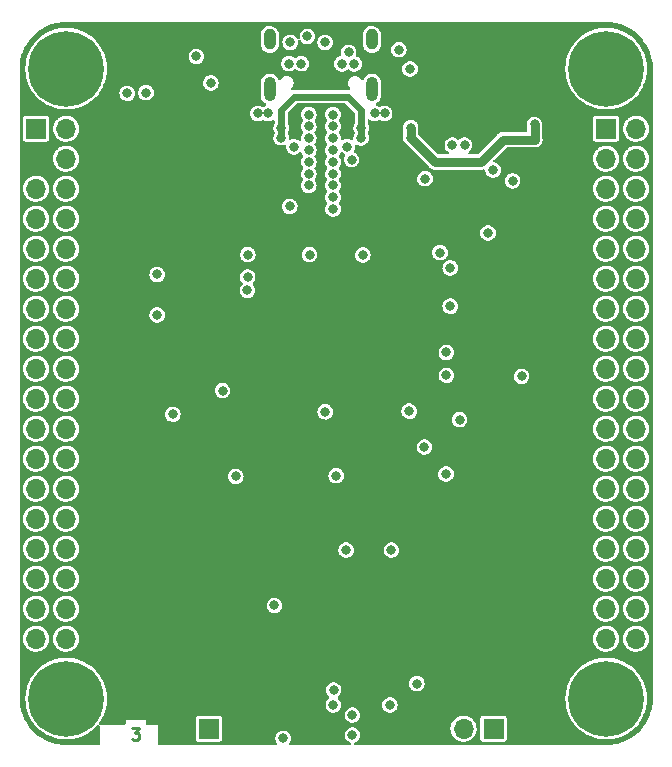
<source format=gbr>
%TF.GenerationSoftware,KiCad,Pcbnew,6.0.11-2627ca5db0~126~ubuntu20.04.1*%
%TF.CreationDate,2023-02-28T18:41:23+07:00*%
%TF.ProjectId,CY7C68013A-100,43593743-3638-4303-9133-412d3130302e,rev?*%
%TF.SameCoordinates,Original*%
%TF.FileFunction,Copper,L3,Inr*%
%TF.FilePolarity,Positive*%
%FSLAX46Y46*%
G04 Gerber Fmt 4.6, Leading zero omitted, Abs format (unit mm)*
G04 Created by KiCad (PCBNEW 6.0.11-2627ca5db0~126~ubuntu20.04.1) date 2023-02-28 18:41:23*
%MOMM*%
%LPD*%
G01*
G04 APERTURE LIST*
%ADD10C,0.250000*%
%TA.AperFunction,NonConductor*%
%ADD11C,0.250000*%
%TD*%
%TA.AperFunction,ComponentPad*%
%ADD12R,1.700000X1.700000*%
%TD*%
%TA.AperFunction,ComponentPad*%
%ADD13O,1.700000X1.700000*%
%TD*%
%TA.AperFunction,ComponentPad*%
%ADD14C,0.800000*%
%TD*%
%TA.AperFunction,ComponentPad*%
%ADD15C,6.400000*%
%TD*%
%TA.AperFunction,ComponentPad*%
%ADD16O,1.000000X2.100000*%
%TD*%
%TA.AperFunction,ComponentPad*%
%ADD17O,1.000000X1.800000*%
%TD*%
%TA.AperFunction,ViaPad*%
%ADD18C,0.800000*%
%TD*%
%TA.AperFunction,Conductor*%
%ADD19C,0.800000*%
%TD*%
%TA.AperFunction,Conductor*%
%ADD20C,0.600000*%
%TD*%
G04 APERTURE END LIST*
D10*
D11*
X118945066Y-130973580D02*
X119564114Y-130973580D01*
X119230780Y-131354533D01*
X119373638Y-131354533D01*
X119468876Y-131402152D01*
X119516495Y-131449771D01*
X119564114Y-131545009D01*
X119564114Y-131783104D01*
X119516495Y-131878342D01*
X119468876Y-131925961D01*
X119373638Y-131973580D01*
X119087923Y-131973580D01*
X118992685Y-131925961D01*
X118945066Y-131878342D01*
D12*
%TO.N,GND*%
%TO.C,J3*%
X149563932Y-131013200D03*
D13*
%TO.N,Net-(D2-Pad1)*%
X147023932Y-131013200D03*
%TD*%
D14*
%TO.N,GND*%
%TO.C,H1*%
X110980600Y-128468200D03*
X115780600Y-128468200D03*
X115077656Y-130165256D03*
D15*
X113380600Y-128468200D03*
D14*
X111683544Y-130165256D03*
X113380600Y-130868200D03*
X113380600Y-126068200D03*
X115077656Y-126771144D03*
X111683544Y-126771144D03*
%TD*%
D16*
%TO.N,/USB-Power/SHIELD*%
%TO.C,J5*%
X130625600Y-76865000D03*
D17*
X130625600Y-72665000D03*
X139265600Y-72665000D03*
D16*
X139265600Y-76865000D03*
%TD*%
D12*
%TO.N,Net-(J4-Pad1)*%
%TO.C,J4*%
X125477266Y-131013200D03*
D13*
%TO.N,+3V3*%
X122937266Y-131013200D03*
%TD*%
D14*
%TO.N,GND*%
%TO.C,H4*%
X157403544Y-126771144D03*
X161500600Y-128468200D03*
X159100600Y-126068200D03*
X157403544Y-130165256D03*
X156700600Y-128468200D03*
X160797656Y-126771144D03*
X159100600Y-130868200D03*
X160797656Y-130165256D03*
D15*
X159100600Y-128468200D03*
%TD*%
D14*
%TO.N,GND*%
%TO.C,H2*%
X115077656Y-76825256D03*
X113380600Y-72728200D03*
X115077656Y-73431144D03*
D15*
X113380600Y-75128200D03*
D14*
X115780600Y-75128200D03*
X113380600Y-77528200D03*
X111683544Y-76825256D03*
X111683544Y-73431144D03*
X110980600Y-75128200D03*
%TD*%
%TO.N,GND*%
%TO.C,H3*%
X157403544Y-76825256D03*
D15*
X159100600Y-75128200D03*
D14*
X160797656Y-76825256D03*
X159100600Y-77528200D03*
X156700600Y-75128200D03*
X161500600Y-75128200D03*
X157403544Y-73431144D03*
X160797656Y-73431144D03*
X159100600Y-72728200D03*
%TD*%
D12*
%TO.N,GND*%
%TO.C,J1*%
X159100600Y-80208200D03*
D13*
X161640600Y-80208200D03*
%TO.N,/GPIO/RDY.5*%
X159100600Y-82748200D03*
%TO.N,VBUS*%
X161640600Y-82748200D03*
%TO.N,/GPIO/RDY.3*%
X159100600Y-85288200D03*
%TO.N,/GPIO/RDY.4*%
X161640600Y-85288200D03*
%TO.N,/GPIO/RDY.1{slash}SLWR*%
X159100600Y-87828200D03*
%TO.N,/GPIO/RDY.2*%
X161640600Y-87828200D03*
%TO.N,/GPIO/CLKOUT*%
X159100600Y-90368200D03*
%TO.N,/GPIO/RDY.0{slash}SLRD*%
X161640600Y-90368200D03*
%TO.N,/GPIO/PD6*%
X159100600Y-92908200D03*
%TO.N,/GPIO/PD7*%
X161640600Y-92908200D03*
%TO.N,/GPIO/PD4*%
X159100600Y-95448200D03*
%TO.N,/GPIO/PD5*%
X161640600Y-95448200D03*
%TO.N,/GPIO/PE6*%
X159100600Y-97988200D03*
%TO.N,/GPIO/PE7*%
X161640600Y-97988200D03*
%TO.N,/GPIO/PE4*%
X159100600Y-100528200D03*
%TO.N,/GPIO/PE5*%
X161640600Y-100528200D03*
%TO.N,/GPIO/PE2*%
X159100600Y-103068200D03*
%TO.N,/GPIO/PE3*%
X161640600Y-103068200D03*
%TO.N,/GPIO/PE0*%
X159100600Y-105608200D03*
%TO.N,/GPIO/PE1*%
X161640600Y-105608200D03*
%TO.N,/GPIO/PD3*%
X159100600Y-108148200D03*
%TO.N,/GPIO/~{INT5}*%
X161640600Y-108148200D03*
%TO.N,/GPIO/PD1*%
X159100600Y-110688200D03*
%TO.N,/GPIO/PD2*%
X161640600Y-110688200D03*
%TO.N,/GPIO/CTL.5*%
X159100600Y-113228200D03*
%TO.N,/GPIO/PD0*%
X161640600Y-113228200D03*
%TO.N,/GPIO/PA6*%
X159100600Y-115768200D03*
%TO.N,/GPIO/PA7*%
X161640600Y-115768200D03*
%TO.N,/GPIO/PA4*%
X159100600Y-118308200D03*
%TO.N,/GPIO/PA5*%
X161640600Y-118308200D03*
%TO.N,/GPIO/PA2*%
X159100600Y-120848200D03*
%TO.N,/GPIO/PA3*%
X161640600Y-120848200D03*
%TO.N,/GPIO/PA0*%
X159100600Y-123388200D03*
%TO.N,/GPIO/PA1*%
X161640600Y-123388200D03*
%TD*%
D12*
%TO.N,GND*%
%TO.C,J2*%
X110840600Y-80208200D03*
D13*
X113380600Y-80208200D03*
%TO.N,+3V3*%
X110840600Y-82748200D03*
%TO.N,/GPIO/INT4*%
X113380600Y-82748200D03*
%TO.N,/GPIO/T.0*%
X110840600Y-85288200D03*
%TO.N,/GPIO/T.1*%
X113380600Y-85288200D03*
%TO.N,/GPIO/T.2*%
X110840600Y-87828200D03*
%TO.N,/GPIO/IFCLK*%
X113380600Y-87828200D03*
%TO.N,/GPIO/BKPT*%
X110840600Y-90368200D03*
%TO.N,/GPIO/~{RD}*%
X113380600Y-90368200D03*
%TO.N,/GPIO/~{WR}*%
X110840600Y-92908200D03*
%TO.N,/GPIO/PB0*%
X113380600Y-92908200D03*
%TO.N,/GPIO/PB1*%
X110840600Y-95448200D03*
%TO.N,/GPIO/PB2*%
X113380600Y-95448200D03*
%TO.N,/GPIO/PB3*%
X110840600Y-97988200D03*
%TO.N,/USB-Power/TXD0*%
X113380600Y-97988200D03*
%TO.N,/USB-Power/RXD0*%
X110840600Y-100528200D03*
%TO.N,/USB-Power/TXD1*%
X113380600Y-100528200D03*
%TO.N,/USB-Power/RXD1*%
X110840600Y-103068200D03*
%TO.N,/GPIO/PB4*%
X113380600Y-103068200D03*
%TO.N,/GPIO/PB5*%
X110840600Y-105608200D03*
%TO.N,/GPIO/PB6*%
X113380600Y-105608200D03*
%TO.N,/GPIO/PB7*%
X110840600Y-108148200D03*
%TO.N,/GPIO/CTL.3*%
X113380600Y-108148200D03*
%TO.N,/GPIO/CTL.4*%
X110840600Y-110688200D03*
%TO.N,/GPIO/CTL.0{slash}FLAGA*%
X113380600Y-110688200D03*
%TO.N,/GPIO/CTL.1{slash}FLAGB*%
X110840600Y-113228200D03*
%TO.N,/GPIO/CTL.2{slash}FLAGC*%
X113380600Y-113228200D03*
%TO.N,/GPIO/PC0*%
X110840600Y-115768200D03*
%TO.N,/GPIO/PC1*%
X113380600Y-115768200D03*
%TO.N,/GPIO/PC2*%
X110840600Y-118308200D03*
%TO.N,/GPIO/PC3*%
X113380600Y-118308200D03*
%TO.N,/GPIO/PC4*%
X110840600Y-120848200D03*
%TO.N,/GPIO/PC5*%
X113380600Y-120848200D03*
%TO.N,/GPIO/PC6*%
X110840600Y-123388200D03*
%TO.N,/GPIO/PC7*%
X113380600Y-123388200D03*
%TD*%
D18*
%TO.N,+3V3*%
X151494800Y-72982600D03*
X147354800Y-71982600D03*
X135925000Y-90825000D03*
X151494800Y-73982600D03*
X150088600Y-102029000D03*
X127381000Y-107848400D03*
X133841503Y-86408000D03*
X137210800Y-104165400D03*
X147599400Y-89227400D03*
X126593600Y-95882200D03*
X141574600Y-126820800D03*
X133578600Y-115874800D03*
X146319800Y-71982600D03*
X148389800Y-71982600D03*
X140475000Y-90875000D03*
X145745200Y-107924600D03*
X122021600Y-102892600D03*
X150459800Y-71982600D03*
X122459689Y-91831618D03*
X146319800Y-73982600D03*
X151494800Y-71982600D03*
X146319800Y-72982600D03*
X149424800Y-71982600D03*
%TO.N,GND*%
X146075400Y-81610200D03*
X135975000Y-83025000D03*
X136024600Y-127745800D03*
X133800000Y-72400000D03*
X128752600Y-90878400D03*
X135975000Y-85025000D03*
X121081800Y-92554800D03*
X132308600Y-86791800D03*
X141554200Y-73533000D03*
X135975000Y-81025000D03*
X133925000Y-81025000D03*
X135975000Y-79025000D03*
X133925000Y-82025000D03*
X136245600Y-109598200D03*
X131013200Y-120573800D03*
X131749800Y-131826000D03*
X145542000Y-109448600D03*
X149098000Y-89052400D03*
X118541800Y-77216000D03*
X133925000Y-80025000D03*
X133985000Y-90878400D03*
X138506200Y-90903800D03*
X129625000Y-78925000D03*
X135300000Y-72900000D03*
X147116800Y-81610200D03*
X137200000Y-81725000D03*
X137300000Y-73750000D03*
X145034000Y-90700600D03*
X121081800Y-95982700D03*
X140350000Y-78925000D03*
X140792200Y-129006600D03*
X132350000Y-72900000D03*
X124412600Y-74100000D03*
X151180800Y-84632800D03*
X139500000Y-78925000D03*
X130475000Y-78925000D03*
X143078200Y-127203200D03*
X122402600Y-104394000D03*
X135975000Y-87025000D03*
X125631800Y-76335200D03*
X126619000Y-102384600D03*
X142494000Y-75158600D03*
X133925000Y-84025000D03*
X143764000Y-84455000D03*
X127736600Y-109649000D03*
X137541000Y-82829400D03*
X135975000Y-80025000D03*
X145897600Y-95247200D03*
X135975000Y-82025000D03*
X135999600Y-128995800D03*
X133925000Y-79025000D03*
X133925000Y-83025000D03*
X133925000Y-85025000D03*
X135975000Y-84025000D03*
X135975000Y-86025000D03*
X151942800Y-101182700D03*
X149529800Y-83718400D03*
X132675000Y-81750000D03*
X135305800Y-104183700D03*
X142417800Y-104137200D03*
X145897600Y-91996000D03*
%TO.N,/USB-Power/RST*%
X143713200Y-107162600D03*
X120142000Y-77165200D03*
%TO.N,VBUS*%
X153035000Y-79857600D03*
X142550000Y-80975000D03*
X153060400Y-81153000D03*
X142550000Y-80125000D03*
%TO.N,/USB-Power/D-*%
X133301673Y-74712609D03*
X137772588Y-74723804D03*
%TO.N,/USB-Power/D+*%
X136722588Y-74723804D03*
X132251673Y-74712609D03*
%TO.N,/USB-Power/SDA*%
X137617200Y-131546600D03*
X128725000Y-93900000D03*
%TO.N,/USB-Power/SCL*%
X137617200Y-129870200D03*
X128750000Y-92775000D03*
%TO.N,/GPIO/CTL.5*%
X146685000Y-104848400D03*
%TO.N,/GPIO/PE0*%
X137083800Y-115900200D03*
X145567400Y-101092000D03*
%TO.N,/GPIO/PE1*%
X140919200Y-115900200D03*
X145567400Y-99161600D03*
%TO.N,/USB-Power/VUSB*%
X131575000Y-80975000D03*
X131575000Y-80150000D03*
X138350000Y-81000000D03*
X138350000Y-80150000D03*
%TD*%
D19*
%TO.N,VBUS*%
X148475000Y-83050000D02*
X150372000Y-81153000D01*
D20*
X153035000Y-81127600D02*
X153060400Y-81153000D01*
D19*
X142550000Y-80975000D02*
X144625000Y-83050000D01*
X142550000Y-80125000D02*
X142550000Y-80975000D01*
X144625000Y-83050000D02*
X148475000Y-83050000D01*
X150372000Y-81153000D02*
X153060400Y-81153000D01*
X153035000Y-79857600D02*
X153035000Y-81127600D01*
D20*
%TO.N,/USB-Power/VUSB*%
X138350000Y-78600000D02*
X138350000Y-80150000D01*
X137275000Y-77525000D02*
X138350000Y-78600000D01*
X132650000Y-77525000D02*
X137275000Y-77525000D01*
X131575000Y-78600000D02*
X132650000Y-77525000D01*
X138350000Y-81000000D02*
X138350000Y-80150000D01*
X131575000Y-80975000D02*
X131575000Y-78600000D01*
%TD*%
%TA.AperFunction,Conductor*%
%TO.N,+3V3*%
G36*
X159087703Y-71184640D02*
G01*
X159100600Y-71187205D01*
X159112770Y-71184784D01*
X159124110Y-71184784D01*
X159136277Y-71183868D01*
X159458871Y-71198783D01*
X159470460Y-71199857D01*
X159819908Y-71248603D01*
X159831347Y-71250742D01*
X160025134Y-71296320D01*
X160174802Y-71331521D01*
X160185984Y-71334702D01*
X160353261Y-71390768D01*
X160520529Y-71446831D01*
X160531381Y-71451035D01*
X160854141Y-71593548D01*
X160864559Y-71598736D01*
X161172804Y-71770427D01*
X161182699Y-71776553D01*
X161473779Y-71975947D01*
X161483067Y-71982961D01*
X161754515Y-72208369D01*
X161763115Y-72216210D01*
X162012590Y-72465685D01*
X162020431Y-72474285D01*
X162245839Y-72745733D01*
X162252853Y-72755021D01*
X162452247Y-73046101D01*
X162458373Y-73055996D01*
X162630064Y-73364241D01*
X162635252Y-73374659D01*
X162777765Y-73697419D01*
X162781969Y-73708271D01*
X162816236Y-73810509D01*
X162888039Y-74024737D01*
X162894095Y-74042807D01*
X162897279Y-74053998D01*
X162928374Y-74186207D01*
X162978058Y-74397453D01*
X162980197Y-74408892D01*
X163028943Y-74758340D01*
X163030017Y-74769929D01*
X163042338Y-75036407D01*
X163044932Y-75092521D01*
X163044016Y-75104690D01*
X163044016Y-75116030D01*
X163041595Y-75128200D01*
X163044016Y-75140370D01*
X163044160Y-75141094D01*
X163046581Y-75165676D01*
X163046581Y-128430724D01*
X163044160Y-128455303D01*
X163041595Y-128468200D01*
X163044016Y-128480370D01*
X163044016Y-128491710D01*
X163044932Y-128503877D01*
X163035982Y-128697449D01*
X163030017Y-128826471D01*
X163028943Y-128838060D01*
X162980197Y-129187508D01*
X162978058Y-129198947D01*
X162948351Y-129325255D01*
X162898101Y-129538909D01*
X162897280Y-129542398D01*
X162894098Y-129553584D01*
X162840689Y-129712933D01*
X162781969Y-129888129D01*
X162777765Y-129898981D01*
X162635252Y-130221741D01*
X162630064Y-130232159D01*
X162458373Y-130540404D01*
X162452247Y-130550299D01*
X162252853Y-130841379D01*
X162245839Y-130850667D01*
X162020431Y-131122115D01*
X162012590Y-131130715D01*
X161763115Y-131380190D01*
X161754515Y-131388031D01*
X161483067Y-131613439D01*
X161473779Y-131620453D01*
X161182699Y-131819847D01*
X161172804Y-131825973D01*
X160864559Y-131997664D01*
X160854141Y-132002852D01*
X160531381Y-132145365D01*
X160520529Y-132149569D01*
X160460676Y-132169630D01*
X160185984Y-132261698D01*
X160174802Y-132264879D01*
X160086692Y-132285602D01*
X159831347Y-132345658D01*
X159819908Y-132347797D01*
X159470460Y-132396543D01*
X159458871Y-132397617D01*
X159136277Y-132412532D01*
X159124110Y-132411616D01*
X159112770Y-132411616D01*
X159100600Y-132409195D01*
X159087703Y-132411760D01*
X159063124Y-132414181D01*
X137873017Y-132414181D01*
X137804896Y-132394179D01*
X137758403Y-132340523D01*
X137748299Y-132270249D01*
X137777793Y-132205669D01*
X137830336Y-132169630D01*
X137833128Y-132168625D01*
X137840532Y-132166929D01*
X137883408Y-132145365D01*
X137975272Y-132099163D01*
X137975275Y-132099161D01*
X137982055Y-132095751D01*
X137987826Y-132090822D01*
X137987829Y-132090820D01*
X138096736Y-131997804D01*
X138096736Y-131997803D01*
X138102514Y-131992869D01*
X138194955Y-131864224D01*
X138254042Y-131717241D01*
X138267689Y-131621348D01*
X138275781Y-131564491D01*
X138275781Y-131564488D01*
X138276362Y-131560407D01*
X138276507Y-131546600D01*
X138257476Y-131389333D01*
X138201480Y-131241146D01*
X138160112Y-131180955D01*
X138116055Y-131116851D01*
X138116054Y-131116849D01*
X138111753Y-131110592D01*
X137993475Y-131005211D01*
X137986089Y-131001300D01*
X137953725Y-130984164D01*
X145915080Y-130984164D01*
X145928356Y-131186722D01*
X145929777Y-131192318D01*
X145929778Y-131192323D01*
X145968059Y-131343052D01*
X145978324Y-131383469D01*
X145980741Y-131388712D01*
X146051634Y-131542492D01*
X146063309Y-131567816D01*
X146066642Y-131572532D01*
X146173897Y-131724295D01*
X146180465Y-131733589D01*
X146325870Y-131875235D01*
X146494652Y-131988012D01*
X146499955Y-131990290D01*
X146499958Y-131990292D01*
X146631215Y-132046684D01*
X146681160Y-132068142D01*
X146751326Y-132084019D01*
X146873511Y-132111667D01*
X146873516Y-132111668D01*
X146879148Y-132112942D01*
X146884919Y-132113169D01*
X146884921Y-132113169D01*
X146944688Y-132115517D01*
X147081985Y-132120912D01*
X147189280Y-132105355D01*
X147277163Y-132092613D01*
X147277168Y-132092612D01*
X147282877Y-132091784D01*
X147288341Y-132089929D01*
X147288346Y-132089928D01*
X147469625Y-132028392D01*
X147469630Y-132028390D01*
X147475097Y-132026534D01*
X147521590Y-132000497D01*
X147564344Y-131976553D01*
X147652208Y-131927347D01*
X147656661Y-131923644D01*
X147803845Y-131801231D01*
X147808277Y-131797545D01*
X147908564Y-131676964D01*
X147934385Y-131645918D01*
X147934387Y-131645915D01*
X147938079Y-131641476D01*
X148007713Y-131517135D01*
X148034442Y-131469408D01*
X148034443Y-131469406D01*
X148037266Y-131464365D01*
X148039122Y-131458898D01*
X148039124Y-131458893D01*
X148100660Y-131277614D01*
X148100661Y-131277609D01*
X148102516Y-131272145D01*
X148103344Y-131266436D01*
X148103345Y-131266431D01*
X148123022Y-131130715D01*
X148131644Y-131071253D01*
X148133164Y-131013200D01*
X148121729Y-130888751D01*
X148115119Y-130816813D01*
X148115118Y-130816810D01*
X148114590Y-130811059D01*
X148112426Y-130803387D01*
X148061057Y-130621246D01*
X148061056Y-130621244D01*
X148059489Y-130615687D01*
X148048910Y-130594233D01*
X147972263Y-130438809D01*
X147969708Y-130433628D01*
X147848252Y-130270979D01*
X147704541Y-130138133D01*
X148459432Y-130138133D01*
X148459433Y-131888266D01*
X148474198Y-131962501D01*
X148481093Y-131972820D01*
X148481094Y-131972822D01*
X148521448Y-132033215D01*
X148530448Y-132046684D01*
X148540764Y-132053577D01*
X148578676Y-132078909D01*
X148614631Y-132102934D01*
X148688865Y-132117700D01*
X149563790Y-132117700D01*
X150438998Y-132117699D01*
X150474750Y-132110588D01*
X150501058Y-132105356D01*
X150501060Y-132105355D01*
X150513233Y-132102934D01*
X150523553Y-132096039D01*
X150523554Y-132096038D01*
X150587100Y-132053577D01*
X150597416Y-132046684D01*
X150630854Y-131996641D01*
X150646771Y-131972820D01*
X150653666Y-131962501D01*
X150668432Y-131888267D01*
X150668431Y-130138134D01*
X150653666Y-130063899D01*
X150642973Y-130047895D01*
X150604309Y-129990032D01*
X150597416Y-129979716D01*
X150513233Y-129923466D01*
X150438999Y-129908700D01*
X149564074Y-129908700D01*
X148688866Y-129908701D01*
X148653114Y-129915812D01*
X148626806Y-129921044D01*
X148626804Y-129921045D01*
X148614631Y-129923466D01*
X148604311Y-129930361D01*
X148604310Y-129930362D01*
X148543917Y-129970716D01*
X148530448Y-129979716D01*
X148474198Y-130063899D01*
X148459432Y-130138133D01*
X147704541Y-130138133D01*
X147699190Y-130133187D01*
X147694307Y-130130106D01*
X147694303Y-130130103D01*
X147532396Y-130027948D01*
X147527513Y-130024867D01*
X147338971Y-129949646D01*
X147333311Y-129948520D01*
X147333307Y-129948519D01*
X147145545Y-129911171D01*
X147145542Y-129911171D01*
X147139878Y-129910044D01*
X147134103Y-129909968D01*
X147134099Y-129909968D01*
X147032725Y-129908641D01*
X146936903Y-129907387D01*
X146931206Y-129908366D01*
X146931205Y-129908366D01*
X146742539Y-129940785D01*
X146736842Y-129941764D01*
X146546395Y-130012024D01*
X146371942Y-130115812D01*
X146367602Y-130119618D01*
X146367598Y-130119621D01*
X146289828Y-130187824D01*
X146219324Y-130249655D01*
X146093652Y-130409069D01*
X146090963Y-130414180D01*
X146090961Y-130414183D01*
X146049902Y-130492224D01*
X145999135Y-130588715D01*
X145938939Y-130782578D01*
X145915080Y-130984164D01*
X137953725Y-130984164D01*
X137860188Y-130934639D01*
X137860189Y-130934639D01*
X137853474Y-130931084D01*
X137699833Y-130892492D01*
X137692234Y-130892452D01*
X137692233Y-130892452D01*
X137626381Y-130892107D01*
X137541421Y-130891662D01*
X137534041Y-130893434D01*
X137534039Y-130893434D01*
X137394763Y-130926871D01*
X137394760Y-130926872D01*
X137387384Y-130928643D01*
X137246614Y-131001300D01*
X137127239Y-131105438D01*
X137036150Y-131235044D01*
X137014855Y-131289664D01*
X136993358Y-131344801D01*
X136978606Y-131382637D01*
X136977614Y-131390170D01*
X136977614Y-131390171D01*
X136962072Y-131508228D01*
X136957929Y-131539696D01*
X136966071Y-131613439D01*
X136974285Y-131687840D01*
X136975313Y-131697153D01*
X136977923Y-131704284D01*
X136977923Y-131704286D01*
X137026007Y-131835682D01*
X137029753Y-131845919D01*
X137033989Y-131852222D01*
X137033989Y-131852223D01*
X137099912Y-131950326D01*
X137118108Y-131977405D01*
X137123727Y-131982518D01*
X137123728Y-131982519D01*
X137229660Y-132078909D01*
X137235276Y-132084019D01*
X137374493Y-132159608D01*
X137396536Y-132165391D01*
X137400020Y-132166305D01*
X137460835Y-132202939D01*
X137492190Y-132266637D01*
X137484131Y-132337174D01*
X137439215Y-132392157D01*
X137368046Y-132414181D01*
X132378836Y-132414181D01*
X132310715Y-132394179D01*
X132264222Y-132340523D01*
X132254118Y-132270249D01*
X132276514Y-132214655D01*
X132284933Y-132202939D01*
X132327555Y-132143624D01*
X132386642Y-131996641D01*
X132397033Y-131923626D01*
X132408381Y-131843891D01*
X132408381Y-131843888D01*
X132408962Y-131839807D01*
X132409107Y-131826000D01*
X132408363Y-131819847D01*
X132404902Y-131791254D01*
X132390076Y-131668733D01*
X132334080Y-131520546D01*
X132244353Y-131389992D01*
X132233352Y-131380190D01*
X132182109Y-131334535D01*
X132126075Y-131284611D01*
X132118689Y-131280700D01*
X132043984Y-131241146D01*
X131986074Y-131210484D01*
X131832433Y-131171892D01*
X131824834Y-131171852D01*
X131824833Y-131171852D01*
X131758981Y-131171507D01*
X131674021Y-131171062D01*
X131666641Y-131172834D01*
X131666639Y-131172834D01*
X131527363Y-131206271D01*
X131527360Y-131206272D01*
X131519984Y-131208043D01*
X131379214Y-131280700D01*
X131259839Y-131384838D01*
X131168750Y-131514444D01*
X131139978Y-131588240D01*
X131117491Y-131645918D01*
X131111206Y-131662037D01*
X131110214Y-131669570D01*
X131110214Y-131669571D01*
X131092155Y-131806746D01*
X131090529Y-131819096D01*
X131097096Y-131878575D01*
X131106362Y-131962501D01*
X131107913Y-131976553D01*
X131110523Y-131983684D01*
X131110523Y-131983686D01*
X131159565Y-132117699D01*
X131162353Y-132125319D01*
X131166589Y-132131622D01*
X131166589Y-132131623D01*
X131224568Y-132217905D01*
X131245960Y-132285602D01*
X131227356Y-132354118D01*
X131174663Y-132401699D01*
X131119986Y-132414181D01*
X121258600Y-132414181D01*
X121190479Y-132394179D01*
X121143986Y-132340523D01*
X121132600Y-132288181D01*
X121132600Y-130683000D01*
X120260091Y-130683000D01*
X120191970Y-130662998D01*
X120145477Y-130609342D01*
X120134091Y-130557000D01*
X120134091Y-130274200D01*
X118422710Y-130274200D01*
X118422710Y-130557000D01*
X118402708Y-130625121D01*
X118349052Y-130671614D01*
X118296710Y-130683000D01*
X116289623Y-130683000D01*
X116221502Y-130662998D01*
X116175009Y-130609342D01*
X116164905Y-130539068D01*
X116185783Y-130485633D01*
X116331592Y-130273480D01*
X116331597Y-130273473D01*
X116333522Y-130270671D01*
X116335134Y-130267677D01*
X116335139Y-130267669D01*
X116404887Y-130138133D01*
X124372766Y-130138133D01*
X124372767Y-131888266D01*
X124387532Y-131962501D01*
X124394427Y-131972820D01*
X124394428Y-131972822D01*
X124434782Y-132033215D01*
X124443782Y-132046684D01*
X124454098Y-132053577D01*
X124492010Y-132078909D01*
X124527965Y-132102934D01*
X124602199Y-132117700D01*
X125477124Y-132117700D01*
X126352332Y-132117699D01*
X126388084Y-132110588D01*
X126414392Y-132105356D01*
X126414394Y-132105355D01*
X126426567Y-132102934D01*
X126436887Y-132096039D01*
X126436888Y-132096038D01*
X126500434Y-132053577D01*
X126510750Y-132046684D01*
X126544188Y-131996641D01*
X126560105Y-131972820D01*
X126567000Y-131962501D01*
X126581766Y-131888267D01*
X126581765Y-130138134D01*
X126567000Y-130063899D01*
X126556307Y-130047895D01*
X126517643Y-129990032D01*
X126510750Y-129979716D01*
X126426567Y-129923466D01*
X126352333Y-129908700D01*
X125477408Y-129908700D01*
X124602200Y-129908701D01*
X124566448Y-129915812D01*
X124540140Y-129921044D01*
X124540138Y-129921045D01*
X124527965Y-129923466D01*
X124517645Y-129930361D01*
X124517644Y-129930362D01*
X124457251Y-129970716D01*
X124443782Y-129979716D01*
X124387532Y-130063899D01*
X124372766Y-130138133D01*
X116404887Y-130138133D01*
X116509294Y-129944227D01*
X116510916Y-129941215D01*
X116542556Y-129863296D01*
X136957929Y-129863296D01*
X136960671Y-129888129D01*
X136974129Y-130010026D01*
X136975313Y-130020753D01*
X136977923Y-130027884D01*
X136977923Y-130027886D01*
X137020533Y-130144323D01*
X137029753Y-130169519D01*
X137033989Y-130175822D01*
X137033989Y-130175823D01*
X137112269Y-130292315D01*
X137118108Y-130301005D01*
X137123727Y-130306118D01*
X137123728Y-130306119D01*
X137135103Y-130316469D01*
X137235276Y-130407619D01*
X137374493Y-130483208D01*
X137527722Y-130523407D01*
X137611677Y-130524726D01*
X137678519Y-130525776D01*
X137678522Y-130525776D01*
X137686116Y-130525895D01*
X137840532Y-130490529D01*
X137943367Y-130438809D01*
X137975272Y-130422763D01*
X137975275Y-130422761D01*
X137982055Y-130419351D01*
X137987826Y-130414422D01*
X137987829Y-130414420D01*
X138096736Y-130321404D01*
X138096736Y-130321403D01*
X138102514Y-130316469D01*
X138194955Y-130187824D01*
X138254042Y-130040841D01*
X138267792Y-129944227D01*
X138275781Y-129888091D01*
X138275781Y-129888088D01*
X138276362Y-129884007D01*
X138276507Y-129870200D01*
X138257476Y-129712933D01*
X138201480Y-129564746D01*
X138127981Y-129457804D01*
X138116055Y-129440451D01*
X138116054Y-129440449D01*
X138111753Y-129434192D01*
X138103238Y-129426605D01*
X137999146Y-129333864D01*
X137993475Y-129328811D01*
X137986089Y-129324900D01*
X137860188Y-129258239D01*
X137860189Y-129258239D01*
X137853474Y-129254684D01*
X137699833Y-129216092D01*
X137692234Y-129216052D01*
X137692233Y-129216052D01*
X137626381Y-129215707D01*
X137541421Y-129215262D01*
X137534041Y-129217034D01*
X137534039Y-129217034D01*
X137394763Y-129250471D01*
X137394760Y-129250472D01*
X137387384Y-129252243D01*
X137246614Y-129324900D01*
X137127239Y-129429038D01*
X137036150Y-129558644D01*
X137016592Y-129608808D01*
X136995785Y-129662176D01*
X136978606Y-129706237D01*
X136957929Y-129863296D01*
X116542556Y-129863296D01*
X116625184Y-129659807D01*
X116650411Y-129597680D01*
X116650413Y-129597675D01*
X116651691Y-129594527D01*
X116660175Y-129564746D01*
X116729488Y-129321419D01*
X116754201Y-129234663D01*
X116757382Y-129216052D01*
X116796211Y-128988896D01*
X135340329Y-128988896D01*
X135357713Y-129146353D01*
X135360323Y-129153484D01*
X135360323Y-129153486D01*
X135397737Y-129255724D01*
X135412153Y-129295119D01*
X135416389Y-129301422D01*
X135416389Y-129301423D01*
X135438189Y-129333864D01*
X135500508Y-129426605D01*
X135506127Y-129431718D01*
X135506128Y-129431719D01*
X135517503Y-129442069D01*
X135617676Y-129533219D01*
X135756893Y-129608808D01*
X135910122Y-129649007D01*
X135994077Y-129650326D01*
X136060919Y-129651376D01*
X136060922Y-129651376D01*
X136068516Y-129651495D01*
X136222932Y-129616129D01*
X136310974Y-129571849D01*
X136357672Y-129548363D01*
X136357675Y-129548361D01*
X136364455Y-129544951D01*
X136370226Y-129540022D01*
X136370229Y-129540020D01*
X136479136Y-129447004D01*
X136479136Y-129447003D01*
X136484914Y-129442069D01*
X136577355Y-129313424D01*
X136636442Y-129166441D01*
X136658762Y-129009607D01*
X136658866Y-128999696D01*
X140132929Y-128999696D01*
X140141621Y-129078425D01*
X140149121Y-129146353D01*
X140150313Y-129157153D01*
X140152923Y-129164284D01*
X140152923Y-129164286D01*
X140200801Y-129295119D01*
X140204753Y-129305919D01*
X140208989Y-129312222D01*
X140208989Y-129312223D01*
X140287486Y-129429038D01*
X140293108Y-129437405D01*
X140298727Y-129442518D01*
X140298728Y-129442519D01*
X140404660Y-129538909D01*
X140410276Y-129544019D01*
X140549493Y-129619608D01*
X140702722Y-129659807D01*
X140786677Y-129661126D01*
X140853519Y-129662176D01*
X140853522Y-129662176D01*
X140861116Y-129662295D01*
X141015532Y-129626929D01*
X141086474Y-129591249D01*
X141150272Y-129559163D01*
X141150275Y-129559161D01*
X141157055Y-129555751D01*
X141162826Y-129550822D01*
X141162829Y-129550820D01*
X141271736Y-129457804D01*
X141271736Y-129457803D01*
X141277514Y-129452869D01*
X141369955Y-129324224D01*
X141429042Y-129177241D01*
X141451362Y-129020407D01*
X141451507Y-129006600D01*
X141432476Y-128849333D01*
X141376480Y-128701146D01*
X141364756Y-128684088D01*
X141291055Y-128576851D01*
X141291054Y-128576849D01*
X141286753Y-128570592D01*
X141268847Y-128554638D01*
X141200953Y-128494148D01*
X141168475Y-128465211D01*
X141161089Y-128461300D01*
X141151313Y-128456124D01*
X155641047Y-128456124D01*
X155659978Y-128829824D01*
X155660515Y-128833179D01*
X155660516Y-128833185D01*
X155686563Y-128995800D01*
X155719157Y-129199294D01*
X155817893Y-129560211D01*
X155955030Y-129908354D01*
X155956616Y-129911374D01*
X155956616Y-129911375D01*
X155970620Y-129938049D01*
X156128965Y-130239650D01*
X156130862Y-130242474D01*
X156130865Y-130242478D01*
X156241835Y-130407619D01*
X156337661Y-130550224D01*
X156339856Y-130552830D01*
X156339860Y-130552836D01*
X156374720Y-130594233D01*
X156578679Y-130836441D01*
X156849198Y-131094955D01*
X157146055Y-131322741D01*
X157465776Y-131517135D01*
X157804621Y-131675861D01*
X157807839Y-131676963D01*
X157807842Y-131676964D01*
X158155403Y-131795961D01*
X158155411Y-131795963D01*
X158158626Y-131797064D01*
X158523651Y-131879326D01*
X158602115Y-131888266D01*
X158892042Y-131921300D01*
X158892050Y-131921300D01*
X158895425Y-131921685D01*
X158898829Y-131921703D01*
X158898832Y-131921703D01*
X159102156Y-131922767D01*
X159269599Y-131923644D01*
X159272985Y-131923294D01*
X159272987Y-131923294D01*
X159638405Y-131885532D01*
X159638414Y-131885531D01*
X159641797Y-131885181D01*
X159645130Y-131884467D01*
X159645133Y-131884466D01*
X159985184Y-131811565D01*
X160007663Y-131806746D01*
X160362918Y-131689256D01*
X160703407Y-131534087D01*
X160830048Y-131458893D01*
X161022201Y-131344801D01*
X161022206Y-131344798D01*
X161025146Y-131343052D01*
X161054954Y-131320672D01*
X161168999Y-131235044D01*
X161324371Y-131118387D01*
X161597583Y-130862721D01*
X161841585Y-130579042D01*
X161859596Y-130552836D01*
X162051592Y-130273480D01*
X162051597Y-130273473D01*
X162053522Y-130270671D01*
X162055134Y-130267677D01*
X162055139Y-130267669D01*
X162229294Y-129944227D01*
X162230916Y-129941215D01*
X162345184Y-129659807D01*
X162370411Y-129597680D01*
X162370413Y-129597675D01*
X162371691Y-129594527D01*
X162380175Y-129564746D01*
X162449488Y-129321419D01*
X162474201Y-129234663D01*
X162477382Y-129216052D01*
X162536675Y-128869181D01*
X162536675Y-128869179D01*
X162537247Y-128865834D01*
X162537796Y-128856873D01*
X162559980Y-128494148D01*
X162560090Y-128492352D01*
X162560128Y-128481349D01*
X162560168Y-128470021D01*
X162560168Y-128470009D01*
X162560174Y-128468200D01*
X162539939Y-128094568D01*
X162479470Y-127725307D01*
X162379475Y-127364737D01*
X162377943Y-127360886D01*
X162242383Y-127020239D01*
X162242379Y-127020231D01*
X162241123Y-127017074D01*
X162066034Y-126686388D01*
X162064134Y-126683582D01*
X162064130Y-126683575D01*
X161858161Y-126379362D01*
X161856254Y-126376545D01*
X161614239Y-126091170D01*
X161342819Y-125833602D01*
X161340112Y-125831540D01*
X161340104Y-125831533D01*
X161047881Y-125608920D01*
X161045169Y-125606854D01*
X160724772Y-125413577D01*
X160721682Y-125412143D01*
X160721677Y-125412140D01*
X160388471Y-125257472D01*
X160388469Y-125257471D01*
X160385375Y-125256035D01*
X160382140Y-125254940D01*
X160382135Y-125254938D01*
X160034183Y-125137163D01*
X160030948Y-125136068D01*
X159665638Y-125055081D01*
X159532894Y-125040426D01*
X159297100Y-125014393D01*
X159297095Y-125014393D01*
X159293719Y-125014020D01*
X159290320Y-125014014D01*
X159290319Y-125014014D01*
X159113587Y-125013706D01*
X158919540Y-125013367D01*
X158780679Y-125028207D01*
X158550863Y-125052767D01*
X158550857Y-125052768D01*
X158547479Y-125053129D01*
X158181889Y-125132841D01*
X157827046Y-125251569D01*
X157487101Y-125407927D01*
X157484167Y-125409683D01*
X157484165Y-125409684D01*
X157474710Y-125415343D01*
X157166031Y-125600083D01*
X156867591Y-125825791D01*
X156865109Y-125828130D01*
X156865103Y-125828135D01*
X156859302Y-125833602D01*
X156595274Y-126082410D01*
X156352264Y-126366938D01*
X156350336Y-126369765D01*
X156350334Y-126369767D01*
X156150380Y-126662889D01*
X156141404Y-126676047D01*
X156139797Y-126679057D01*
X156139795Y-126679060D01*
X156019235Y-126904849D01*
X155965161Y-127006121D01*
X155963888Y-127009289D01*
X155963887Y-127009290D01*
X155845117Y-127304741D01*
X155825597Y-127353298D01*
X155785658Y-127495385D01*
X155744083Y-127643295D01*
X155724344Y-127713517D01*
X155723782Y-127716874D01*
X155723782Y-127716875D01*
X155707766Y-127812585D01*
X155662586Y-128082565D01*
X155641047Y-128456124D01*
X141151313Y-128456124D01*
X141035188Y-128394639D01*
X141035189Y-128394639D01*
X141028474Y-128391084D01*
X140874833Y-128352492D01*
X140867234Y-128352452D01*
X140867233Y-128352452D01*
X140801381Y-128352107D01*
X140716421Y-128351662D01*
X140709041Y-128353434D01*
X140709039Y-128353434D01*
X140569763Y-128386871D01*
X140569760Y-128386872D01*
X140562384Y-128388643D01*
X140421614Y-128461300D01*
X140302239Y-128565438D01*
X140211150Y-128695044D01*
X140208390Y-128702124D01*
X140157641Y-128832289D01*
X140153606Y-128842637D01*
X140152614Y-128850170D01*
X140152614Y-128850171D01*
X140133983Y-128991692D01*
X140132929Y-128999696D01*
X136658866Y-128999696D01*
X136658907Y-128995800D01*
X136639876Y-128838533D01*
X136583880Y-128690346D01*
X136575414Y-128678028D01*
X136498455Y-128566051D01*
X136498454Y-128566049D01*
X136494153Y-128559792D01*
X136418460Y-128492352D01*
X136398985Y-128475001D01*
X136361430Y-128414751D01*
X136362409Y-128343761D01*
X136400974Y-128285113D01*
X136504132Y-128197008D01*
X136504135Y-128197005D01*
X136509914Y-128192069D01*
X136602355Y-128063424D01*
X136661442Y-127916441D01*
X136675707Y-127816208D01*
X136683181Y-127763691D01*
X136683181Y-127763688D01*
X136683762Y-127759607D01*
X136683907Y-127745800D01*
X136664876Y-127588533D01*
X136608880Y-127440346D01*
X136551305Y-127356573D01*
X136523455Y-127316051D01*
X136523454Y-127316049D01*
X136519153Y-127309792D01*
X136400875Y-127204411D01*
X136393489Y-127200500D01*
X136385549Y-127196296D01*
X142418929Y-127196296D01*
X142427621Y-127275025D01*
X142432151Y-127316051D01*
X142436313Y-127353753D01*
X142438923Y-127360884D01*
X142438923Y-127360886D01*
X142441538Y-127368030D01*
X142490753Y-127502519D01*
X142494989Y-127508822D01*
X142494989Y-127508823D01*
X142544053Y-127581837D01*
X142579108Y-127634005D01*
X142584727Y-127639118D01*
X142584728Y-127639119D01*
X142679448Y-127725307D01*
X142696276Y-127740619D01*
X142835493Y-127816208D01*
X142988722Y-127856407D01*
X143072677Y-127857726D01*
X143139519Y-127858776D01*
X143139522Y-127858776D01*
X143147116Y-127858895D01*
X143301532Y-127823529D01*
X143371942Y-127788117D01*
X143436272Y-127755763D01*
X143436275Y-127755761D01*
X143443055Y-127752351D01*
X143448826Y-127747422D01*
X143448829Y-127747420D01*
X143557736Y-127654404D01*
X143557736Y-127654403D01*
X143563514Y-127649469D01*
X143655955Y-127520824D01*
X143715042Y-127373841D01*
X143737362Y-127217007D01*
X143737507Y-127203200D01*
X143718476Y-127045933D01*
X143662480Y-126897746D01*
X143572753Y-126767192D01*
X143454475Y-126661811D01*
X143447089Y-126657900D01*
X143321188Y-126591239D01*
X143321189Y-126591239D01*
X143314474Y-126587684D01*
X143160833Y-126549092D01*
X143153234Y-126549052D01*
X143153233Y-126549052D01*
X143087381Y-126548707D01*
X143002421Y-126548262D01*
X142995041Y-126550034D01*
X142995039Y-126550034D01*
X142855763Y-126583471D01*
X142855760Y-126583472D01*
X142848384Y-126585243D01*
X142707614Y-126657900D01*
X142588239Y-126762038D01*
X142497150Y-126891644D01*
X142439606Y-127039237D01*
X142438614Y-127046770D01*
X142438614Y-127046771D01*
X142427152Y-127133839D01*
X142418929Y-127196296D01*
X136385549Y-127196296D01*
X136267588Y-127133839D01*
X136267589Y-127133839D01*
X136260874Y-127130284D01*
X136107233Y-127091692D01*
X136099634Y-127091652D01*
X136099633Y-127091652D01*
X136033781Y-127091307D01*
X135948821Y-127090862D01*
X135941441Y-127092634D01*
X135941439Y-127092634D01*
X135802163Y-127126071D01*
X135802160Y-127126072D01*
X135794784Y-127127843D01*
X135654014Y-127200500D01*
X135534639Y-127304638D01*
X135443550Y-127434244D01*
X135386006Y-127581837D01*
X135385014Y-127589370D01*
X135385014Y-127589371D01*
X135366674Y-127728680D01*
X135365329Y-127738896D01*
X135382713Y-127896353D01*
X135437153Y-128045119D01*
X135441389Y-128051422D01*
X135441389Y-128051423D01*
X135460055Y-128079200D01*
X135525508Y-128176605D01*
X135625249Y-128267362D01*
X135662171Y-128328000D01*
X135660448Y-128398975D01*
X135623279Y-128455503D01*
X135509639Y-128554638D01*
X135418550Y-128684244D01*
X135361006Y-128831837D01*
X135360014Y-128839370D01*
X135360014Y-128839371D01*
X135356090Y-128869181D01*
X135340329Y-128988896D01*
X116796211Y-128988896D01*
X116816675Y-128869181D01*
X116816675Y-128869179D01*
X116817247Y-128865834D01*
X116817796Y-128856873D01*
X116839980Y-128494148D01*
X116840090Y-128492352D01*
X116840128Y-128481349D01*
X116840168Y-128470021D01*
X116840168Y-128470009D01*
X116840174Y-128468200D01*
X116819939Y-128094568D01*
X116759470Y-127725307D01*
X116659475Y-127364737D01*
X116657943Y-127360886D01*
X116522383Y-127020239D01*
X116522379Y-127020231D01*
X116521123Y-127017074D01*
X116346034Y-126686388D01*
X116344134Y-126683582D01*
X116344130Y-126683575D01*
X116138161Y-126379362D01*
X116136254Y-126376545D01*
X115894239Y-126091170D01*
X115622819Y-125833602D01*
X115620112Y-125831540D01*
X115620104Y-125831533D01*
X115327881Y-125608920D01*
X115325169Y-125606854D01*
X115004772Y-125413577D01*
X115001682Y-125412143D01*
X115001677Y-125412140D01*
X114668471Y-125257472D01*
X114668469Y-125257471D01*
X114665375Y-125256035D01*
X114662140Y-125254940D01*
X114662135Y-125254938D01*
X114314183Y-125137163D01*
X114310948Y-125136068D01*
X113945638Y-125055081D01*
X113812894Y-125040426D01*
X113577100Y-125014393D01*
X113577095Y-125014393D01*
X113573719Y-125014020D01*
X113570320Y-125014014D01*
X113570319Y-125014014D01*
X113393587Y-125013706D01*
X113199540Y-125013367D01*
X113060679Y-125028207D01*
X112830863Y-125052767D01*
X112830857Y-125052768D01*
X112827479Y-125053129D01*
X112461889Y-125132841D01*
X112107046Y-125251569D01*
X111767101Y-125407927D01*
X111764167Y-125409683D01*
X111764165Y-125409684D01*
X111754710Y-125415343D01*
X111446031Y-125600083D01*
X111147591Y-125825791D01*
X111145109Y-125828130D01*
X111145103Y-125828135D01*
X111139302Y-125833602D01*
X110875274Y-126082410D01*
X110632264Y-126366938D01*
X110630336Y-126369765D01*
X110630334Y-126369767D01*
X110430380Y-126662889D01*
X110421404Y-126676047D01*
X110419797Y-126679057D01*
X110419795Y-126679060D01*
X110299235Y-126904849D01*
X110245161Y-127006121D01*
X110243888Y-127009289D01*
X110243887Y-127009290D01*
X110125117Y-127304741D01*
X110105597Y-127353298D01*
X110065658Y-127495385D01*
X110024083Y-127643295D01*
X110004344Y-127713517D01*
X110003782Y-127716874D01*
X110003782Y-127716875D01*
X109987766Y-127812585D01*
X109942586Y-128082565D01*
X109921047Y-128456124D01*
X109939978Y-128829824D01*
X109940515Y-128833179D01*
X109940516Y-128833185D01*
X109966563Y-128995800D01*
X109999157Y-129199294D01*
X110097893Y-129560211D01*
X110235030Y-129908354D01*
X110236616Y-129911374D01*
X110236616Y-129911375D01*
X110250620Y-129938049D01*
X110408965Y-130239650D01*
X110410862Y-130242474D01*
X110410865Y-130242478D01*
X110521835Y-130407619D01*
X110617661Y-130550224D01*
X110619856Y-130552830D01*
X110619860Y-130552836D01*
X110654720Y-130594233D01*
X110858679Y-130836441D01*
X111129198Y-131094955D01*
X111426055Y-131322741D01*
X111745776Y-131517135D01*
X112084621Y-131675861D01*
X112087839Y-131676963D01*
X112087842Y-131676964D01*
X112435403Y-131795961D01*
X112435411Y-131795963D01*
X112438626Y-131797064D01*
X112803651Y-131879326D01*
X112882115Y-131888266D01*
X113172042Y-131921300D01*
X113172050Y-131921300D01*
X113175425Y-131921685D01*
X113178829Y-131921703D01*
X113178832Y-131921703D01*
X113382156Y-131922767D01*
X113549599Y-131923644D01*
X113552985Y-131923294D01*
X113552987Y-131923294D01*
X113918405Y-131885532D01*
X113918414Y-131885531D01*
X113921797Y-131885181D01*
X113925130Y-131884467D01*
X113925133Y-131884466D01*
X114265184Y-131811565D01*
X114287663Y-131806746D01*
X114642918Y-131689256D01*
X114983407Y-131534087D01*
X115110048Y-131458893D01*
X115302201Y-131344801D01*
X115302206Y-131344798D01*
X115305146Y-131343052D01*
X115334954Y-131320672D01*
X115448999Y-131235044D01*
X115604371Y-131118387D01*
X115877583Y-130862721D01*
X115983475Y-130739610D01*
X116043061Y-130701008D01*
X116114057Y-130700749D01*
X116173923Y-130738915D01*
X116203651Y-130803387D01*
X116205000Y-130821774D01*
X116205000Y-132288181D01*
X116184998Y-132356302D01*
X116131342Y-132402795D01*
X116079000Y-132414181D01*
X113418076Y-132414181D01*
X113393497Y-132411760D01*
X113380600Y-132409195D01*
X113368430Y-132411616D01*
X113357090Y-132411616D01*
X113344923Y-132412532D01*
X113022329Y-132397617D01*
X113010740Y-132396543D01*
X112661292Y-132347797D01*
X112649853Y-132345658D01*
X112394508Y-132285602D01*
X112306398Y-132264879D01*
X112295216Y-132261698D01*
X112020524Y-132169630D01*
X111960671Y-132149569D01*
X111949819Y-132145365D01*
X111627059Y-132002852D01*
X111616641Y-131997664D01*
X111308396Y-131825973D01*
X111298501Y-131819847D01*
X111007421Y-131620453D01*
X110998133Y-131613439D01*
X110726685Y-131388031D01*
X110718085Y-131380190D01*
X110468610Y-131130715D01*
X110460769Y-131122115D01*
X110235361Y-130850667D01*
X110228347Y-130841379D01*
X110028953Y-130550299D01*
X110022827Y-130540404D01*
X109851136Y-130232159D01*
X109845948Y-130221741D01*
X109703435Y-129898981D01*
X109699231Y-129888129D01*
X109640511Y-129712933D01*
X109587102Y-129553584D01*
X109583920Y-129542398D01*
X109583100Y-129538909D01*
X109532849Y-129325255D01*
X109503142Y-129198947D01*
X109501003Y-129187508D01*
X109452257Y-128838060D01*
X109451183Y-128826471D01*
X109445218Y-128697449D01*
X109436268Y-128503877D01*
X109437184Y-128491710D01*
X109437184Y-128480370D01*
X109439605Y-128468200D01*
X109437040Y-128455303D01*
X109434619Y-128430724D01*
X109434619Y-123359164D01*
X109731748Y-123359164D01*
X109745024Y-123561722D01*
X109746445Y-123567318D01*
X109746446Y-123567323D01*
X109766719Y-123647145D01*
X109794992Y-123758469D01*
X109797409Y-123763712D01*
X109834610Y-123844408D01*
X109879977Y-123942816D01*
X109997133Y-124108589D01*
X110142538Y-124250235D01*
X110311320Y-124363012D01*
X110316623Y-124365290D01*
X110316626Y-124365292D01*
X110405307Y-124403392D01*
X110497828Y-124443142D01*
X110570844Y-124459664D01*
X110690179Y-124486667D01*
X110690184Y-124486668D01*
X110695816Y-124487942D01*
X110701587Y-124488169D01*
X110701589Y-124488169D01*
X110761356Y-124490517D01*
X110898653Y-124495912D01*
X110999099Y-124481348D01*
X111093831Y-124467613D01*
X111093836Y-124467612D01*
X111099545Y-124466784D01*
X111105009Y-124464929D01*
X111105014Y-124464928D01*
X111286293Y-124403392D01*
X111286298Y-124403390D01*
X111291765Y-124401534D01*
X111468876Y-124302347D01*
X111531534Y-124250235D01*
X111620513Y-124176231D01*
X111624945Y-124172545D01*
X111754747Y-124016476D01*
X111853934Y-123839365D01*
X111855790Y-123833898D01*
X111855792Y-123833893D01*
X111917328Y-123652614D01*
X111917329Y-123652609D01*
X111919184Y-123647145D01*
X111920012Y-123641436D01*
X111920013Y-123641431D01*
X111947779Y-123449927D01*
X111948312Y-123446253D01*
X111949832Y-123388200D01*
X111947164Y-123359164D01*
X112271748Y-123359164D01*
X112285024Y-123561722D01*
X112286445Y-123567318D01*
X112286446Y-123567323D01*
X112306719Y-123647145D01*
X112334992Y-123758469D01*
X112337409Y-123763712D01*
X112374610Y-123844408D01*
X112419977Y-123942816D01*
X112537133Y-124108589D01*
X112682538Y-124250235D01*
X112851320Y-124363012D01*
X112856623Y-124365290D01*
X112856626Y-124365292D01*
X112945307Y-124403392D01*
X113037828Y-124443142D01*
X113110844Y-124459664D01*
X113230179Y-124486667D01*
X113230184Y-124486668D01*
X113235816Y-124487942D01*
X113241587Y-124488169D01*
X113241589Y-124488169D01*
X113301356Y-124490517D01*
X113438653Y-124495912D01*
X113539099Y-124481348D01*
X113633831Y-124467613D01*
X113633836Y-124467612D01*
X113639545Y-124466784D01*
X113645009Y-124464929D01*
X113645014Y-124464928D01*
X113826293Y-124403392D01*
X113826298Y-124403390D01*
X113831765Y-124401534D01*
X114008876Y-124302347D01*
X114071534Y-124250235D01*
X114160513Y-124176231D01*
X114164945Y-124172545D01*
X114294747Y-124016476D01*
X114393934Y-123839365D01*
X114395790Y-123833898D01*
X114395792Y-123833893D01*
X114457328Y-123652614D01*
X114457329Y-123652609D01*
X114459184Y-123647145D01*
X114460012Y-123641436D01*
X114460013Y-123641431D01*
X114487779Y-123449927D01*
X114488312Y-123446253D01*
X114489832Y-123388200D01*
X114487164Y-123359164D01*
X157991748Y-123359164D01*
X158005024Y-123561722D01*
X158006445Y-123567318D01*
X158006446Y-123567323D01*
X158026719Y-123647145D01*
X158054992Y-123758469D01*
X158057409Y-123763712D01*
X158094610Y-123844408D01*
X158139977Y-123942816D01*
X158257133Y-124108589D01*
X158402538Y-124250235D01*
X158571320Y-124363012D01*
X158576623Y-124365290D01*
X158576626Y-124365292D01*
X158665307Y-124403392D01*
X158757828Y-124443142D01*
X158830844Y-124459664D01*
X158950179Y-124486667D01*
X158950184Y-124486668D01*
X158955816Y-124487942D01*
X158961587Y-124488169D01*
X158961589Y-124488169D01*
X159021356Y-124490517D01*
X159158653Y-124495912D01*
X159259099Y-124481348D01*
X159353831Y-124467613D01*
X159353836Y-124467612D01*
X159359545Y-124466784D01*
X159365009Y-124464929D01*
X159365014Y-124464928D01*
X159546293Y-124403392D01*
X159546298Y-124403390D01*
X159551765Y-124401534D01*
X159728876Y-124302347D01*
X159791534Y-124250235D01*
X159880513Y-124176231D01*
X159884945Y-124172545D01*
X160014747Y-124016476D01*
X160113934Y-123839365D01*
X160115790Y-123833898D01*
X160115792Y-123833893D01*
X160177328Y-123652614D01*
X160177329Y-123652609D01*
X160179184Y-123647145D01*
X160180012Y-123641436D01*
X160180013Y-123641431D01*
X160207779Y-123449927D01*
X160208312Y-123446253D01*
X160209832Y-123388200D01*
X160207164Y-123359164D01*
X160531748Y-123359164D01*
X160545024Y-123561722D01*
X160546445Y-123567318D01*
X160546446Y-123567323D01*
X160566719Y-123647145D01*
X160594992Y-123758469D01*
X160597409Y-123763712D01*
X160634610Y-123844408D01*
X160679977Y-123942816D01*
X160797133Y-124108589D01*
X160942538Y-124250235D01*
X161111320Y-124363012D01*
X161116623Y-124365290D01*
X161116626Y-124365292D01*
X161205307Y-124403392D01*
X161297828Y-124443142D01*
X161370844Y-124459664D01*
X161490179Y-124486667D01*
X161490184Y-124486668D01*
X161495816Y-124487942D01*
X161501587Y-124488169D01*
X161501589Y-124488169D01*
X161561356Y-124490517D01*
X161698653Y-124495912D01*
X161799099Y-124481348D01*
X161893831Y-124467613D01*
X161893836Y-124467612D01*
X161899545Y-124466784D01*
X161905009Y-124464929D01*
X161905014Y-124464928D01*
X162086293Y-124403392D01*
X162086298Y-124403390D01*
X162091765Y-124401534D01*
X162268876Y-124302347D01*
X162331534Y-124250235D01*
X162420513Y-124176231D01*
X162424945Y-124172545D01*
X162554747Y-124016476D01*
X162653934Y-123839365D01*
X162655790Y-123833898D01*
X162655792Y-123833893D01*
X162717328Y-123652614D01*
X162717329Y-123652609D01*
X162719184Y-123647145D01*
X162720012Y-123641436D01*
X162720013Y-123641431D01*
X162747779Y-123449927D01*
X162748312Y-123446253D01*
X162749832Y-123388200D01*
X162731258Y-123186059D01*
X162729690Y-123180499D01*
X162677725Y-122996246D01*
X162677724Y-122996244D01*
X162676157Y-122990687D01*
X162665578Y-122969233D01*
X162588931Y-122813809D01*
X162586376Y-122808628D01*
X162464920Y-122645979D01*
X162315858Y-122508187D01*
X162310975Y-122505106D01*
X162310971Y-122505103D01*
X162149064Y-122402948D01*
X162144181Y-122399867D01*
X161955639Y-122324646D01*
X161949979Y-122323520D01*
X161949975Y-122323519D01*
X161762213Y-122286171D01*
X161762210Y-122286171D01*
X161756546Y-122285044D01*
X161750771Y-122284968D01*
X161750767Y-122284968D01*
X161649393Y-122283641D01*
X161553571Y-122282387D01*
X161547874Y-122283366D01*
X161547873Y-122283366D01*
X161359207Y-122315785D01*
X161353510Y-122316764D01*
X161163063Y-122387024D01*
X160988610Y-122490812D01*
X160984270Y-122494618D01*
X160984266Y-122494621D01*
X160964323Y-122512111D01*
X160835992Y-122624655D01*
X160710320Y-122784069D01*
X160707631Y-122789180D01*
X160707629Y-122789183D01*
X160694673Y-122813809D01*
X160615803Y-122963715D01*
X160555607Y-123157578D01*
X160531748Y-123359164D01*
X160207164Y-123359164D01*
X160191258Y-123186059D01*
X160189690Y-123180499D01*
X160137725Y-122996246D01*
X160137724Y-122996244D01*
X160136157Y-122990687D01*
X160125578Y-122969233D01*
X160048931Y-122813809D01*
X160046376Y-122808628D01*
X159924920Y-122645979D01*
X159775858Y-122508187D01*
X159770975Y-122505106D01*
X159770971Y-122505103D01*
X159609064Y-122402948D01*
X159604181Y-122399867D01*
X159415639Y-122324646D01*
X159409979Y-122323520D01*
X159409975Y-122323519D01*
X159222213Y-122286171D01*
X159222210Y-122286171D01*
X159216546Y-122285044D01*
X159210771Y-122284968D01*
X159210767Y-122284968D01*
X159109393Y-122283641D01*
X159013571Y-122282387D01*
X159007874Y-122283366D01*
X159007873Y-122283366D01*
X158819207Y-122315785D01*
X158813510Y-122316764D01*
X158623063Y-122387024D01*
X158448610Y-122490812D01*
X158444270Y-122494618D01*
X158444266Y-122494621D01*
X158424323Y-122512111D01*
X158295992Y-122624655D01*
X158170320Y-122784069D01*
X158167631Y-122789180D01*
X158167629Y-122789183D01*
X158154673Y-122813809D01*
X158075803Y-122963715D01*
X158015607Y-123157578D01*
X157991748Y-123359164D01*
X114487164Y-123359164D01*
X114471258Y-123186059D01*
X114469690Y-123180499D01*
X114417725Y-122996246D01*
X114417724Y-122996244D01*
X114416157Y-122990687D01*
X114405578Y-122969233D01*
X114328931Y-122813809D01*
X114326376Y-122808628D01*
X114204920Y-122645979D01*
X114055858Y-122508187D01*
X114050975Y-122505106D01*
X114050971Y-122505103D01*
X113889064Y-122402948D01*
X113884181Y-122399867D01*
X113695639Y-122324646D01*
X113689979Y-122323520D01*
X113689975Y-122323519D01*
X113502213Y-122286171D01*
X113502210Y-122286171D01*
X113496546Y-122285044D01*
X113490771Y-122284968D01*
X113490767Y-122284968D01*
X113389393Y-122283641D01*
X113293571Y-122282387D01*
X113287874Y-122283366D01*
X113287873Y-122283366D01*
X113099207Y-122315785D01*
X113093510Y-122316764D01*
X112903063Y-122387024D01*
X112728610Y-122490812D01*
X112724270Y-122494618D01*
X112724266Y-122494621D01*
X112704323Y-122512111D01*
X112575992Y-122624655D01*
X112450320Y-122784069D01*
X112447631Y-122789180D01*
X112447629Y-122789183D01*
X112434673Y-122813809D01*
X112355803Y-122963715D01*
X112295607Y-123157578D01*
X112271748Y-123359164D01*
X111947164Y-123359164D01*
X111931258Y-123186059D01*
X111929690Y-123180499D01*
X111877725Y-122996246D01*
X111877724Y-122996244D01*
X111876157Y-122990687D01*
X111865578Y-122969233D01*
X111788931Y-122813809D01*
X111786376Y-122808628D01*
X111664920Y-122645979D01*
X111515858Y-122508187D01*
X111510975Y-122505106D01*
X111510971Y-122505103D01*
X111349064Y-122402948D01*
X111344181Y-122399867D01*
X111155639Y-122324646D01*
X111149979Y-122323520D01*
X111149975Y-122323519D01*
X110962213Y-122286171D01*
X110962210Y-122286171D01*
X110956546Y-122285044D01*
X110950771Y-122284968D01*
X110950767Y-122284968D01*
X110849393Y-122283641D01*
X110753571Y-122282387D01*
X110747874Y-122283366D01*
X110747873Y-122283366D01*
X110559207Y-122315785D01*
X110553510Y-122316764D01*
X110363063Y-122387024D01*
X110188610Y-122490812D01*
X110184270Y-122494618D01*
X110184266Y-122494621D01*
X110164323Y-122512111D01*
X110035992Y-122624655D01*
X109910320Y-122784069D01*
X109907631Y-122789180D01*
X109907629Y-122789183D01*
X109894673Y-122813809D01*
X109815803Y-122963715D01*
X109755607Y-123157578D01*
X109731748Y-123359164D01*
X109434619Y-123359164D01*
X109434619Y-120819164D01*
X109731748Y-120819164D01*
X109745024Y-121021722D01*
X109746445Y-121027318D01*
X109746446Y-121027323D01*
X109788810Y-121194129D01*
X109794992Y-121218469D01*
X109797409Y-121223712D01*
X109834610Y-121304408D01*
X109879977Y-121402816D01*
X109997133Y-121568589D01*
X110142538Y-121710235D01*
X110311320Y-121823012D01*
X110316623Y-121825290D01*
X110316626Y-121825292D01*
X110405307Y-121863392D01*
X110497828Y-121903142D01*
X110570844Y-121919664D01*
X110690179Y-121946667D01*
X110690184Y-121946668D01*
X110695816Y-121947942D01*
X110701587Y-121948169D01*
X110701589Y-121948169D01*
X110761356Y-121950517D01*
X110898653Y-121955912D01*
X110999099Y-121941348D01*
X111093831Y-121927613D01*
X111093836Y-121927612D01*
X111099545Y-121926784D01*
X111105009Y-121924929D01*
X111105014Y-121924928D01*
X111286293Y-121863392D01*
X111286298Y-121863390D01*
X111291765Y-121861534D01*
X111468876Y-121762347D01*
X111531534Y-121710235D01*
X111620513Y-121636231D01*
X111624945Y-121632545D01*
X111754747Y-121476476D01*
X111853934Y-121299365D01*
X111855790Y-121293898D01*
X111855792Y-121293893D01*
X111917328Y-121112614D01*
X111917329Y-121112609D01*
X111919184Y-121107145D01*
X111920012Y-121101436D01*
X111920013Y-121101431D01*
X111947779Y-120909927D01*
X111948312Y-120906253D01*
X111949832Y-120848200D01*
X111947164Y-120819164D01*
X112271748Y-120819164D01*
X112285024Y-121021722D01*
X112286445Y-121027318D01*
X112286446Y-121027323D01*
X112328810Y-121194129D01*
X112334992Y-121218469D01*
X112337409Y-121223712D01*
X112374610Y-121304408D01*
X112419977Y-121402816D01*
X112537133Y-121568589D01*
X112682538Y-121710235D01*
X112851320Y-121823012D01*
X112856623Y-121825290D01*
X112856626Y-121825292D01*
X112945307Y-121863392D01*
X113037828Y-121903142D01*
X113110844Y-121919664D01*
X113230179Y-121946667D01*
X113230184Y-121946668D01*
X113235816Y-121947942D01*
X113241587Y-121948169D01*
X113241589Y-121948169D01*
X113301356Y-121950517D01*
X113438653Y-121955912D01*
X113539099Y-121941348D01*
X113633831Y-121927613D01*
X113633836Y-121927612D01*
X113639545Y-121926784D01*
X113645009Y-121924929D01*
X113645014Y-121924928D01*
X113826293Y-121863392D01*
X113826298Y-121863390D01*
X113831765Y-121861534D01*
X114008876Y-121762347D01*
X114071534Y-121710235D01*
X114160513Y-121636231D01*
X114164945Y-121632545D01*
X114294747Y-121476476D01*
X114393934Y-121299365D01*
X114395790Y-121293898D01*
X114395792Y-121293893D01*
X114457328Y-121112614D01*
X114457329Y-121112609D01*
X114459184Y-121107145D01*
X114460012Y-121101436D01*
X114460013Y-121101431D01*
X114487779Y-120909927D01*
X114488312Y-120906253D01*
X114489832Y-120848200D01*
X114471258Y-120646059D01*
X114469690Y-120640499D01*
X114448932Y-120566896D01*
X130353929Y-120566896D01*
X130371313Y-120724353D01*
X130373923Y-120731484D01*
X130373923Y-120731486D01*
X130417990Y-120851904D01*
X130425753Y-120873119D01*
X130514108Y-121004605D01*
X130519727Y-121009718D01*
X130519728Y-121009719D01*
X130531103Y-121020069D01*
X130631276Y-121111219D01*
X130770493Y-121186808D01*
X130923722Y-121227007D01*
X131007677Y-121228326D01*
X131074519Y-121229376D01*
X131074522Y-121229376D01*
X131082116Y-121229495D01*
X131236532Y-121194129D01*
X131306942Y-121158717D01*
X131371272Y-121126363D01*
X131371275Y-121126361D01*
X131378055Y-121122951D01*
X131383826Y-121118022D01*
X131383829Y-121118020D01*
X131492736Y-121025004D01*
X131492736Y-121025003D01*
X131498514Y-121020069D01*
X131590955Y-120891424D01*
X131620003Y-120819164D01*
X157991748Y-120819164D01*
X158005024Y-121021722D01*
X158006445Y-121027318D01*
X158006446Y-121027323D01*
X158048810Y-121194129D01*
X158054992Y-121218469D01*
X158057409Y-121223712D01*
X158094610Y-121304408D01*
X158139977Y-121402816D01*
X158257133Y-121568589D01*
X158402538Y-121710235D01*
X158571320Y-121823012D01*
X158576623Y-121825290D01*
X158576626Y-121825292D01*
X158665307Y-121863392D01*
X158757828Y-121903142D01*
X158830844Y-121919664D01*
X158950179Y-121946667D01*
X158950184Y-121946668D01*
X158955816Y-121947942D01*
X158961587Y-121948169D01*
X158961589Y-121948169D01*
X159021356Y-121950517D01*
X159158653Y-121955912D01*
X159259099Y-121941348D01*
X159353831Y-121927613D01*
X159353836Y-121927612D01*
X159359545Y-121926784D01*
X159365009Y-121924929D01*
X159365014Y-121924928D01*
X159546293Y-121863392D01*
X159546298Y-121863390D01*
X159551765Y-121861534D01*
X159728876Y-121762347D01*
X159791534Y-121710235D01*
X159880513Y-121636231D01*
X159884945Y-121632545D01*
X160014747Y-121476476D01*
X160113934Y-121299365D01*
X160115790Y-121293898D01*
X160115792Y-121293893D01*
X160177328Y-121112614D01*
X160177329Y-121112609D01*
X160179184Y-121107145D01*
X160180012Y-121101436D01*
X160180013Y-121101431D01*
X160207779Y-120909927D01*
X160208312Y-120906253D01*
X160209832Y-120848200D01*
X160207164Y-120819164D01*
X160531748Y-120819164D01*
X160545024Y-121021722D01*
X160546445Y-121027318D01*
X160546446Y-121027323D01*
X160588810Y-121194129D01*
X160594992Y-121218469D01*
X160597409Y-121223712D01*
X160634610Y-121304408D01*
X160679977Y-121402816D01*
X160797133Y-121568589D01*
X160942538Y-121710235D01*
X161111320Y-121823012D01*
X161116623Y-121825290D01*
X161116626Y-121825292D01*
X161205307Y-121863392D01*
X161297828Y-121903142D01*
X161370844Y-121919664D01*
X161490179Y-121946667D01*
X161490184Y-121946668D01*
X161495816Y-121947942D01*
X161501587Y-121948169D01*
X161501589Y-121948169D01*
X161561356Y-121950517D01*
X161698653Y-121955912D01*
X161799099Y-121941348D01*
X161893831Y-121927613D01*
X161893836Y-121927612D01*
X161899545Y-121926784D01*
X161905009Y-121924929D01*
X161905014Y-121924928D01*
X162086293Y-121863392D01*
X162086298Y-121863390D01*
X162091765Y-121861534D01*
X162268876Y-121762347D01*
X162331534Y-121710235D01*
X162420513Y-121636231D01*
X162424945Y-121632545D01*
X162554747Y-121476476D01*
X162653934Y-121299365D01*
X162655790Y-121293898D01*
X162655792Y-121293893D01*
X162717328Y-121112614D01*
X162717329Y-121112609D01*
X162719184Y-121107145D01*
X162720012Y-121101436D01*
X162720013Y-121101431D01*
X162747779Y-120909927D01*
X162748312Y-120906253D01*
X162749832Y-120848200D01*
X162731258Y-120646059D01*
X162729690Y-120640499D01*
X162677725Y-120456246D01*
X162677724Y-120456244D01*
X162676157Y-120450687D01*
X162665578Y-120429233D01*
X162588931Y-120273809D01*
X162586376Y-120268628D01*
X162464920Y-120105979D01*
X162315858Y-119968187D01*
X162310975Y-119965106D01*
X162310971Y-119965103D01*
X162149064Y-119862948D01*
X162144181Y-119859867D01*
X161955639Y-119784646D01*
X161949979Y-119783520D01*
X161949975Y-119783519D01*
X161762213Y-119746171D01*
X161762210Y-119746171D01*
X161756546Y-119745044D01*
X161750771Y-119744968D01*
X161750767Y-119744968D01*
X161649393Y-119743641D01*
X161553571Y-119742387D01*
X161547874Y-119743366D01*
X161547873Y-119743366D01*
X161359207Y-119775785D01*
X161353510Y-119776764D01*
X161163063Y-119847024D01*
X160988610Y-119950812D01*
X160984270Y-119954618D01*
X160984266Y-119954621D01*
X160894335Y-120033489D01*
X160835992Y-120084655D01*
X160710320Y-120244069D01*
X160707631Y-120249180D01*
X160707629Y-120249183D01*
X160694673Y-120273809D01*
X160615803Y-120423715D01*
X160555607Y-120617578D01*
X160531748Y-120819164D01*
X160207164Y-120819164D01*
X160191258Y-120646059D01*
X160189690Y-120640499D01*
X160137725Y-120456246D01*
X160137724Y-120456244D01*
X160136157Y-120450687D01*
X160125578Y-120429233D01*
X160048931Y-120273809D01*
X160046376Y-120268628D01*
X159924920Y-120105979D01*
X159775858Y-119968187D01*
X159770975Y-119965106D01*
X159770971Y-119965103D01*
X159609064Y-119862948D01*
X159604181Y-119859867D01*
X159415639Y-119784646D01*
X159409979Y-119783520D01*
X159409975Y-119783519D01*
X159222213Y-119746171D01*
X159222210Y-119746171D01*
X159216546Y-119745044D01*
X159210771Y-119744968D01*
X159210767Y-119744968D01*
X159109393Y-119743641D01*
X159013571Y-119742387D01*
X159007874Y-119743366D01*
X159007873Y-119743366D01*
X158819207Y-119775785D01*
X158813510Y-119776764D01*
X158623063Y-119847024D01*
X158448610Y-119950812D01*
X158444270Y-119954618D01*
X158444266Y-119954621D01*
X158354335Y-120033489D01*
X158295992Y-120084655D01*
X158170320Y-120244069D01*
X158167631Y-120249180D01*
X158167629Y-120249183D01*
X158154673Y-120273809D01*
X158075803Y-120423715D01*
X158015607Y-120617578D01*
X157991748Y-120819164D01*
X131620003Y-120819164D01*
X131650042Y-120744441D01*
X131656165Y-120701415D01*
X131671781Y-120591691D01*
X131671781Y-120591688D01*
X131672362Y-120587607D01*
X131672507Y-120573800D01*
X131653476Y-120416533D01*
X131597480Y-120268346D01*
X131507753Y-120137792D01*
X131389475Y-120032411D01*
X131382089Y-120028500D01*
X131343765Y-120008209D01*
X131249474Y-119958284D01*
X131095833Y-119919692D01*
X131088234Y-119919652D01*
X131088233Y-119919652D01*
X131022381Y-119919307D01*
X130937421Y-119918862D01*
X130930041Y-119920634D01*
X130930039Y-119920634D01*
X130790763Y-119954071D01*
X130790760Y-119954072D01*
X130783384Y-119955843D01*
X130642614Y-120028500D01*
X130523239Y-120132638D01*
X130432150Y-120262244D01*
X130374606Y-120409837D01*
X130353929Y-120566896D01*
X114448932Y-120566896D01*
X114417725Y-120456246D01*
X114417724Y-120456244D01*
X114416157Y-120450687D01*
X114405578Y-120429233D01*
X114328931Y-120273809D01*
X114326376Y-120268628D01*
X114204920Y-120105979D01*
X114055858Y-119968187D01*
X114050975Y-119965106D01*
X114050971Y-119965103D01*
X113889064Y-119862948D01*
X113884181Y-119859867D01*
X113695639Y-119784646D01*
X113689979Y-119783520D01*
X113689975Y-119783519D01*
X113502213Y-119746171D01*
X113502210Y-119746171D01*
X113496546Y-119745044D01*
X113490771Y-119744968D01*
X113490767Y-119744968D01*
X113389393Y-119743641D01*
X113293571Y-119742387D01*
X113287874Y-119743366D01*
X113287873Y-119743366D01*
X113099207Y-119775785D01*
X113093510Y-119776764D01*
X112903063Y-119847024D01*
X112728610Y-119950812D01*
X112724270Y-119954618D01*
X112724266Y-119954621D01*
X112634335Y-120033489D01*
X112575992Y-120084655D01*
X112450320Y-120244069D01*
X112447631Y-120249180D01*
X112447629Y-120249183D01*
X112434673Y-120273809D01*
X112355803Y-120423715D01*
X112295607Y-120617578D01*
X112271748Y-120819164D01*
X111947164Y-120819164D01*
X111931258Y-120646059D01*
X111929690Y-120640499D01*
X111877725Y-120456246D01*
X111877724Y-120456244D01*
X111876157Y-120450687D01*
X111865578Y-120429233D01*
X111788931Y-120273809D01*
X111786376Y-120268628D01*
X111664920Y-120105979D01*
X111515858Y-119968187D01*
X111510975Y-119965106D01*
X111510971Y-119965103D01*
X111349064Y-119862948D01*
X111344181Y-119859867D01*
X111155639Y-119784646D01*
X111149979Y-119783520D01*
X111149975Y-119783519D01*
X110962213Y-119746171D01*
X110962210Y-119746171D01*
X110956546Y-119745044D01*
X110950771Y-119744968D01*
X110950767Y-119744968D01*
X110849393Y-119743641D01*
X110753571Y-119742387D01*
X110747874Y-119743366D01*
X110747873Y-119743366D01*
X110559207Y-119775785D01*
X110553510Y-119776764D01*
X110363063Y-119847024D01*
X110188610Y-119950812D01*
X110184270Y-119954618D01*
X110184266Y-119954621D01*
X110094335Y-120033489D01*
X110035992Y-120084655D01*
X109910320Y-120244069D01*
X109907631Y-120249180D01*
X109907629Y-120249183D01*
X109894673Y-120273809D01*
X109815803Y-120423715D01*
X109755607Y-120617578D01*
X109731748Y-120819164D01*
X109434619Y-120819164D01*
X109434619Y-118279164D01*
X109731748Y-118279164D01*
X109745024Y-118481722D01*
X109746445Y-118487318D01*
X109746446Y-118487323D01*
X109766719Y-118567145D01*
X109794992Y-118678469D01*
X109797409Y-118683712D01*
X109834610Y-118764408D01*
X109879977Y-118862816D01*
X109997133Y-119028589D01*
X110142538Y-119170235D01*
X110311320Y-119283012D01*
X110316623Y-119285290D01*
X110316626Y-119285292D01*
X110405307Y-119323392D01*
X110497828Y-119363142D01*
X110570844Y-119379664D01*
X110690179Y-119406667D01*
X110690184Y-119406668D01*
X110695816Y-119407942D01*
X110701587Y-119408169D01*
X110701589Y-119408169D01*
X110761356Y-119410517D01*
X110898653Y-119415912D01*
X110999099Y-119401348D01*
X111093831Y-119387613D01*
X111093836Y-119387612D01*
X111099545Y-119386784D01*
X111105009Y-119384929D01*
X111105014Y-119384928D01*
X111286293Y-119323392D01*
X111286298Y-119323390D01*
X111291765Y-119321534D01*
X111468876Y-119222347D01*
X111531534Y-119170235D01*
X111620513Y-119096231D01*
X111624945Y-119092545D01*
X111754747Y-118936476D01*
X111853934Y-118759365D01*
X111855790Y-118753898D01*
X111855792Y-118753893D01*
X111917328Y-118572614D01*
X111917329Y-118572609D01*
X111919184Y-118567145D01*
X111920012Y-118561436D01*
X111920013Y-118561431D01*
X111947779Y-118369927D01*
X111948312Y-118366253D01*
X111949832Y-118308200D01*
X111947164Y-118279164D01*
X112271748Y-118279164D01*
X112285024Y-118481722D01*
X112286445Y-118487318D01*
X112286446Y-118487323D01*
X112306719Y-118567145D01*
X112334992Y-118678469D01*
X112337409Y-118683712D01*
X112374610Y-118764408D01*
X112419977Y-118862816D01*
X112537133Y-119028589D01*
X112682538Y-119170235D01*
X112851320Y-119283012D01*
X112856623Y-119285290D01*
X112856626Y-119285292D01*
X112945307Y-119323392D01*
X113037828Y-119363142D01*
X113110844Y-119379664D01*
X113230179Y-119406667D01*
X113230184Y-119406668D01*
X113235816Y-119407942D01*
X113241587Y-119408169D01*
X113241589Y-119408169D01*
X113301356Y-119410517D01*
X113438653Y-119415912D01*
X113539099Y-119401348D01*
X113633831Y-119387613D01*
X113633836Y-119387612D01*
X113639545Y-119386784D01*
X113645009Y-119384929D01*
X113645014Y-119384928D01*
X113826293Y-119323392D01*
X113826298Y-119323390D01*
X113831765Y-119321534D01*
X114008876Y-119222347D01*
X114071534Y-119170235D01*
X114160513Y-119096231D01*
X114164945Y-119092545D01*
X114294747Y-118936476D01*
X114393934Y-118759365D01*
X114395790Y-118753898D01*
X114395792Y-118753893D01*
X114457328Y-118572614D01*
X114457329Y-118572609D01*
X114459184Y-118567145D01*
X114460012Y-118561436D01*
X114460013Y-118561431D01*
X114487779Y-118369927D01*
X114488312Y-118366253D01*
X114489832Y-118308200D01*
X114487164Y-118279164D01*
X157991748Y-118279164D01*
X158005024Y-118481722D01*
X158006445Y-118487318D01*
X158006446Y-118487323D01*
X158026719Y-118567145D01*
X158054992Y-118678469D01*
X158057409Y-118683712D01*
X158094610Y-118764408D01*
X158139977Y-118862816D01*
X158257133Y-119028589D01*
X158402538Y-119170235D01*
X158571320Y-119283012D01*
X158576623Y-119285290D01*
X158576626Y-119285292D01*
X158665307Y-119323392D01*
X158757828Y-119363142D01*
X158830844Y-119379664D01*
X158950179Y-119406667D01*
X158950184Y-119406668D01*
X158955816Y-119407942D01*
X158961587Y-119408169D01*
X158961589Y-119408169D01*
X159021356Y-119410517D01*
X159158653Y-119415912D01*
X159259099Y-119401348D01*
X159353831Y-119387613D01*
X159353836Y-119387612D01*
X159359545Y-119386784D01*
X159365009Y-119384929D01*
X159365014Y-119384928D01*
X159546293Y-119323392D01*
X159546298Y-119323390D01*
X159551765Y-119321534D01*
X159728876Y-119222347D01*
X159791534Y-119170235D01*
X159880513Y-119096231D01*
X159884945Y-119092545D01*
X160014747Y-118936476D01*
X160113934Y-118759365D01*
X160115790Y-118753898D01*
X160115792Y-118753893D01*
X160177328Y-118572614D01*
X160177329Y-118572609D01*
X160179184Y-118567145D01*
X160180012Y-118561436D01*
X160180013Y-118561431D01*
X160207779Y-118369927D01*
X160208312Y-118366253D01*
X160209832Y-118308200D01*
X160207164Y-118279164D01*
X160531748Y-118279164D01*
X160545024Y-118481722D01*
X160546445Y-118487318D01*
X160546446Y-118487323D01*
X160566719Y-118567145D01*
X160594992Y-118678469D01*
X160597409Y-118683712D01*
X160634610Y-118764408D01*
X160679977Y-118862816D01*
X160797133Y-119028589D01*
X160942538Y-119170235D01*
X161111320Y-119283012D01*
X161116623Y-119285290D01*
X161116626Y-119285292D01*
X161205307Y-119323392D01*
X161297828Y-119363142D01*
X161370844Y-119379664D01*
X161490179Y-119406667D01*
X161490184Y-119406668D01*
X161495816Y-119407942D01*
X161501587Y-119408169D01*
X161501589Y-119408169D01*
X161561356Y-119410517D01*
X161698653Y-119415912D01*
X161799099Y-119401348D01*
X161893831Y-119387613D01*
X161893836Y-119387612D01*
X161899545Y-119386784D01*
X161905009Y-119384929D01*
X161905014Y-119384928D01*
X162086293Y-119323392D01*
X162086298Y-119323390D01*
X162091765Y-119321534D01*
X162268876Y-119222347D01*
X162331534Y-119170235D01*
X162420513Y-119096231D01*
X162424945Y-119092545D01*
X162554747Y-118936476D01*
X162653934Y-118759365D01*
X162655790Y-118753898D01*
X162655792Y-118753893D01*
X162717328Y-118572614D01*
X162717329Y-118572609D01*
X162719184Y-118567145D01*
X162720012Y-118561436D01*
X162720013Y-118561431D01*
X162747779Y-118369927D01*
X162748312Y-118366253D01*
X162749832Y-118308200D01*
X162731258Y-118106059D01*
X162729690Y-118100499D01*
X162677725Y-117916246D01*
X162677724Y-117916244D01*
X162676157Y-117910687D01*
X162665578Y-117889233D01*
X162588931Y-117733809D01*
X162586376Y-117728628D01*
X162464920Y-117565979D01*
X162315858Y-117428187D01*
X162310975Y-117425106D01*
X162310971Y-117425103D01*
X162149064Y-117322948D01*
X162144181Y-117319867D01*
X161955639Y-117244646D01*
X161949979Y-117243520D01*
X161949975Y-117243519D01*
X161762213Y-117206171D01*
X161762210Y-117206171D01*
X161756546Y-117205044D01*
X161750771Y-117204968D01*
X161750767Y-117204968D01*
X161649393Y-117203641D01*
X161553571Y-117202387D01*
X161547874Y-117203366D01*
X161547873Y-117203366D01*
X161359207Y-117235785D01*
X161353510Y-117236764D01*
X161163063Y-117307024D01*
X160988610Y-117410812D01*
X160984270Y-117414618D01*
X160984266Y-117414621D01*
X160964323Y-117432111D01*
X160835992Y-117544655D01*
X160710320Y-117704069D01*
X160707631Y-117709180D01*
X160707629Y-117709183D01*
X160694673Y-117733809D01*
X160615803Y-117883715D01*
X160555607Y-118077578D01*
X160531748Y-118279164D01*
X160207164Y-118279164D01*
X160191258Y-118106059D01*
X160189690Y-118100499D01*
X160137725Y-117916246D01*
X160137724Y-117916244D01*
X160136157Y-117910687D01*
X160125578Y-117889233D01*
X160048931Y-117733809D01*
X160046376Y-117728628D01*
X159924920Y-117565979D01*
X159775858Y-117428187D01*
X159770975Y-117425106D01*
X159770971Y-117425103D01*
X159609064Y-117322948D01*
X159604181Y-117319867D01*
X159415639Y-117244646D01*
X159409979Y-117243520D01*
X159409975Y-117243519D01*
X159222213Y-117206171D01*
X159222210Y-117206171D01*
X159216546Y-117205044D01*
X159210771Y-117204968D01*
X159210767Y-117204968D01*
X159109393Y-117203641D01*
X159013571Y-117202387D01*
X159007874Y-117203366D01*
X159007873Y-117203366D01*
X158819207Y-117235785D01*
X158813510Y-117236764D01*
X158623063Y-117307024D01*
X158448610Y-117410812D01*
X158444270Y-117414618D01*
X158444266Y-117414621D01*
X158424323Y-117432111D01*
X158295992Y-117544655D01*
X158170320Y-117704069D01*
X158167631Y-117709180D01*
X158167629Y-117709183D01*
X158154673Y-117733809D01*
X158075803Y-117883715D01*
X158015607Y-118077578D01*
X157991748Y-118279164D01*
X114487164Y-118279164D01*
X114471258Y-118106059D01*
X114469690Y-118100499D01*
X114417725Y-117916246D01*
X114417724Y-117916244D01*
X114416157Y-117910687D01*
X114405578Y-117889233D01*
X114328931Y-117733809D01*
X114326376Y-117728628D01*
X114204920Y-117565979D01*
X114055858Y-117428187D01*
X114050975Y-117425106D01*
X114050971Y-117425103D01*
X113889064Y-117322948D01*
X113884181Y-117319867D01*
X113695639Y-117244646D01*
X113689979Y-117243520D01*
X113689975Y-117243519D01*
X113502213Y-117206171D01*
X113502210Y-117206171D01*
X113496546Y-117205044D01*
X113490771Y-117204968D01*
X113490767Y-117204968D01*
X113389393Y-117203641D01*
X113293571Y-117202387D01*
X113287874Y-117203366D01*
X113287873Y-117203366D01*
X113099207Y-117235785D01*
X113093510Y-117236764D01*
X112903063Y-117307024D01*
X112728610Y-117410812D01*
X112724270Y-117414618D01*
X112724266Y-117414621D01*
X112704323Y-117432111D01*
X112575992Y-117544655D01*
X112450320Y-117704069D01*
X112447631Y-117709180D01*
X112447629Y-117709183D01*
X112434673Y-117733809D01*
X112355803Y-117883715D01*
X112295607Y-118077578D01*
X112271748Y-118279164D01*
X111947164Y-118279164D01*
X111931258Y-118106059D01*
X111929690Y-118100499D01*
X111877725Y-117916246D01*
X111877724Y-117916244D01*
X111876157Y-117910687D01*
X111865578Y-117889233D01*
X111788931Y-117733809D01*
X111786376Y-117728628D01*
X111664920Y-117565979D01*
X111515858Y-117428187D01*
X111510975Y-117425106D01*
X111510971Y-117425103D01*
X111349064Y-117322948D01*
X111344181Y-117319867D01*
X111155639Y-117244646D01*
X111149979Y-117243520D01*
X111149975Y-117243519D01*
X110962213Y-117206171D01*
X110962210Y-117206171D01*
X110956546Y-117205044D01*
X110950771Y-117204968D01*
X110950767Y-117204968D01*
X110849393Y-117203641D01*
X110753571Y-117202387D01*
X110747874Y-117203366D01*
X110747873Y-117203366D01*
X110559207Y-117235785D01*
X110553510Y-117236764D01*
X110363063Y-117307024D01*
X110188610Y-117410812D01*
X110184270Y-117414618D01*
X110184266Y-117414621D01*
X110164323Y-117432111D01*
X110035992Y-117544655D01*
X109910320Y-117704069D01*
X109907631Y-117709180D01*
X109907629Y-117709183D01*
X109894673Y-117733809D01*
X109815803Y-117883715D01*
X109755607Y-118077578D01*
X109731748Y-118279164D01*
X109434619Y-118279164D01*
X109434619Y-115739164D01*
X109731748Y-115739164D01*
X109745024Y-115941722D01*
X109746445Y-115947318D01*
X109746446Y-115947323D01*
X109774526Y-116057886D01*
X109794992Y-116138469D01*
X109797409Y-116143712D01*
X109834421Y-116223998D01*
X109879977Y-116322816D01*
X109883310Y-116327532D01*
X109969403Y-116449351D01*
X109997133Y-116488589D01*
X110142538Y-116630235D01*
X110311320Y-116743012D01*
X110316623Y-116745290D01*
X110316626Y-116745292D01*
X110405307Y-116783392D01*
X110497828Y-116823142D01*
X110570844Y-116839664D01*
X110690179Y-116866667D01*
X110690184Y-116866668D01*
X110695816Y-116867942D01*
X110701587Y-116868169D01*
X110701589Y-116868169D01*
X110761356Y-116870517D01*
X110898653Y-116875912D01*
X110999099Y-116861348D01*
X111093831Y-116847613D01*
X111093836Y-116847612D01*
X111099545Y-116846784D01*
X111105009Y-116844929D01*
X111105014Y-116844928D01*
X111286293Y-116783392D01*
X111286298Y-116783390D01*
X111291765Y-116781534D01*
X111468876Y-116682347D01*
X111531534Y-116630235D01*
X111620513Y-116556231D01*
X111624945Y-116552545D01*
X111682063Y-116483869D01*
X111751053Y-116400918D01*
X111751055Y-116400915D01*
X111754747Y-116396476D01*
X111853934Y-116219365D01*
X111855790Y-116213898D01*
X111855792Y-116213893D01*
X111917328Y-116032614D01*
X111917329Y-116032609D01*
X111919184Y-116027145D01*
X111920012Y-116021436D01*
X111920013Y-116021431D01*
X111947779Y-115829927D01*
X111948312Y-115826253D01*
X111949832Y-115768200D01*
X111947164Y-115739164D01*
X112271748Y-115739164D01*
X112285024Y-115941722D01*
X112286445Y-115947318D01*
X112286446Y-115947323D01*
X112314526Y-116057886D01*
X112334992Y-116138469D01*
X112337409Y-116143712D01*
X112374421Y-116223998D01*
X112419977Y-116322816D01*
X112423310Y-116327532D01*
X112509403Y-116449351D01*
X112537133Y-116488589D01*
X112682538Y-116630235D01*
X112851320Y-116743012D01*
X112856623Y-116745290D01*
X112856626Y-116745292D01*
X112945307Y-116783392D01*
X113037828Y-116823142D01*
X113110844Y-116839664D01*
X113230179Y-116866667D01*
X113230184Y-116866668D01*
X113235816Y-116867942D01*
X113241587Y-116868169D01*
X113241589Y-116868169D01*
X113301356Y-116870517D01*
X113438653Y-116875912D01*
X113539099Y-116861348D01*
X113633831Y-116847613D01*
X113633836Y-116847612D01*
X113639545Y-116846784D01*
X113645009Y-116844929D01*
X113645014Y-116844928D01*
X113826293Y-116783392D01*
X113826298Y-116783390D01*
X113831765Y-116781534D01*
X114008876Y-116682347D01*
X114071534Y-116630235D01*
X114160513Y-116556231D01*
X114164945Y-116552545D01*
X114222063Y-116483869D01*
X114291053Y-116400918D01*
X114291055Y-116400915D01*
X114294747Y-116396476D01*
X114393934Y-116219365D01*
X114395790Y-116213898D01*
X114395792Y-116213893D01*
X114457328Y-116032614D01*
X114457329Y-116032609D01*
X114459184Y-116027145D01*
X114460012Y-116021436D01*
X114460013Y-116021431D01*
X114478591Y-115893296D01*
X136424529Y-115893296D01*
X136430494Y-115947323D01*
X136439307Y-116027145D01*
X136441913Y-116050753D01*
X136444523Y-116057884D01*
X136444523Y-116057886D01*
X136475931Y-116143712D01*
X136496353Y-116199519D01*
X136584708Y-116331005D01*
X136590327Y-116336118D01*
X136590328Y-116336119D01*
X136601703Y-116346469D01*
X136701876Y-116437619D01*
X136841093Y-116513208D01*
X136994322Y-116553407D01*
X137078277Y-116554726D01*
X137145119Y-116555776D01*
X137145122Y-116555776D01*
X137152716Y-116555895D01*
X137307132Y-116520529D01*
X137380023Y-116483869D01*
X137441872Y-116452763D01*
X137441875Y-116452761D01*
X137448655Y-116449351D01*
X137454426Y-116444422D01*
X137454429Y-116444420D01*
X137563336Y-116351404D01*
X137563336Y-116351403D01*
X137569114Y-116346469D01*
X137661555Y-116217824D01*
X137720642Y-116070841D01*
X137739018Y-115941722D01*
X137742381Y-115918091D01*
X137742381Y-115918088D01*
X137742962Y-115914007D01*
X137743107Y-115900200D01*
X137742272Y-115893296D01*
X140259929Y-115893296D01*
X140265894Y-115947323D01*
X140274707Y-116027145D01*
X140277313Y-116050753D01*
X140279923Y-116057884D01*
X140279923Y-116057886D01*
X140311331Y-116143712D01*
X140331753Y-116199519D01*
X140420108Y-116331005D01*
X140425727Y-116336118D01*
X140425728Y-116336119D01*
X140437103Y-116346469D01*
X140537276Y-116437619D01*
X140676493Y-116513208D01*
X140829722Y-116553407D01*
X140913677Y-116554726D01*
X140980519Y-116555776D01*
X140980522Y-116555776D01*
X140988116Y-116555895D01*
X141142532Y-116520529D01*
X141215423Y-116483869D01*
X141277272Y-116452763D01*
X141277275Y-116452761D01*
X141284055Y-116449351D01*
X141289826Y-116444422D01*
X141289829Y-116444420D01*
X141398736Y-116351404D01*
X141398736Y-116351403D01*
X141404514Y-116346469D01*
X141496955Y-116217824D01*
X141556042Y-116070841D01*
X141574418Y-115941722D01*
X141577781Y-115918091D01*
X141577781Y-115918088D01*
X141578362Y-115914007D01*
X141578507Y-115900200D01*
X141559476Y-115742933D01*
X141558052Y-115739164D01*
X157991748Y-115739164D01*
X158005024Y-115941722D01*
X158006445Y-115947318D01*
X158006446Y-115947323D01*
X158034526Y-116057886D01*
X158054992Y-116138469D01*
X158057409Y-116143712D01*
X158094421Y-116223998D01*
X158139977Y-116322816D01*
X158143310Y-116327532D01*
X158229403Y-116449351D01*
X158257133Y-116488589D01*
X158402538Y-116630235D01*
X158571320Y-116743012D01*
X158576623Y-116745290D01*
X158576626Y-116745292D01*
X158665307Y-116783392D01*
X158757828Y-116823142D01*
X158830844Y-116839664D01*
X158950179Y-116866667D01*
X158950184Y-116866668D01*
X158955816Y-116867942D01*
X158961587Y-116868169D01*
X158961589Y-116868169D01*
X159021356Y-116870517D01*
X159158653Y-116875912D01*
X159259099Y-116861348D01*
X159353831Y-116847613D01*
X159353836Y-116847612D01*
X159359545Y-116846784D01*
X159365009Y-116844929D01*
X159365014Y-116844928D01*
X159546293Y-116783392D01*
X159546298Y-116783390D01*
X159551765Y-116781534D01*
X159728876Y-116682347D01*
X159791534Y-116630235D01*
X159880513Y-116556231D01*
X159884945Y-116552545D01*
X159942063Y-116483869D01*
X160011053Y-116400918D01*
X160011055Y-116400915D01*
X160014747Y-116396476D01*
X160113934Y-116219365D01*
X160115790Y-116213898D01*
X160115792Y-116213893D01*
X160177328Y-116032614D01*
X160177329Y-116032609D01*
X160179184Y-116027145D01*
X160180012Y-116021436D01*
X160180013Y-116021431D01*
X160207779Y-115829927D01*
X160208312Y-115826253D01*
X160209832Y-115768200D01*
X160207164Y-115739164D01*
X160531748Y-115739164D01*
X160545024Y-115941722D01*
X160546445Y-115947318D01*
X160546446Y-115947323D01*
X160574526Y-116057886D01*
X160594992Y-116138469D01*
X160597409Y-116143712D01*
X160634421Y-116223998D01*
X160679977Y-116322816D01*
X160683310Y-116327532D01*
X160769403Y-116449351D01*
X160797133Y-116488589D01*
X160942538Y-116630235D01*
X161111320Y-116743012D01*
X161116623Y-116745290D01*
X161116626Y-116745292D01*
X161205307Y-116783392D01*
X161297828Y-116823142D01*
X161370844Y-116839664D01*
X161490179Y-116866667D01*
X161490184Y-116866668D01*
X161495816Y-116867942D01*
X161501587Y-116868169D01*
X161501589Y-116868169D01*
X161561356Y-116870517D01*
X161698653Y-116875912D01*
X161799099Y-116861348D01*
X161893831Y-116847613D01*
X161893836Y-116847612D01*
X161899545Y-116846784D01*
X161905009Y-116844929D01*
X161905014Y-116844928D01*
X162086293Y-116783392D01*
X162086298Y-116783390D01*
X162091765Y-116781534D01*
X162268876Y-116682347D01*
X162331534Y-116630235D01*
X162420513Y-116556231D01*
X162424945Y-116552545D01*
X162482063Y-116483869D01*
X162551053Y-116400918D01*
X162551055Y-116400915D01*
X162554747Y-116396476D01*
X162653934Y-116219365D01*
X162655790Y-116213898D01*
X162655792Y-116213893D01*
X162717328Y-116032614D01*
X162717329Y-116032609D01*
X162719184Y-116027145D01*
X162720012Y-116021436D01*
X162720013Y-116021431D01*
X162747779Y-115829927D01*
X162748312Y-115826253D01*
X162749832Y-115768200D01*
X162731258Y-115566059D01*
X162729690Y-115560499D01*
X162677725Y-115376246D01*
X162677724Y-115376244D01*
X162676157Y-115370687D01*
X162672793Y-115363864D01*
X162588931Y-115193809D01*
X162586376Y-115188628D01*
X162464920Y-115025979D01*
X162315858Y-114888187D01*
X162310975Y-114885106D01*
X162310971Y-114885103D01*
X162149064Y-114782948D01*
X162144181Y-114779867D01*
X161955639Y-114704646D01*
X161949979Y-114703520D01*
X161949975Y-114703519D01*
X161762213Y-114666171D01*
X161762210Y-114666171D01*
X161756546Y-114665044D01*
X161750771Y-114664968D01*
X161750767Y-114664968D01*
X161649393Y-114663641D01*
X161553571Y-114662387D01*
X161547874Y-114663366D01*
X161547873Y-114663366D01*
X161359207Y-114695785D01*
X161353510Y-114696764D01*
X161163063Y-114767024D01*
X160988610Y-114870812D01*
X160984270Y-114874618D01*
X160984266Y-114874621D01*
X160964323Y-114892111D01*
X160835992Y-115004655D01*
X160710320Y-115164069D01*
X160707631Y-115169180D01*
X160707629Y-115169183D01*
X160694673Y-115193809D01*
X160615803Y-115343715D01*
X160555607Y-115537578D01*
X160531748Y-115739164D01*
X160207164Y-115739164D01*
X160191258Y-115566059D01*
X160189690Y-115560499D01*
X160137725Y-115376246D01*
X160137724Y-115376244D01*
X160136157Y-115370687D01*
X160132793Y-115363864D01*
X160048931Y-115193809D01*
X160046376Y-115188628D01*
X159924920Y-115025979D01*
X159775858Y-114888187D01*
X159770975Y-114885106D01*
X159770971Y-114885103D01*
X159609064Y-114782948D01*
X159604181Y-114779867D01*
X159415639Y-114704646D01*
X159409979Y-114703520D01*
X159409975Y-114703519D01*
X159222213Y-114666171D01*
X159222210Y-114666171D01*
X159216546Y-114665044D01*
X159210771Y-114664968D01*
X159210767Y-114664968D01*
X159109393Y-114663641D01*
X159013571Y-114662387D01*
X159007874Y-114663366D01*
X159007873Y-114663366D01*
X158819207Y-114695785D01*
X158813510Y-114696764D01*
X158623063Y-114767024D01*
X158448610Y-114870812D01*
X158444270Y-114874618D01*
X158444266Y-114874621D01*
X158424323Y-114892111D01*
X158295992Y-115004655D01*
X158170320Y-115164069D01*
X158167631Y-115169180D01*
X158167629Y-115169183D01*
X158154673Y-115193809D01*
X158075803Y-115343715D01*
X158015607Y-115537578D01*
X157991748Y-115739164D01*
X141558052Y-115739164D01*
X141503480Y-115594746D01*
X141413753Y-115464192D01*
X141295475Y-115358811D01*
X141288089Y-115354900D01*
X141162188Y-115288239D01*
X141162189Y-115288239D01*
X141155474Y-115284684D01*
X141001833Y-115246092D01*
X140994234Y-115246052D01*
X140994233Y-115246052D01*
X140928381Y-115245707D01*
X140843421Y-115245262D01*
X140836041Y-115247034D01*
X140836039Y-115247034D01*
X140696763Y-115280471D01*
X140696760Y-115280472D01*
X140689384Y-115282243D01*
X140548614Y-115354900D01*
X140429239Y-115459038D01*
X140338150Y-115588644D01*
X140280606Y-115736237D01*
X140279614Y-115743770D01*
X140279614Y-115743771D01*
X140268272Y-115829927D01*
X140259929Y-115893296D01*
X137742272Y-115893296D01*
X137724076Y-115742933D01*
X137668080Y-115594746D01*
X137578353Y-115464192D01*
X137460075Y-115358811D01*
X137452689Y-115354900D01*
X137326788Y-115288239D01*
X137326789Y-115288239D01*
X137320074Y-115284684D01*
X137166433Y-115246092D01*
X137158834Y-115246052D01*
X137158833Y-115246052D01*
X137092981Y-115245707D01*
X137008021Y-115245262D01*
X137000641Y-115247034D01*
X137000639Y-115247034D01*
X136861363Y-115280471D01*
X136861360Y-115280472D01*
X136853984Y-115282243D01*
X136713214Y-115354900D01*
X136593839Y-115459038D01*
X136502750Y-115588644D01*
X136445206Y-115736237D01*
X136444214Y-115743770D01*
X136444214Y-115743771D01*
X136432872Y-115829927D01*
X136424529Y-115893296D01*
X114478591Y-115893296D01*
X114487779Y-115829927D01*
X114488312Y-115826253D01*
X114489832Y-115768200D01*
X114471258Y-115566059D01*
X114469690Y-115560499D01*
X114417725Y-115376246D01*
X114417724Y-115376244D01*
X114416157Y-115370687D01*
X114412793Y-115363864D01*
X114328931Y-115193809D01*
X114326376Y-115188628D01*
X114204920Y-115025979D01*
X114055858Y-114888187D01*
X114050975Y-114885106D01*
X114050971Y-114885103D01*
X113889064Y-114782948D01*
X113884181Y-114779867D01*
X113695639Y-114704646D01*
X113689979Y-114703520D01*
X113689975Y-114703519D01*
X113502213Y-114666171D01*
X113502210Y-114666171D01*
X113496546Y-114665044D01*
X113490771Y-114664968D01*
X113490767Y-114664968D01*
X113389393Y-114663641D01*
X113293571Y-114662387D01*
X113287874Y-114663366D01*
X113287873Y-114663366D01*
X113099207Y-114695785D01*
X113093510Y-114696764D01*
X112903063Y-114767024D01*
X112728610Y-114870812D01*
X112724270Y-114874618D01*
X112724266Y-114874621D01*
X112704323Y-114892111D01*
X112575992Y-115004655D01*
X112450320Y-115164069D01*
X112447631Y-115169180D01*
X112447629Y-115169183D01*
X112434673Y-115193809D01*
X112355803Y-115343715D01*
X112295607Y-115537578D01*
X112271748Y-115739164D01*
X111947164Y-115739164D01*
X111931258Y-115566059D01*
X111929690Y-115560499D01*
X111877725Y-115376246D01*
X111877724Y-115376244D01*
X111876157Y-115370687D01*
X111872793Y-115363864D01*
X111788931Y-115193809D01*
X111786376Y-115188628D01*
X111664920Y-115025979D01*
X111515858Y-114888187D01*
X111510975Y-114885106D01*
X111510971Y-114885103D01*
X111349064Y-114782948D01*
X111344181Y-114779867D01*
X111155639Y-114704646D01*
X111149979Y-114703520D01*
X111149975Y-114703519D01*
X110962213Y-114666171D01*
X110962210Y-114666171D01*
X110956546Y-114665044D01*
X110950771Y-114664968D01*
X110950767Y-114664968D01*
X110849393Y-114663641D01*
X110753571Y-114662387D01*
X110747874Y-114663366D01*
X110747873Y-114663366D01*
X110559207Y-114695785D01*
X110553510Y-114696764D01*
X110363063Y-114767024D01*
X110188610Y-114870812D01*
X110184270Y-114874618D01*
X110184266Y-114874621D01*
X110164323Y-114892111D01*
X110035992Y-115004655D01*
X109910320Y-115164069D01*
X109907631Y-115169180D01*
X109907629Y-115169183D01*
X109894673Y-115193809D01*
X109815803Y-115343715D01*
X109755607Y-115537578D01*
X109731748Y-115739164D01*
X109434619Y-115739164D01*
X109434619Y-113199164D01*
X109731748Y-113199164D01*
X109745024Y-113401722D01*
X109746445Y-113407318D01*
X109746446Y-113407323D01*
X109766719Y-113487145D01*
X109794992Y-113598469D01*
X109797409Y-113603712D01*
X109834610Y-113684408D01*
X109879977Y-113782816D01*
X109997133Y-113948589D01*
X110142538Y-114090235D01*
X110311320Y-114203012D01*
X110316623Y-114205290D01*
X110316626Y-114205292D01*
X110405307Y-114243392D01*
X110497828Y-114283142D01*
X110570844Y-114299664D01*
X110690179Y-114326667D01*
X110690184Y-114326668D01*
X110695816Y-114327942D01*
X110701587Y-114328169D01*
X110701589Y-114328169D01*
X110761356Y-114330517D01*
X110898653Y-114335912D01*
X110999099Y-114321348D01*
X111093831Y-114307613D01*
X111093836Y-114307612D01*
X111099545Y-114306784D01*
X111105009Y-114304929D01*
X111105014Y-114304928D01*
X111286293Y-114243392D01*
X111286298Y-114243390D01*
X111291765Y-114241534D01*
X111468876Y-114142347D01*
X111531534Y-114090235D01*
X111620513Y-114016231D01*
X111624945Y-114012545D01*
X111754747Y-113856476D01*
X111853934Y-113679365D01*
X111855790Y-113673898D01*
X111855792Y-113673893D01*
X111917328Y-113492614D01*
X111917329Y-113492609D01*
X111919184Y-113487145D01*
X111920012Y-113481436D01*
X111920013Y-113481431D01*
X111947779Y-113289927D01*
X111948312Y-113286253D01*
X111949832Y-113228200D01*
X111947164Y-113199164D01*
X112271748Y-113199164D01*
X112285024Y-113401722D01*
X112286445Y-113407318D01*
X112286446Y-113407323D01*
X112306719Y-113487145D01*
X112334992Y-113598469D01*
X112337409Y-113603712D01*
X112374610Y-113684408D01*
X112419977Y-113782816D01*
X112537133Y-113948589D01*
X112682538Y-114090235D01*
X112851320Y-114203012D01*
X112856623Y-114205290D01*
X112856626Y-114205292D01*
X112945307Y-114243392D01*
X113037828Y-114283142D01*
X113110844Y-114299664D01*
X113230179Y-114326667D01*
X113230184Y-114326668D01*
X113235816Y-114327942D01*
X113241587Y-114328169D01*
X113241589Y-114328169D01*
X113301356Y-114330517D01*
X113438653Y-114335912D01*
X113539099Y-114321348D01*
X113633831Y-114307613D01*
X113633836Y-114307612D01*
X113639545Y-114306784D01*
X113645009Y-114304929D01*
X113645014Y-114304928D01*
X113826293Y-114243392D01*
X113826298Y-114243390D01*
X113831765Y-114241534D01*
X114008876Y-114142347D01*
X114071534Y-114090235D01*
X114160513Y-114016231D01*
X114164945Y-114012545D01*
X114294747Y-113856476D01*
X114393934Y-113679365D01*
X114395790Y-113673898D01*
X114395792Y-113673893D01*
X114457328Y-113492614D01*
X114457329Y-113492609D01*
X114459184Y-113487145D01*
X114460012Y-113481436D01*
X114460013Y-113481431D01*
X114487779Y-113289927D01*
X114488312Y-113286253D01*
X114489832Y-113228200D01*
X114487164Y-113199164D01*
X157991748Y-113199164D01*
X158005024Y-113401722D01*
X158006445Y-113407318D01*
X158006446Y-113407323D01*
X158026719Y-113487145D01*
X158054992Y-113598469D01*
X158057409Y-113603712D01*
X158094610Y-113684408D01*
X158139977Y-113782816D01*
X158257133Y-113948589D01*
X158402538Y-114090235D01*
X158571320Y-114203012D01*
X158576623Y-114205290D01*
X158576626Y-114205292D01*
X158665307Y-114243392D01*
X158757828Y-114283142D01*
X158830844Y-114299664D01*
X158950179Y-114326667D01*
X158950184Y-114326668D01*
X158955816Y-114327942D01*
X158961587Y-114328169D01*
X158961589Y-114328169D01*
X159021356Y-114330517D01*
X159158653Y-114335912D01*
X159259099Y-114321348D01*
X159353831Y-114307613D01*
X159353836Y-114307612D01*
X159359545Y-114306784D01*
X159365009Y-114304929D01*
X159365014Y-114304928D01*
X159546293Y-114243392D01*
X159546298Y-114243390D01*
X159551765Y-114241534D01*
X159728876Y-114142347D01*
X159791534Y-114090235D01*
X159880513Y-114016231D01*
X159884945Y-114012545D01*
X160014747Y-113856476D01*
X160113934Y-113679365D01*
X160115790Y-113673898D01*
X160115792Y-113673893D01*
X160177328Y-113492614D01*
X160177329Y-113492609D01*
X160179184Y-113487145D01*
X160180012Y-113481436D01*
X160180013Y-113481431D01*
X160207779Y-113289927D01*
X160208312Y-113286253D01*
X160209832Y-113228200D01*
X160207164Y-113199164D01*
X160531748Y-113199164D01*
X160545024Y-113401722D01*
X160546445Y-113407318D01*
X160546446Y-113407323D01*
X160566719Y-113487145D01*
X160594992Y-113598469D01*
X160597409Y-113603712D01*
X160634610Y-113684408D01*
X160679977Y-113782816D01*
X160797133Y-113948589D01*
X160942538Y-114090235D01*
X161111320Y-114203012D01*
X161116623Y-114205290D01*
X161116626Y-114205292D01*
X161205307Y-114243392D01*
X161297828Y-114283142D01*
X161370844Y-114299664D01*
X161490179Y-114326667D01*
X161490184Y-114326668D01*
X161495816Y-114327942D01*
X161501587Y-114328169D01*
X161501589Y-114328169D01*
X161561356Y-114330517D01*
X161698653Y-114335912D01*
X161799099Y-114321348D01*
X161893831Y-114307613D01*
X161893836Y-114307612D01*
X161899545Y-114306784D01*
X161905009Y-114304929D01*
X161905014Y-114304928D01*
X162086293Y-114243392D01*
X162086298Y-114243390D01*
X162091765Y-114241534D01*
X162268876Y-114142347D01*
X162331534Y-114090235D01*
X162420513Y-114016231D01*
X162424945Y-114012545D01*
X162554747Y-113856476D01*
X162653934Y-113679365D01*
X162655790Y-113673898D01*
X162655792Y-113673893D01*
X162717328Y-113492614D01*
X162717329Y-113492609D01*
X162719184Y-113487145D01*
X162720012Y-113481436D01*
X162720013Y-113481431D01*
X162747779Y-113289927D01*
X162748312Y-113286253D01*
X162749832Y-113228200D01*
X162731258Y-113026059D01*
X162729690Y-113020499D01*
X162677725Y-112836246D01*
X162677724Y-112836244D01*
X162676157Y-112830687D01*
X162665578Y-112809233D01*
X162588931Y-112653809D01*
X162586376Y-112648628D01*
X162464920Y-112485979D01*
X162315858Y-112348187D01*
X162310975Y-112345106D01*
X162310971Y-112345103D01*
X162149064Y-112242948D01*
X162144181Y-112239867D01*
X161955639Y-112164646D01*
X161949979Y-112163520D01*
X161949975Y-112163519D01*
X161762213Y-112126171D01*
X161762210Y-112126171D01*
X161756546Y-112125044D01*
X161750771Y-112124968D01*
X161750767Y-112124968D01*
X161649393Y-112123641D01*
X161553571Y-112122387D01*
X161547874Y-112123366D01*
X161547873Y-112123366D01*
X161359207Y-112155785D01*
X161353510Y-112156764D01*
X161163063Y-112227024D01*
X160988610Y-112330812D01*
X160984270Y-112334618D01*
X160984266Y-112334621D01*
X160964323Y-112352111D01*
X160835992Y-112464655D01*
X160710320Y-112624069D01*
X160707631Y-112629180D01*
X160707629Y-112629183D01*
X160694673Y-112653809D01*
X160615803Y-112803715D01*
X160555607Y-112997578D01*
X160531748Y-113199164D01*
X160207164Y-113199164D01*
X160191258Y-113026059D01*
X160189690Y-113020499D01*
X160137725Y-112836246D01*
X160137724Y-112836244D01*
X160136157Y-112830687D01*
X160125578Y-112809233D01*
X160048931Y-112653809D01*
X160046376Y-112648628D01*
X159924920Y-112485979D01*
X159775858Y-112348187D01*
X159770975Y-112345106D01*
X159770971Y-112345103D01*
X159609064Y-112242948D01*
X159604181Y-112239867D01*
X159415639Y-112164646D01*
X159409979Y-112163520D01*
X159409975Y-112163519D01*
X159222213Y-112126171D01*
X159222210Y-112126171D01*
X159216546Y-112125044D01*
X159210771Y-112124968D01*
X159210767Y-112124968D01*
X159109393Y-112123641D01*
X159013571Y-112122387D01*
X159007874Y-112123366D01*
X159007873Y-112123366D01*
X158819207Y-112155785D01*
X158813510Y-112156764D01*
X158623063Y-112227024D01*
X158448610Y-112330812D01*
X158444270Y-112334618D01*
X158444266Y-112334621D01*
X158424323Y-112352111D01*
X158295992Y-112464655D01*
X158170320Y-112624069D01*
X158167631Y-112629180D01*
X158167629Y-112629183D01*
X158154673Y-112653809D01*
X158075803Y-112803715D01*
X158015607Y-112997578D01*
X157991748Y-113199164D01*
X114487164Y-113199164D01*
X114471258Y-113026059D01*
X114469690Y-113020499D01*
X114417725Y-112836246D01*
X114417724Y-112836244D01*
X114416157Y-112830687D01*
X114405578Y-112809233D01*
X114328931Y-112653809D01*
X114326376Y-112648628D01*
X114204920Y-112485979D01*
X114055858Y-112348187D01*
X114050975Y-112345106D01*
X114050971Y-112345103D01*
X113889064Y-112242948D01*
X113884181Y-112239867D01*
X113695639Y-112164646D01*
X113689979Y-112163520D01*
X113689975Y-112163519D01*
X113502213Y-112126171D01*
X113502210Y-112126171D01*
X113496546Y-112125044D01*
X113490771Y-112124968D01*
X113490767Y-112124968D01*
X113389393Y-112123641D01*
X113293571Y-112122387D01*
X113287874Y-112123366D01*
X113287873Y-112123366D01*
X113099207Y-112155785D01*
X113093510Y-112156764D01*
X112903063Y-112227024D01*
X112728610Y-112330812D01*
X112724270Y-112334618D01*
X112724266Y-112334621D01*
X112704323Y-112352111D01*
X112575992Y-112464655D01*
X112450320Y-112624069D01*
X112447631Y-112629180D01*
X112447629Y-112629183D01*
X112434673Y-112653809D01*
X112355803Y-112803715D01*
X112295607Y-112997578D01*
X112271748Y-113199164D01*
X111947164Y-113199164D01*
X111931258Y-113026059D01*
X111929690Y-113020499D01*
X111877725Y-112836246D01*
X111877724Y-112836244D01*
X111876157Y-112830687D01*
X111865578Y-112809233D01*
X111788931Y-112653809D01*
X111786376Y-112648628D01*
X111664920Y-112485979D01*
X111515858Y-112348187D01*
X111510975Y-112345106D01*
X111510971Y-112345103D01*
X111349064Y-112242948D01*
X111344181Y-112239867D01*
X111155639Y-112164646D01*
X111149979Y-112163520D01*
X111149975Y-112163519D01*
X110962213Y-112126171D01*
X110962210Y-112126171D01*
X110956546Y-112125044D01*
X110950771Y-112124968D01*
X110950767Y-112124968D01*
X110849393Y-112123641D01*
X110753571Y-112122387D01*
X110747874Y-112123366D01*
X110747873Y-112123366D01*
X110559207Y-112155785D01*
X110553510Y-112156764D01*
X110363063Y-112227024D01*
X110188610Y-112330812D01*
X110184270Y-112334618D01*
X110184266Y-112334621D01*
X110164323Y-112352111D01*
X110035992Y-112464655D01*
X109910320Y-112624069D01*
X109907631Y-112629180D01*
X109907629Y-112629183D01*
X109894673Y-112653809D01*
X109815803Y-112803715D01*
X109755607Y-112997578D01*
X109731748Y-113199164D01*
X109434619Y-113199164D01*
X109434619Y-110659164D01*
X109731748Y-110659164D01*
X109745024Y-110861722D01*
X109746445Y-110867318D01*
X109746446Y-110867323D01*
X109766719Y-110947145D01*
X109794992Y-111058469D01*
X109797409Y-111063712D01*
X109834610Y-111144408D01*
X109879977Y-111242816D01*
X109997133Y-111408589D01*
X110142538Y-111550235D01*
X110311320Y-111663012D01*
X110316623Y-111665290D01*
X110316626Y-111665292D01*
X110405307Y-111703392D01*
X110497828Y-111743142D01*
X110570844Y-111759664D01*
X110690179Y-111786667D01*
X110690184Y-111786668D01*
X110695816Y-111787942D01*
X110701587Y-111788169D01*
X110701589Y-111788169D01*
X110761356Y-111790517D01*
X110898653Y-111795912D01*
X110999099Y-111781348D01*
X111093831Y-111767613D01*
X111093836Y-111767612D01*
X111099545Y-111766784D01*
X111105009Y-111764929D01*
X111105014Y-111764928D01*
X111286293Y-111703392D01*
X111286298Y-111703390D01*
X111291765Y-111701534D01*
X111468876Y-111602347D01*
X111531534Y-111550235D01*
X111620513Y-111476231D01*
X111624945Y-111472545D01*
X111754747Y-111316476D01*
X111853934Y-111139365D01*
X111855790Y-111133898D01*
X111855792Y-111133893D01*
X111917328Y-110952614D01*
X111917329Y-110952609D01*
X111919184Y-110947145D01*
X111920012Y-110941436D01*
X111920013Y-110941431D01*
X111947779Y-110749927D01*
X111948312Y-110746253D01*
X111949832Y-110688200D01*
X111947164Y-110659164D01*
X112271748Y-110659164D01*
X112285024Y-110861722D01*
X112286445Y-110867318D01*
X112286446Y-110867323D01*
X112306719Y-110947145D01*
X112334992Y-111058469D01*
X112337409Y-111063712D01*
X112374610Y-111144408D01*
X112419977Y-111242816D01*
X112537133Y-111408589D01*
X112682538Y-111550235D01*
X112851320Y-111663012D01*
X112856623Y-111665290D01*
X112856626Y-111665292D01*
X112945307Y-111703392D01*
X113037828Y-111743142D01*
X113110844Y-111759664D01*
X113230179Y-111786667D01*
X113230184Y-111786668D01*
X113235816Y-111787942D01*
X113241587Y-111788169D01*
X113241589Y-111788169D01*
X113301356Y-111790517D01*
X113438653Y-111795912D01*
X113539099Y-111781348D01*
X113633831Y-111767613D01*
X113633836Y-111767612D01*
X113639545Y-111766784D01*
X113645009Y-111764929D01*
X113645014Y-111764928D01*
X113826293Y-111703392D01*
X113826298Y-111703390D01*
X113831765Y-111701534D01*
X114008876Y-111602347D01*
X114071534Y-111550235D01*
X114160513Y-111476231D01*
X114164945Y-111472545D01*
X114294747Y-111316476D01*
X114393934Y-111139365D01*
X114395790Y-111133898D01*
X114395792Y-111133893D01*
X114457328Y-110952614D01*
X114457329Y-110952609D01*
X114459184Y-110947145D01*
X114460012Y-110941436D01*
X114460013Y-110941431D01*
X114487779Y-110749927D01*
X114488312Y-110746253D01*
X114489832Y-110688200D01*
X114487164Y-110659164D01*
X157991748Y-110659164D01*
X158005024Y-110861722D01*
X158006445Y-110867318D01*
X158006446Y-110867323D01*
X158026719Y-110947145D01*
X158054992Y-111058469D01*
X158057409Y-111063712D01*
X158094610Y-111144408D01*
X158139977Y-111242816D01*
X158257133Y-111408589D01*
X158402538Y-111550235D01*
X158571320Y-111663012D01*
X158576623Y-111665290D01*
X158576626Y-111665292D01*
X158665307Y-111703392D01*
X158757828Y-111743142D01*
X158830844Y-111759664D01*
X158950179Y-111786667D01*
X158950184Y-111786668D01*
X158955816Y-111787942D01*
X158961587Y-111788169D01*
X158961589Y-111788169D01*
X159021356Y-111790517D01*
X159158653Y-111795912D01*
X159259099Y-111781348D01*
X159353831Y-111767613D01*
X159353836Y-111767612D01*
X159359545Y-111766784D01*
X159365009Y-111764929D01*
X159365014Y-111764928D01*
X159546293Y-111703392D01*
X159546298Y-111703390D01*
X159551765Y-111701534D01*
X159728876Y-111602347D01*
X159791534Y-111550235D01*
X159880513Y-111476231D01*
X159884945Y-111472545D01*
X160014747Y-111316476D01*
X160113934Y-111139365D01*
X160115790Y-111133898D01*
X160115792Y-111133893D01*
X160177328Y-110952614D01*
X160177329Y-110952609D01*
X160179184Y-110947145D01*
X160180012Y-110941436D01*
X160180013Y-110941431D01*
X160207779Y-110749927D01*
X160208312Y-110746253D01*
X160209832Y-110688200D01*
X160207164Y-110659164D01*
X160531748Y-110659164D01*
X160545024Y-110861722D01*
X160546445Y-110867318D01*
X160546446Y-110867323D01*
X160566719Y-110947145D01*
X160594992Y-111058469D01*
X160597409Y-111063712D01*
X160634610Y-111144408D01*
X160679977Y-111242816D01*
X160797133Y-111408589D01*
X160942538Y-111550235D01*
X161111320Y-111663012D01*
X161116623Y-111665290D01*
X161116626Y-111665292D01*
X161205307Y-111703392D01*
X161297828Y-111743142D01*
X161370844Y-111759664D01*
X161490179Y-111786667D01*
X161490184Y-111786668D01*
X161495816Y-111787942D01*
X161501587Y-111788169D01*
X161501589Y-111788169D01*
X161561356Y-111790517D01*
X161698653Y-111795912D01*
X161799099Y-111781348D01*
X161893831Y-111767613D01*
X161893836Y-111767612D01*
X161899545Y-111766784D01*
X161905009Y-111764929D01*
X161905014Y-111764928D01*
X162086293Y-111703392D01*
X162086298Y-111703390D01*
X162091765Y-111701534D01*
X162268876Y-111602347D01*
X162331534Y-111550235D01*
X162420513Y-111476231D01*
X162424945Y-111472545D01*
X162554747Y-111316476D01*
X162653934Y-111139365D01*
X162655790Y-111133898D01*
X162655792Y-111133893D01*
X162717328Y-110952614D01*
X162717329Y-110952609D01*
X162719184Y-110947145D01*
X162720012Y-110941436D01*
X162720013Y-110941431D01*
X162747779Y-110749927D01*
X162748312Y-110746253D01*
X162749832Y-110688200D01*
X162731258Y-110486059D01*
X162729690Y-110480499D01*
X162677725Y-110296246D01*
X162677724Y-110296244D01*
X162676157Y-110290687D01*
X162666461Y-110271024D01*
X162588931Y-110113809D01*
X162586376Y-110108628D01*
X162581372Y-110101926D01*
X162530737Y-110034119D01*
X162464920Y-109945979D01*
X162315858Y-109808187D01*
X162310975Y-109805106D01*
X162310971Y-109805103D01*
X162149064Y-109702948D01*
X162144181Y-109699867D01*
X161955639Y-109624646D01*
X161949979Y-109623520D01*
X161949975Y-109623519D01*
X161762213Y-109586171D01*
X161762210Y-109586171D01*
X161756546Y-109585044D01*
X161750771Y-109584968D01*
X161750767Y-109584968D01*
X161649393Y-109583641D01*
X161553571Y-109582387D01*
X161547874Y-109583366D01*
X161547873Y-109583366D01*
X161359207Y-109615785D01*
X161353510Y-109616764D01*
X161163063Y-109687024D01*
X160988610Y-109790812D01*
X160984270Y-109794618D01*
X160984266Y-109794621D01*
X160864329Y-109899804D01*
X160835992Y-109924655D01*
X160710320Y-110084069D01*
X160707631Y-110089180D01*
X160707629Y-110089183D01*
X160683198Y-110135619D01*
X160615803Y-110263715D01*
X160555607Y-110457578D01*
X160531748Y-110659164D01*
X160207164Y-110659164D01*
X160191258Y-110486059D01*
X160189690Y-110480499D01*
X160137725Y-110296246D01*
X160137724Y-110296244D01*
X160136157Y-110290687D01*
X160126461Y-110271024D01*
X160048931Y-110113809D01*
X160046376Y-110108628D01*
X160041372Y-110101926D01*
X159990737Y-110034119D01*
X159924920Y-109945979D01*
X159775858Y-109808187D01*
X159770975Y-109805106D01*
X159770971Y-109805103D01*
X159609064Y-109702948D01*
X159604181Y-109699867D01*
X159415639Y-109624646D01*
X159409979Y-109623520D01*
X159409975Y-109623519D01*
X159222213Y-109586171D01*
X159222210Y-109586171D01*
X159216546Y-109585044D01*
X159210771Y-109584968D01*
X159210767Y-109584968D01*
X159109393Y-109583641D01*
X159013571Y-109582387D01*
X159007874Y-109583366D01*
X159007873Y-109583366D01*
X158819207Y-109615785D01*
X158813510Y-109616764D01*
X158623063Y-109687024D01*
X158448610Y-109790812D01*
X158444270Y-109794618D01*
X158444266Y-109794621D01*
X158324329Y-109899804D01*
X158295992Y-109924655D01*
X158170320Y-110084069D01*
X158167631Y-110089180D01*
X158167629Y-110089183D01*
X158143198Y-110135619D01*
X158075803Y-110263715D01*
X158015607Y-110457578D01*
X157991748Y-110659164D01*
X114487164Y-110659164D01*
X114471258Y-110486059D01*
X114469690Y-110480499D01*
X114417725Y-110296246D01*
X114417724Y-110296244D01*
X114416157Y-110290687D01*
X114406461Y-110271024D01*
X114328931Y-110113809D01*
X114326376Y-110108628D01*
X114321372Y-110101926D01*
X114270737Y-110034119D01*
X114204920Y-109945979D01*
X114055858Y-109808187D01*
X114050975Y-109805106D01*
X114050971Y-109805103D01*
X113889064Y-109702948D01*
X113884181Y-109699867D01*
X113739378Y-109642096D01*
X127077329Y-109642096D01*
X127082069Y-109685026D01*
X127093422Y-109787857D01*
X127094713Y-109799553D01*
X127097323Y-109806684D01*
X127097323Y-109806686D01*
X127137262Y-109915824D01*
X127149153Y-109948319D01*
X127153389Y-109954622D01*
X127153389Y-109954623D01*
X127231339Y-110070624D01*
X127237508Y-110079805D01*
X127243127Y-110084918D01*
X127243128Y-110084919D01*
X127315490Y-110150763D01*
X127354676Y-110186419D01*
X127493893Y-110262008D01*
X127647122Y-110302207D01*
X127731077Y-110303526D01*
X127797919Y-110304576D01*
X127797922Y-110304576D01*
X127805516Y-110304695D01*
X127959932Y-110269329D01*
X128030342Y-110233917D01*
X128094672Y-110201563D01*
X128094675Y-110201561D01*
X128101455Y-110198151D01*
X128107226Y-110193222D01*
X128107229Y-110193220D01*
X128216136Y-110100204D01*
X128216136Y-110100203D01*
X128221914Y-110095269D01*
X128314355Y-109966624D01*
X128373442Y-109819641D01*
X128384605Y-109741203D01*
X128395181Y-109666891D01*
X128395181Y-109666888D01*
X128395762Y-109662807D01*
X128395907Y-109649000D01*
X128388924Y-109591296D01*
X135586329Y-109591296D01*
X135603713Y-109748753D01*
X135606323Y-109755884D01*
X135606323Y-109755886D01*
X135653396Y-109884519D01*
X135658153Y-109897519D01*
X135662389Y-109903822D01*
X135662389Y-109903823D01*
X135722193Y-109992820D01*
X135746508Y-110029005D01*
X135752127Y-110034118D01*
X135752128Y-110034119D01*
X135827387Y-110102599D01*
X135863676Y-110135619D01*
X136002893Y-110211208D01*
X136156122Y-110251407D01*
X136240077Y-110252726D01*
X136306919Y-110253776D01*
X136306922Y-110253776D01*
X136314516Y-110253895D01*
X136468932Y-110218529D01*
X136542936Y-110181309D01*
X136603672Y-110150763D01*
X136603675Y-110150761D01*
X136610455Y-110147351D01*
X136616226Y-110142422D01*
X136616229Y-110142420D01*
X136725136Y-110049404D01*
X136725136Y-110049403D01*
X136730914Y-110044469D01*
X136823355Y-109915824D01*
X136882442Y-109768841D01*
X136897532Y-109662807D01*
X136904181Y-109616091D01*
X136904181Y-109616088D01*
X136904762Y-109612007D01*
X136904907Y-109598200D01*
X136902994Y-109582387D01*
X136892936Y-109499273D01*
X136885968Y-109441696D01*
X144882729Y-109441696D01*
X144888346Y-109492571D01*
X144899246Y-109591296D01*
X144900113Y-109599153D01*
X144902723Y-109606284D01*
X144902723Y-109606286D01*
X144936969Y-109699867D01*
X144954553Y-109747919D01*
X144958789Y-109754222D01*
X144958789Y-109754223D01*
X144989250Y-109799553D01*
X145042908Y-109879405D01*
X145048527Y-109884518D01*
X145048528Y-109884519D01*
X145125572Y-109954623D01*
X145160076Y-109986019D01*
X145299293Y-110061608D01*
X145452522Y-110101807D01*
X145536477Y-110103126D01*
X145603319Y-110104176D01*
X145603322Y-110104176D01*
X145610916Y-110104295D01*
X145765332Y-110068929D01*
X145857249Y-110022700D01*
X145900072Y-110001163D01*
X145900075Y-110001161D01*
X145906855Y-109997751D01*
X145912626Y-109992822D01*
X145912629Y-109992820D01*
X146021536Y-109899804D01*
X146021536Y-109899803D01*
X146027314Y-109894869D01*
X146119755Y-109766224D01*
X146178842Y-109619241D01*
X146184965Y-109576215D01*
X146200581Y-109466491D01*
X146200581Y-109466488D01*
X146201162Y-109462407D01*
X146201307Y-109448600D01*
X146182276Y-109291333D01*
X146126280Y-109143146D01*
X146105330Y-109112664D01*
X146040855Y-109018851D01*
X146040854Y-109018849D01*
X146036553Y-109012592D01*
X145918275Y-108907211D01*
X145910889Y-108903300D01*
X145845331Y-108868589D01*
X145778274Y-108833084D01*
X145624633Y-108794492D01*
X145617034Y-108794452D01*
X145617033Y-108794452D01*
X145551181Y-108794107D01*
X145466221Y-108793662D01*
X145458841Y-108795434D01*
X145458839Y-108795434D01*
X145319563Y-108828871D01*
X145319560Y-108828872D01*
X145312184Y-108830643D01*
X145171414Y-108903300D01*
X145052039Y-109007438D01*
X144960950Y-109137044D01*
X144935295Y-109202846D01*
X144914929Y-109255083D01*
X144903406Y-109284637D01*
X144902414Y-109292170D01*
X144902414Y-109292171D01*
X144895651Y-109343546D01*
X144882729Y-109441696D01*
X136885968Y-109441696D01*
X136885876Y-109440933D01*
X136829880Y-109292746D01*
X136798211Y-109246667D01*
X136744455Y-109168451D01*
X136744454Y-109168449D01*
X136740153Y-109162192D01*
X136621875Y-109056811D01*
X136614489Y-109052900D01*
X136538360Y-109012592D01*
X136481874Y-108982684D01*
X136328233Y-108944092D01*
X136320634Y-108944052D01*
X136320633Y-108944052D01*
X136254781Y-108943707D01*
X136169821Y-108943262D01*
X136162441Y-108945034D01*
X136162439Y-108945034D01*
X136023163Y-108978471D01*
X136023160Y-108978472D01*
X136015784Y-108980243D01*
X135875014Y-109052900D01*
X135755639Y-109157038D01*
X135664550Y-109286644D01*
X135607006Y-109434237D01*
X135606014Y-109441770D01*
X135606014Y-109441771D01*
X135587492Y-109582463D01*
X135586329Y-109591296D01*
X128388924Y-109591296D01*
X128376876Y-109491733D01*
X128320880Y-109343546D01*
X128290177Y-109298873D01*
X128235455Y-109219251D01*
X128235454Y-109219249D01*
X128231153Y-109212992D01*
X128217539Y-109200862D01*
X128175483Y-109163392D01*
X128112875Y-109107611D01*
X128105489Y-109103700D01*
X128032722Y-109065172D01*
X127972874Y-109033484D01*
X127819233Y-108994892D01*
X127811634Y-108994852D01*
X127811633Y-108994852D01*
X127745781Y-108994507D01*
X127660821Y-108994062D01*
X127653441Y-108995834D01*
X127653439Y-108995834D01*
X127514163Y-109029271D01*
X127514160Y-109029272D01*
X127506784Y-109031043D01*
X127366014Y-109103700D01*
X127246639Y-109207838D01*
X127155550Y-109337444D01*
X127152790Y-109344524D01*
X127105237Y-109466491D01*
X127098006Y-109485037D01*
X127097014Y-109492570D01*
X127097014Y-109492571D01*
X127079345Y-109626786D01*
X127077329Y-109642096D01*
X113739378Y-109642096D01*
X113695639Y-109624646D01*
X113689979Y-109623520D01*
X113689975Y-109623519D01*
X113502213Y-109586171D01*
X113502210Y-109586171D01*
X113496546Y-109585044D01*
X113490771Y-109584968D01*
X113490767Y-109584968D01*
X113389393Y-109583641D01*
X113293571Y-109582387D01*
X113287874Y-109583366D01*
X113287873Y-109583366D01*
X113099207Y-109615785D01*
X113093510Y-109616764D01*
X112903063Y-109687024D01*
X112728610Y-109790812D01*
X112724270Y-109794618D01*
X112724266Y-109794621D01*
X112604329Y-109899804D01*
X112575992Y-109924655D01*
X112450320Y-110084069D01*
X112447631Y-110089180D01*
X112447629Y-110089183D01*
X112423198Y-110135619D01*
X112355803Y-110263715D01*
X112295607Y-110457578D01*
X112271748Y-110659164D01*
X111947164Y-110659164D01*
X111931258Y-110486059D01*
X111929690Y-110480499D01*
X111877725Y-110296246D01*
X111877724Y-110296244D01*
X111876157Y-110290687D01*
X111866461Y-110271024D01*
X111788931Y-110113809D01*
X111786376Y-110108628D01*
X111781372Y-110101926D01*
X111730737Y-110034119D01*
X111664920Y-109945979D01*
X111515858Y-109808187D01*
X111510975Y-109805106D01*
X111510971Y-109805103D01*
X111349064Y-109702948D01*
X111344181Y-109699867D01*
X111155639Y-109624646D01*
X111149979Y-109623520D01*
X111149975Y-109623519D01*
X110962213Y-109586171D01*
X110962210Y-109586171D01*
X110956546Y-109585044D01*
X110950771Y-109584968D01*
X110950767Y-109584968D01*
X110849393Y-109583641D01*
X110753571Y-109582387D01*
X110747874Y-109583366D01*
X110747873Y-109583366D01*
X110559207Y-109615785D01*
X110553510Y-109616764D01*
X110363063Y-109687024D01*
X110188610Y-109790812D01*
X110184270Y-109794618D01*
X110184266Y-109794621D01*
X110064329Y-109899804D01*
X110035992Y-109924655D01*
X109910320Y-110084069D01*
X109907631Y-110089180D01*
X109907629Y-110089183D01*
X109883198Y-110135619D01*
X109815803Y-110263715D01*
X109755607Y-110457578D01*
X109731748Y-110659164D01*
X109434619Y-110659164D01*
X109434619Y-108119164D01*
X109731748Y-108119164D01*
X109745024Y-108321722D01*
X109746445Y-108327318D01*
X109746446Y-108327323D01*
X109766719Y-108407145D01*
X109794992Y-108518469D01*
X109797409Y-108523712D01*
X109834610Y-108604408D01*
X109879977Y-108702816D01*
X109883310Y-108707532D01*
X109970316Y-108830643D01*
X109997133Y-108868589D01*
X110142538Y-109010235D01*
X110311320Y-109123012D01*
X110316623Y-109125290D01*
X110316626Y-109125292D01*
X110402514Y-109162192D01*
X110497828Y-109203142D01*
X110569020Y-109219251D01*
X110690179Y-109246667D01*
X110690184Y-109246668D01*
X110695816Y-109247942D01*
X110701587Y-109248169D01*
X110701589Y-109248169D01*
X110761356Y-109250517D01*
X110898653Y-109255912D01*
X110999099Y-109241348D01*
X111093831Y-109227613D01*
X111093836Y-109227612D01*
X111099545Y-109226784D01*
X111105009Y-109224929D01*
X111105014Y-109224928D01*
X111286293Y-109163392D01*
X111286298Y-109163390D01*
X111291765Y-109161534D01*
X111299610Y-109157141D01*
X111366283Y-109119802D01*
X111468876Y-109062347D01*
X111474237Y-109057889D01*
X111620513Y-108936231D01*
X111624945Y-108932545D01*
X111704710Y-108836639D01*
X111751053Y-108780918D01*
X111751055Y-108780915D01*
X111754747Y-108776476D01*
X111853934Y-108599365D01*
X111855790Y-108593898D01*
X111855792Y-108593893D01*
X111917328Y-108412614D01*
X111917329Y-108412609D01*
X111919184Y-108407145D01*
X111920012Y-108401436D01*
X111920013Y-108401431D01*
X111947779Y-108209927D01*
X111948312Y-108206253D01*
X111949832Y-108148200D01*
X111947164Y-108119164D01*
X112271748Y-108119164D01*
X112285024Y-108321722D01*
X112286445Y-108327318D01*
X112286446Y-108327323D01*
X112306719Y-108407145D01*
X112334992Y-108518469D01*
X112337409Y-108523712D01*
X112374610Y-108604408D01*
X112419977Y-108702816D01*
X112423310Y-108707532D01*
X112510316Y-108830643D01*
X112537133Y-108868589D01*
X112682538Y-109010235D01*
X112851320Y-109123012D01*
X112856623Y-109125290D01*
X112856626Y-109125292D01*
X112942514Y-109162192D01*
X113037828Y-109203142D01*
X113109020Y-109219251D01*
X113230179Y-109246667D01*
X113230184Y-109246668D01*
X113235816Y-109247942D01*
X113241587Y-109248169D01*
X113241589Y-109248169D01*
X113301356Y-109250517D01*
X113438653Y-109255912D01*
X113539099Y-109241348D01*
X113633831Y-109227613D01*
X113633836Y-109227612D01*
X113639545Y-109226784D01*
X113645009Y-109224929D01*
X113645014Y-109224928D01*
X113826293Y-109163392D01*
X113826298Y-109163390D01*
X113831765Y-109161534D01*
X113839610Y-109157141D01*
X113906283Y-109119802D01*
X114008876Y-109062347D01*
X114014237Y-109057889D01*
X114160513Y-108936231D01*
X114164945Y-108932545D01*
X114244710Y-108836639D01*
X114291053Y-108780918D01*
X114291055Y-108780915D01*
X114294747Y-108776476D01*
X114393934Y-108599365D01*
X114395790Y-108593898D01*
X114395792Y-108593893D01*
X114457328Y-108412614D01*
X114457329Y-108412609D01*
X114459184Y-108407145D01*
X114460012Y-108401436D01*
X114460013Y-108401431D01*
X114487779Y-108209927D01*
X114488312Y-108206253D01*
X114489832Y-108148200D01*
X114487164Y-108119164D01*
X157991748Y-108119164D01*
X158005024Y-108321722D01*
X158006445Y-108327318D01*
X158006446Y-108327323D01*
X158026719Y-108407145D01*
X158054992Y-108518469D01*
X158057409Y-108523712D01*
X158094610Y-108604408D01*
X158139977Y-108702816D01*
X158143310Y-108707532D01*
X158230316Y-108830643D01*
X158257133Y-108868589D01*
X158402538Y-109010235D01*
X158571320Y-109123012D01*
X158576623Y-109125290D01*
X158576626Y-109125292D01*
X158662514Y-109162192D01*
X158757828Y-109203142D01*
X158829020Y-109219251D01*
X158950179Y-109246667D01*
X158950184Y-109246668D01*
X158955816Y-109247942D01*
X158961587Y-109248169D01*
X158961589Y-109248169D01*
X159021356Y-109250517D01*
X159158653Y-109255912D01*
X159259099Y-109241348D01*
X159353831Y-109227613D01*
X159353836Y-109227612D01*
X159359545Y-109226784D01*
X159365009Y-109224929D01*
X159365014Y-109224928D01*
X159546293Y-109163392D01*
X159546298Y-109163390D01*
X159551765Y-109161534D01*
X159559610Y-109157141D01*
X159626283Y-109119802D01*
X159728876Y-109062347D01*
X159734237Y-109057889D01*
X159880513Y-108936231D01*
X159884945Y-108932545D01*
X159964710Y-108836639D01*
X160011053Y-108780918D01*
X160011055Y-108780915D01*
X160014747Y-108776476D01*
X160113934Y-108599365D01*
X160115790Y-108593898D01*
X160115792Y-108593893D01*
X160177328Y-108412614D01*
X160177329Y-108412609D01*
X160179184Y-108407145D01*
X160180012Y-108401436D01*
X160180013Y-108401431D01*
X160207779Y-108209927D01*
X160208312Y-108206253D01*
X160209832Y-108148200D01*
X160207164Y-108119164D01*
X160531748Y-108119164D01*
X160545024Y-108321722D01*
X160546445Y-108327318D01*
X160546446Y-108327323D01*
X160566719Y-108407145D01*
X160594992Y-108518469D01*
X160597409Y-108523712D01*
X160634610Y-108604408D01*
X160679977Y-108702816D01*
X160683310Y-108707532D01*
X160770316Y-108830643D01*
X160797133Y-108868589D01*
X160942538Y-109010235D01*
X161111320Y-109123012D01*
X161116623Y-109125290D01*
X161116626Y-109125292D01*
X161202514Y-109162192D01*
X161297828Y-109203142D01*
X161369020Y-109219251D01*
X161490179Y-109246667D01*
X161490184Y-109246668D01*
X161495816Y-109247942D01*
X161501587Y-109248169D01*
X161501589Y-109248169D01*
X161561356Y-109250517D01*
X161698653Y-109255912D01*
X161799099Y-109241348D01*
X161893831Y-109227613D01*
X161893836Y-109227612D01*
X161899545Y-109226784D01*
X161905009Y-109224929D01*
X161905014Y-109224928D01*
X162086293Y-109163392D01*
X162086298Y-109163390D01*
X162091765Y-109161534D01*
X162099610Y-109157141D01*
X162166283Y-109119802D01*
X162268876Y-109062347D01*
X162274237Y-109057889D01*
X162420513Y-108936231D01*
X162424945Y-108932545D01*
X162504710Y-108836639D01*
X162551053Y-108780918D01*
X162551055Y-108780915D01*
X162554747Y-108776476D01*
X162653934Y-108599365D01*
X162655790Y-108593898D01*
X162655792Y-108593893D01*
X162717328Y-108412614D01*
X162717329Y-108412609D01*
X162719184Y-108407145D01*
X162720012Y-108401436D01*
X162720013Y-108401431D01*
X162747779Y-108209927D01*
X162748312Y-108206253D01*
X162749832Y-108148200D01*
X162731258Y-107946059D01*
X162729690Y-107940499D01*
X162677725Y-107756246D01*
X162677724Y-107756244D01*
X162676157Y-107750687D01*
X162665578Y-107729233D01*
X162588931Y-107573809D01*
X162586376Y-107568628D01*
X162464920Y-107405979D01*
X162315858Y-107268187D01*
X162310975Y-107265106D01*
X162310971Y-107265103D01*
X162163858Y-107172282D01*
X162144181Y-107159867D01*
X161955639Y-107084646D01*
X161949979Y-107083520D01*
X161949975Y-107083519D01*
X161762213Y-107046171D01*
X161762210Y-107046171D01*
X161756546Y-107045044D01*
X161750771Y-107044968D01*
X161750767Y-107044968D01*
X161649393Y-107043641D01*
X161553571Y-107042387D01*
X161547874Y-107043366D01*
X161547873Y-107043366D01*
X161359207Y-107075785D01*
X161353510Y-107076764D01*
X161163063Y-107147024D01*
X160988610Y-107250812D01*
X160984270Y-107254618D01*
X160984266Y-107254621D01*
X160840333Y-107380848D01*
X160835992Y-107384655D01*
X160710320Y-107544069D01*
X160707631Y-107549180D01*
X160707629Y-107549183D01*
X160694673Y-107573809D01*
X160615803Y-107723715D01*
X160555607Y-107917578D01*
X160531748Y-108119164D01*
X160207164Y-108119164D01*
X160191258Y-107946059D01*
X160189690Y-107940499D01*
X160137725Y-107756246D01*
X160137724Y-107756244D01*
X160136157Y-107750687D01*
X160125578Y-107729233D01*
X160048931Y-107573809D01*
X160046376Y-107568628D01*
X159924920Y-107405979D01*
X159775858Y-107268187D01*
X159770975Y-107265106D01*
X159770971Y-107265103D01*
X159623858Y-107172282D01*
X159604181Y-107159867D01*
X159415639Y-107084646D01*
X159409979Y-107083520D01*
X159409975Y-107083519D01*
X159222213Y-107046171D01*
X159222210Y-107046171D01*
X159216546Y-107045044D01*
X159210771Y-107044968D01*
X159210767Y-107044968D01*
X159109393Y-107043641D01*
X159013571Y-107042387D01*
X159007874Y-107043366D01*
X159007873Y-107043366D01*
X158819207Y-107075785D01*
X158813510Y-107076764D01*
X158623063Y-107147024D01*
X158448610Y-107250812D01*
X158444270Y-107254618D01*
X158444266Y-107254621D01*
X158300333Y-107380848D01*
X158295992Y-107384655D01*
X158170320Y-107544069D01*
X158167631Y-107549180D01*
X158167629Y-107549183D01*
X158154673Y-107573809D01*
X158075803Y-107723715D01*
X158015607Y-107917578D01*
X157991748Y-108119164D01*
X114487164Y-108119164D01*
X114471258Y-107946059D01*
X114469690Y-107940499D01*
X114417725Y-107756246D01*
X114417724Y-107756244D01*
X114416157Y-107750687D01*
X114405578Y-107729233D01*
X114328931Y-107573809D01*
X114326376Y-107568628D01*
X114204920Y-107405979D01*
X114055858Y-107268187D01*
X114050975Y-107265106D01*
X114050971Y-107265103D01*
X113903858Y-107172282D01*
X113884181Y-107159867D01*
X113873726Y-107155696D01*
X143053929Y-107155696D01*
X143062621Y-107234425D01*
X143066349Y-107268187D01*
X143071313Y-107313153D01*
X143073923Y-107320284D01*
X143073923Y-107320286D01*
X143099139Y-107389191D01*
X143125753Y-107461919D01*
X143129989Y-107468222D01*
X143129989Y-107468223D01*
X143197459Y-107568628D01*
X143214108Y-107593405D01*
X143219727Y-107598518D01*
X143219728Y-107598519D01*
X143231103Y-107608869D01*
X143331276Y-107700019D01*
X143470493Y-107775608D01*
X143623722Y-107815807D01*
X143707677Y-107817126D01*
X143774519Y-107818176D01*
X143774522Y-107818176D01*
X143782116Y-107818295D01*
X143936532Y-107782929D01*
X144043296Y-107729233D01*
X144071272Y-107715163D01*
X144071275Y-107715161D01*
X144078055Y-107711751D01*
X144083826Y-107706822D01*
X144083829Y-107706820D01*
X144192736Y-107613804D01*
X144192736Y-107613803D01*
X144198514Y-107608869D01*
X144290955Y-107480224D01*
X144350042Y-107333241D01*
X144372362Y-107176407D01*
X144372507Y-107162600D01*
X144353476Y-107005333D01*
X144297480Y-106857146D01*
X144207753Y-106726592D01*
X144194836Y-106715083D01*
X144136538Y-106663142D01*
X144089475Y-106621211D01*
X144082089Y-106617300D01*
X143956188Y-106550639D01*
X143956189Y-106550639D01*
X143949474Y-106547084D01*
X143795833Y-106508492D01*
X143788234Y-106508452D01*
X143788233Y-106508452D01*
X143722381Y-106508107D01*
X143637421Y-106507662D01*
X143630041Y-106509434D01*
X143630039Y-106509434D01*
X143490763Y-106542871D01*
X143490760Y-106542872D01*
X143483384Y-106544643D01*
X143342614Y-106617300D01*
X143223239Y-106721438D01*
X143132150Y-106851044D01*
X143074606Y-106998637D01*
X143073614Y-107006170D01*
X143073614Y-107006171D01*
X143055071Y-107147024D01*
X143053929Y-107155696D01*
X113873726Y-107155696D01*
X113695639Y-107084646D01*
X113689979Y-107083520D01*
X113689975Y-107083519D01*
X113502213Y-107046171D01*
X113502210Y-107046171D01*
X113496546Y-107045044D01*
X113490771Y-107044968D01*
X113490767Y-107044968D01*
X113389393Y-107043641D01*
X113293571Y-107042387D01*
X113287874Y-107043366D01*
X113287873Y-107043366D01*
X113099207Y-107075785D01*
X113093510Y-107076764D01*
X112903063Y-107147024D01*
X112728610Y-107250812D01*
X112724270Y-107254618D01*
X112724266Y-107254621D01*
X112580333Y-107380848D01*
X112575992Y-107384655D01*
X112450320Y-107544069D01*
X112447631Y-107549180D01*
X112447629Y-107549183D01*
X112434673Y-107573809D01*
X112355803Y-107723715D01*
X112295607Y-107917578D01*
X112271748Y-108119164D01*
X111947164Y-108119164D01*
X111931258Y-107946059D01*
X111929690Y-107940499D01*
X111877725Y-107756246D01*
X111877724Y-107756244D01*
X111876157Y-107750687D01*
X111865578Y-107729233D01*
X111788931Y-107573809D01*
X111786376Y-107568628D01*
X111664920Y-107405979D01*
X111515858Y-107268187D01*
X111510975Y-107265106D01*
X111510971Y-107265103D01*
X111363858Y-107172282D01*
X111344181Y-107159867D01*
X111155639Y-107084646D01*
X111149979Y-107083520D01*
X111149975Y-107083519D01*
X110962213Y-107046171D01*
X110962210Y-107046171D01*
X110956546Y-107045044D01*
X110950771Y-107044968D01*
X110950767Y-107044968D01*
X110849393Y-107043641D01*
X110753571Y-107042387D01*
X110747874Y-107043366D01*
X110747873Y-107043366D01*
X110559207Y-107075785D01*
X110553510Y-107076764D01*
X110363063Y-107147024D01*
X110188610Y-107250812D01*
X110184270Y-107254618D01*
X110184266Y-107254621D01*
X110040333Y-107380848D01*
X110035992Y-107384655D01*
X109910320Y-107544069D01*
X109907631Y-107549180D01*
X109907629Y-107549183D01*
X109894673Y-107573809D01*
X109815803Y-107723715D01*
X109755607Y-107917578D01*
X109731748Y-108119164D01*
X109434619Y-108119164D01*
X109434619Y-105579164D01*
X109731748Y-105579164D01*
X109745024Y-105781722D01*
X109746445Y-105787318D01*
X109746446Y-105787323D01*
X109766719Y-105867145D01*
X109794992Y-105978469D01*
X109797409Y-105983712D01*
X109834610Y-106064408D01*
X109879977Y-106162816D01*
X109997133Y-106328589D01*
X110142538Y-106470235D01*
X110311320Y-106583012D01*
X110316623Y-106585290D01*
X110316626Y-106585292D01*
X110492521Y-106660862D01*
X110497828Y-106663142D01*
X110570844Y-106679664D01*
X110690179Y-106706667D01*
X110690184Y-106706668D01*
X110695816Y-106707942D01*
X110701587Y-106708169D01*
X110701589Y-106708169D01*
X110761356Y-106710517D01*
X110898653Y-106715912D01*
X110999099Y-106701348D01*
X111093831Y-106687613D01*
X111093836Y-106687612D01*
X111099545Y-106686784D01*
X111105009Y-106684929D01*
X111105014Y-106684928D01*
X111286293Y-106623392D01*
X111286298Y-106623390D01*
X111291765Y-106621534D01*
X111298692Y-106617655D01*
X111428008Y-106545234D01*
X111468876Y-106522347D01*
X111483310Y-106510343D01*
X111620513Y-106396231D01*
X111624945Y-106392545D01*
X111754747Y-106236476D01*
X111853934Y-106059365D01*
X111855790Y-106053898D01*
X111855792Y-106053893D01*
X111917328Y-105872614D01*
X111917329Y-105872609D01*
X111919184Y-105867145D01*
X111920012Y-105861436D01*
X111920013Y-105861431D01*
X111947779Y-105669927D01*
X111948312Y-105666253D01*
X111949832Y-105608200D01*
X111947164Y-105579164D01*
X112271748Y-105579164D01*
X112285024Y-105781722D01*
X112286445Y-105787318D01*
X112286446Y-105787323D01*
X112306719Y-105867145D01*
X112334992Y-105978469D01*
X112337409Y-105983712D01*
X112374610Y-106064408D01*
X112419977Y-106162816D01*
X112537133Y-106328589D01*
X112682538Y-106470235D01*
X112851320Y-106583012D01*
X112856623Y-106585290D01*
X112856626Y-106585292D01*
X113032521Y-106660862D01*
X113037828Y-106663142D01*
X113110844Y-106679664D01*
X113230179Y-106706667D01*
X113230184Y-106706668D01*
X113235816Y-106707942D01*
X113241587Y-106708169D01*
X113241589Y-106708169D01*
X113301356Y-106710517D01*
X113438653Y-106715912D01*
X113539099Y-106701348D01*
X113633831Y-106687613D01*
X113633836Y-106687612D01*
X113639545Y-106686784D01*
X113645009Y-106684929D01*
X113645014Y-106684928D01*
X113826293Y-106623392D01*
X113826298Y-106623390D01*
X113831765Y-106621534D01*
X113838692Y-106617655D01*
X113968008Y-106545234D01*
X114008876Y-106522347D01*
X114023310Y-106510343D01*
X114160513Y-106396231D01*
X114164945Y-106392545D01*
X114294747Y-106236476D01*
X114393934Y-106059365D01*
X114395790Y-106053898D01*
X114395792Y-106053893D01*
X114457328Y-105872614D01*
X114457329Y-105872609D01*
X114459184Y-105867145D01*
X114460012Y-105861436D01*
X114460013Y-105861431D01*
X114487779Y-105669927D01*
X114488312Y-105666253D01*
X114489832Y-105608200D01*
X114487164Y-105579164D01*
X157991748Y-105579164D01*
X158005024Y-105781722D01*
X158006445Y-105787318D01*
X158006446Y-105787323D01*
X158026719Y-105867145D01*
X158054992Y-105978469D01*
X158057409Y-105983712D01*
X158094610Y-106064408D01*
X158139977Y-106162816D01*
X158257133Y-106328589D01*
X158402538Y-106470235D01*
X158571320Y-106583012D01*
X158576623Y-106585290D01*
X158576626Y-106585292D01*
X158752521Y-106660862D01*
X158757828Y-106663142D01*
X158830844Y-106679664D01*
X158950179Y-106706667D01*
X158950184Y-106706668D01*
X158955816Y-106707942D01*
X158961587Y-106708169D01*
X158961589Y-106708169D01*
X159021356Y-106710517D01*
X159158653Y-106715912D01*
X159259099Y-106701348D01*
X159353831Y-106687613D01*
X159353836Y-106687612D01*
X159359545Y-106686784D01*
X159365009Y-106684929D01*
X159365014Y-106684928D01*
X159546293Y-106623392D01*
X159546298Y-106623390D01*
X159551765Y-106621534D01*
X159558692Y-106617655D01*
X159688008Y-106545234D01*
X159728876Y-106522347D01*
X159743310Y-106510343D01*
X159880513Y-106396231D01*
X159884945Y-106392545D01*
X160014747Y-106236476D01*
X160113934Y-106059365D01*
X160115790Y-106053898D01*
X160115792Y-106053893D01*
X160177328Y-105872614D01*
X160177329Y-105872609D01*
X160179184Y-105867145D01*
X160180012Y-105861436D01*
X160180013Y-105861431D01*
X160207779Y-105669927D01*
X160208312Y-105666253D01*
X160209832Y-105608200D01*
X160207164Y-105579164D01*
X160531748Y-105579164D01*
X160545024Y-105781722D01*
X160546445Y-105787318D01*
X160546446Y-105787323D01*
X160566719Y-105867145D01*
X160594992Y-105978469D01*
X160597409Y-105983712D01*
X160634610Y-106064408D01*
X160679977Y-106162816D01*
X160797133Y-106328589D01*
X160942538Y-106470235D01*
X161111320Y-106583012D01*
X161116623Y-106585290D01*
X161116626Y-106585292D01*
X161292521Y-106660862D01*
X161297828Y-106663142D01*
X161370844Y-106679664D01*
X161490179Y-106706667D01*
X161490184Y-106706668D01*
X161495816Y-106707942D01*
X161501587Y-106708169D01*
X161501589Y-106708169D01*
X161561356Y-106710517D01*
X161698653Y-106715912D01*
X161799099Y-106701348D01*
X161893831Y-106687613D01*
X161893836Y-106687612D01*
X161899545Y-106686784D01*
X161905009Y-106684929D01*
X161905014Y-106684928D01*
X162086293Y-106623392D01*
X162086298Y-106623390D01*
X162091765Y-106621534D01*
X162098692Y-106617655D01*
X162228008Y-106545234D01*
X162268876Y-106522347D01*
X162283310Y-106510343D01*
X162420513Y-106396231D01*
X162424945Y-106392545D01*
X162554747Y-106236476D01*
X162653934Y-106059365D01*
X162655790Y-106053898D01*
X162655792Y-106053893D01*
X162717328Y-105872614D01*
X162717329Y-105872609D01*
X162719184Y-105867145D01*
X162720012Y-105861436D01*
X162720013Y-105861431D01*
X162747779Y-105669927D01*
X162748312Y-105666253D01*
X162749832Y-105608200D01*
X162731258Y-105406059D01*
X162729690Y-105400499D01*
X162677725Y-105216246D01*
X162677724Y-105216244D01*
X162676157Y-105210687D01*
X162665578Y-105189233D01*
X162588931Y-105033809D01*
X162586376Y-105028628D01*
X162575699Y-105014329D01*
X162513786Y-104931419D01*
X162464920Y-104865979D01*
X162324595Y-104736263D01*
X162320103Y-104732111D01*
X162315858Y-104728187D01*
X162310975Y-104725106D01*
X162310971Y-104725103D01*
X162160192Y-104629969D01*
X162144181Y-104619867D01*
X161955639Y-104544646D01*
X161949979Y-104543520D01*
X161949975Y-104543519D01*
X161762213Y-104506171D01*
X161762210Y-104506171D01*
X161756546Y-104505044D01*
X161750771Y-104504968D01*
X161750767Y-104504968D01*
X161649393Y-104503641D01*
X161553571Y-104502387D01*
X161547874Y-104503366D01*
X161547873Y-104503366D01*
X161389219Y-104530628D01*
X161353510Y-104536764D01*
X161163063Y-104607024D01*
X160988610Y-104710812D01*
X160984270Y-104714618D01*
X160984266Y-104714621D01*
X160848033Y-104834095D01*
X160835992Y-104844655D01*
X160832417Y-104849190D01*
X160832416Y-104849191D01*
X160815531Y-104870609D01*
X160710320Y-105004069D01*
X160707631Y-105009180D01*
X160707629Y-105009183D01*
X160694673Y-105033809D01*
X160615803Y-105183715D01*
X160555607Y-105377578D01*
X160531748Y-105579164D01*
X160207164Y-105579164D01*
X160191258Y-105406059D01*
X160189690Y-105400499D01*
X160137725Y-105216246D01*
X160137724Y-105216244D01*
X160136157Y-105210687D01*
X160125578Y-105189233D01*
X160048931Y-105033809D01*
X160046376Y-105028628D01*
X160035699Y-105014329D01*
X159973786Y-104931419D01*
X159924920Y-104865979D01*
X159784595Y-104736263D01*
X159780103Y-104732111D01*
X159775858Y-104728187D01*
X159770975Y-104725106D01*
X159770971Y-104725103D01*
X159620192Y-104629969D01*
X159604181Y-104619867D01*
X159415639Y-104544646D01*
X159409979Y-104543520D01*
X159409975Y-104543519D01*
X159222213Y-104506171D01*
X159222210Y-104506171D01*
X159216546Y-104505044D01*
X159210771Y-104504968D01*
X159210767Y-104504968D01*
X159109393Y-104503641D01*
X159013571Y-104502387D01*
X159007874Y-104503366D01*
X159007873Y-104503366D01*
X158849219Y-104530628D01*
X158813510Y-104536764D01*
X158623063Y-104607024D01*
X158448610Y-104710812D01*
X158444270Y-104714618D01*
X158444266Y-104714621D01*
X158308033Y-104834095D01*
X158295992Y-104844655D01*
X158292417Y-104849190D01*
X158292416Y-104849191D01*
X158275531Y-104870609D01*
X158170320Y-105004069D01*
X158167631Y-105009180D01*
X158167629Y-105009183D01*
X158154673Y-105033809D01*
X158075803Y-105183715D01*
X158015607Y-105377578D01*
X157991748Y-105579164D01*
X114487164Y-105579164D01*
X114471258Y-105406059D01*
X114469690Y-105400499D01*
X114417725Y-105216246D01*
X114417724Y-105216244D01*
X114416157Y-105210687D01*
X114405578Y-105189233D01*
X114328931Y-105033809D01*
X114326376Y-105028628D01*
X114315699Y-105014329D01*
X114253786Y-104931419D01*
X114204920Y-104865979D01*
X114064595Y-104736263D01*
X114060103Y-104732111D01*
X114055858Y-104728187D01*
X114050975Y-104725106D01*
X114050971Y-104725103D01*
X113900192Y-104629969D01*
X113884181Y-104619867D01*
X113695639Y-104544646D01*
X113689979Y-104543520D01*
X113689975Y-104543519D01*
X113502213Y-104506171D01*
X113502210Y-104506171D01*
X113496546Y-104505044D01*
X113490771Y-104504968D01*
X113490767Y-104504968D01*
X113389393Y-104503641D01*
X113293571Y-104502387D01*
X113287874Y-104503366D01*
X113287873Y-104503366D01*
X113129219Y-104530628D01*
X113093510Y-104536764D01*
X112903063Y-104607024D01*
X112728610Y-104710812D01*
X112724270Y-104714618D01*
X112724266Y-104714621D01*
X112588033Y-104834095D01*
X112575992Y-104844655D01*
X112572417Y-104849190D01*
X112572416Y-104849191D01*
X112555531Y-104870609D01*
X112450320Y-105004069D01*
X112447631Y-105009180D01*
X112447629Y-105009183D01*
X112434673Y-105033809D01*
X112355803Y-105183715D01*
X112295607Y-105377578D01*
X112271748Y-105579164D01*
X111947164Y-105579164D01*
X111931258Y-105406059D01*
X111929690Y-105400499D01*
X111877725Y-105216246D01*
X111877724Y-105216244D01*
X111876157Y-105210687D01*
X111865578Y-105189233D01*
X111788931Y-105033809D01*
X111786376Y-105028628D01*
X111775699Y-105014329D01*
X111713786Y-104931419D01*
X111664920Y-104865979D01*
X111524595Y-104736263D01*
X111520103Y-104732111D01*
X111515858Y-104728187D01*
X111510975Y-104725106D01*
X111510971Y-104725103D01*
X111360192Y-104629969D01*
X111344181Y-104619867D01*
X111155639Y-104544646D01*
X111149979Y-104543520D01*
X111149975Y-104543519D01*
X110962213Y-104506171D01*
X110962210Y-104506171D01*
X110956546Y-104505044D01*
X110950771Y-104504968D01*
X110950767Y-104504968D01*
X110849393Y-104503641D01*
X110753571Y-104502387D01*
X110747874Y-104503366D01*
X110747873Y-104503366D01*
X110589219Y-104530628D01*
X110553510Y-104536764D01*
X110363063Y-104607024D01*
X110188610Y-104710812D01*
X110184270Y-104714618D01*
X110184266Y-104714621D01*
X110048033Y-104834095D01*
X110035992Y-104844655D01*
X110032417Y-104849190D01*
X110032416Y-104849191D01*
X110015531Y-104870609D01*
X109910320Y-105004069D01*
X109907631Y-105009180D01*
X109907629Y-105009183D01*
X109894673Y-105033809D01*
X109815803Y-105183715D01*
X109755607Y-105377578D01*
X109731748Y-105579164D01*
X109434619Y-105579164D01*
X109434619Y-104387096D01*
X121743329Y-104387096D01*
X121751488Y-104460998D01*
X121759862Y-104536844D01*
X121760713Y-104544553D01*
X121763323Y-104551684D01*
X121763323Y-104551686D01*
X121811903Y-104684437D01*
X121815153Y-104693319D01*
X121819389Y-104699622D01*
X121819389Y-104699623D01*
X121887254Y-104800616D01*
X121903508Y-104824805D01*
X121909127Y-104829918D01*
X121909128Y-104829919D01*
X121948758Y-104865979D01*
X122020676Y-104931419D01*
X122159893Y-105007008D01*
X122313122Y-105047207D01*
X122397077Y-105048526D01*
X122463919Y-105049576D01*
X122463922Y-105049576D01*
X122471516Y-105049695D01*
X122625932Y-105014329D01*
X122696342Y-104978917D01*
X122760672Y-104946563D01*
X122760675Y-104946561D01*
X122767455Y-104943151D01*
X122773226Y-104938222D01*
X122773229Y-104938220D01*
X122882136Y-104845204D01*
X122882136Y-104845203D01*
X122886477Y-104841496D01*
X146025729Y-104841496D01*
X146043113Y-104998953D01*
X146045723Y-105006084D01*
X146045723Y-105006086D01*
X146061682Y-105049695D01*
X146097553Y-105147719D01*
X146101789Y-105154022D01*
X146101789Y-105154023D01*
X146118304Y-105178599D01*
X146185908Y-105279205D01*
X146191527Y-105284318D01*
X146191528Y-105284319D01*
X146202903Y-105294669D01*
X146303076Y-105385819D01*
X146442293Y-105461408D01*
X146595522Y-105501607D01*
X146679477Y-105502926D01*
X146746319Y-105503976D01*
X146746322Y-105503976D01*
X146753916Y-105504095D01*
X146908332Y-105468729D01*
X146978742Y-105433317D01*
X147043072Y-105400963D01*
X147043075Y-105400961D01*
X147049855Y-105397551D01*
X147055626Y-105392622D01*
X147055629Y-105392620D01*
X147164536Y-105299604D01*
X147164536Y-105299603D01*
X147170314Y-105294669D01*
X147262755Y-105166024D01*
X147321842Y-105019041D01*
X147344162Y-104862207D01*
X147344307Y-104848400D01*
X147325276Y-104691133D01*
X147269280Y-104542946D01*
X147232426Y-104489323D01*
X147183855Y-104418651D01*
X147183854Y-104418649D01*
X147179553Y-104412392D01*
X147061275Y-104307011D01*
X147053889Y-104303100D01*
X146927988Y-104236439D01*
X146927989Y-104236439D01*
X146921274Y-104232884D01*
X146767633Y-104194292D01*
X146760034Y-104194252D01*
X146760033Y-104194252D01*
X146694181Y-104193907D01*
X146609221Y-104193462D01*
X146601841Y-104195234D01*
X146601839Y-104195234D01*
X146462563Y-104228671D01*
X146462560Y-104228672D01*
X146455184Y-104230443D01*
X146314414Y-104303100D01*
X146195039Y-104407238D01*
X146103950Y-104536844D01*
X146091801Y-104568005D01*
X146070380Y-104622948D01*
X146046406Y-104684437D01*
X146045414Y-104691970D01*
X146045414Y-104691971D01*
X146030662Y-104804029D01*
X146025729Y-104841496D01*
X122886477Y-104841496D01*
X122887914Y-104840269D01*
X122980355Y-104711624D01*
X123039442Y-104564641D01*
X123055071Y-104454824D01*
X123061181Y-104411891D01*
X123061181Y-104411888D01*
X123061762Y-104407807D01*
X123061907Y-104394000D01*
X123042876Y-104236733D01*
X123020227Y-104176796D01*
X134646529Y-104176796D01*
X134652836Y-104233924D01*
X134661776Y-104314895D01*
X134663913Y-104334253D01*
X134666523Y-104341384D01*
X134666523Y-104341386D01*
X134710295Y-104460998D01*
X134718353Y-104483019D01*
X134722589Y-104489322D01*
X134722589Y-104489323D01*
X134785853Y-104583469D01*
X134806708Y-104614505D01*
X134812327Y-104619618D01*
X134812328Y-104619619D01*
X134893324Y-104693319D01*
X134923876Y-104721119D01*
X135063093Y-104796708D01*
X135216322Y-104836907D01*
X135300277Y-104838226D01*
X135367119Y-104839276D01*
X135367122Y-104839276D01*
X135374716Y-104839395D01*
X135529132Y-104804029D01*
X135632315Y-104752134D01*
X135663872Y-104736263D01*
X135663875Y-104736261D01*
X135670655Y-104732851D01*
X135676426Y-104727922D01*
X135676429Y-104727920D01*
X135785336Y-104634904D01*
X135785336Y-104634903D01*
X135791114Y-104629969D01*
X135883555Y-104501324D01*
X135942642Y-104354341D01*
X135953193Y-104280203D01*
X135964381Y-104201591D01*
X135964381Y-104201588D01*
X135964962Y-104197507D01*
X135965107Y-104183700D01*
X135958645Y-104130296D01*
X141758529Y-104130296D01*
X141765799Y-104196143D01*
X141771113Y-104244273D01*
X141775913Y-104287753D01*
X141778523Y-104294884D01*
X141778523Y-104294886D01*
X141821912Y-104413452D01*
X141830353Y-104436519D01*
X141834589Y-104442822D01*
X141834589Y-104442823D01*
X141899060Y-104538765D01*
X141918708Y-104568005D01*
X141924327Y-104573118D01*
X141924328Y-104573119D01*
X142030260Y-104669509D01*
X142035876Y-104674619D01*
X142175093Y-104750208D01*
X142328322Y-104790407D01*
X142412277Y-104791726D01*
X142479119Y-104792776D01*
X142479122Y-104792776D01*
X142486716Y-104792895D01*
X142641132Y-104757529D01*
X142732405Y-104711624D01*
X142775872Y-104689763D01*
X142775875Y-104689761D01*
X142782655Y-104686351D01*
X142788426Y-104681422D01*
X142788429Y-104681420D01*
X142897336Y-104588404D01*
X142897336Y-104588403D01*
X142903114Y-104583469D01*
X142995555Y-104454824D01*
X143054642Y-104307841D01*
X143070344Y-104197507D01*
X143076381Y-104155091D01*
X143076381Y-104155088D01*
X143076962Y-104151007D01*
X143077107Y-104137200D01*
X143058076Y-103979933D01*
X143002080Y-103831746D01*
X142969175Y-103783869D01*
X142916655Y-103707451D01*
X142916654Y-103707449D01*
X142912353Y-103701192D01*
X142901398Y-103691431D01*
X142846266Y-103642311D01*
X142794075Y-103595811D01*
X142786689Y-103591900D01*
X142672505Y-103531443D01*
X142654074Y-103521684D01*
X142500433Y-103483092D01*
X142492834Y-103483052D01*
X142492833Y-103483052D01*
X142426981Y-103482707D01*
X142342021Y-103482262D01*
X142334641Y-103484034D01*
X142334639Y-103484034D01*
X142195363Y-103517471D01*
X142195360Y-103517472D01*
X142187984Y-103519243D01*
X142047214Y-103591900D01*
X141927839Y-103696038D01*
X141836750Y-103825644D01*
X141816241Y-103878246D01*
X141785150Y-103957992D01*
X141779206Y-103973237D01*
X141778214Y-103980770D01*
X141778214Y-103980771D01*
X141763897Y-104089524D01*
X141758529Y-104130296D01*
X135958645Y-104130296D01*
X135946076Y-104026433D01*
X135890080Y-103878246D01*
X135874950Y-103856231D01*
X135804655Y-103753951D01*
X135804654Y-103753949D01*
X135800353Y-103747692D01*
X135791599Y-103739892D01*
X135742377Y-103696038D01*
X135682075Y-103642311D01*
X135674689Y-103638400D01*
X135635349Y-103617571D01*
X135542074Y-103568184D01*
X135388433Y-103529592D01*
X135380834Y-103529552D01*
X135380833Y-103529552D01*
X135314981Y-103529207D01*
X135230021Y-103528762D01*
X135222641Y-103530534D01*
X135222639Y-103530534D01*
X135083363Y-103563971D01*
X135083360Y-103563972D01*
X135075984Y-103565743D01*
X134935214Y-103638400D01*
X134815839Y-103742538D01*
X134724750Y-103872144D01*
X134721990Y-103879224D01*
X134685336Y-103973237D01*
X134667206Y-104019737D01*
X134666214Y-104027270D01*
X134666214Y-104027271D01*
X134647665Y-104168169D01*
X134646529Y-104176796D01*
X123020227Y-104176796D01*
X122986880Y-104088546D01*
X122978414Y-104076228D01*
X122901455Y-103964251D01*
X122901454Y-103964249D01*
X122897153Y-103957992D01*
X122778875Y-103852611D01*
X122771489Y-103848700D01*
X122645588Y-103782039D01*
X122645589Y-103782039D01*
X122638874Y-103778484D01*
X122485233Y-103739892D01*
X122477634Y-103739852D01*
X122477633Y-103739852D01*
X122411781Y-103739507D01*
X122326821Y-103739062D01*
X122319441Y-103740834D01*
X122319439Y-103740834D01*
X122180163Y-103774271D01*
X122180160Y-103774272D01*
X122172784Y-103776043D01*
X122032014Y-103848700D01*
X121912639Y-103952838D01*
X121821550Y-104082444D01*
X121802893Y-104130296D01*
X121775097Y-104201591D01*
X121764006Y-104230037D01*
X121763014Y-104237570D01*
X121763014Y-104237571D01*
X121746713Y-104361395D01*
X121743329Y-104387096D01*
X109434619Y-104387096D01*
X109434619Y-103039164D01*
X109731748Y-103039164D01*
X109745024Y-103241722D01*
X109746445Y-103247318D01*
X109746446Y-103247323D01*
X109766719Y-103327145D01*
X109794992Y-103438469D01*
X109797409Y-103443712D01*
X109869857Y-103600864D01*
X109879977Y-103622816D01*
X109897326Y-103647364D01*
X109990727Y-103779524D01*
X109997133Y-103788589D01*
X110142538Y-103930235D01*
X110147342Y-103933445D01*
X110193446Y-103964251D01*
X110311320Y-104043012D01*
X110316623Y-104045290D01*
X110316626Y-104045292D01*
X110433836Y-104095649D01*
X110497828Y-104123142D01*
X110570844Y-104139664D01*
X110690179Y-104166667D01*
X110690184Y-104166668D01*
X110695816Y-104167942D01*
X110701587Y-104168169D01*
X110701589Y-104168169D01*
X110761356Y-104170517D01*
X110898653Y-104175912D01*
X110999099Y-104161348D01*
X111093831Y-104147613D01*
X111093836Y-104147612D01*
X111099545Y-104146784D01*
X111105009Y-104144929D01*
X111105014Y-104144928D01*
X111286293Y-104083392D01*
X111286298Y-104083390D01*
X111291765Y-104081534D01*
X111468876Y-103982347D01*
X111488343Y-103966157D01*
X111620513Y-103856231D01*
X111624945Y-103852545D01*
X111688080Y-103776634D01*
X111751053Y-103700918D01*
X111751055Y-103700915D01*
X111754747Y-103696476D01*
X111827961Y-103565743D01*
X111851110Y-103524408D01*
X111851111Y-103524406D01*
X111853934Y-103519365D01*
X111855790Y-103513898D01*
X111855792Y-103513893D01*
X111917328Y-103332614D01*
X111917329Y-103332609D01*
X111919184Y-103327145D01*
X111920012Y-103321436D01*
X111920013Y-103321431D01*
X111947779Y-103129927D01*
X111948312Y-103126253D01*
X111949832Y-103068200D01*
X111947164Y-103039164D01*
X112271748Y-103039164D01*
X112285024Y-103241722D01*
X112286445Y-103247318D01*
X112286446Y-103247323D01*
X112306719Y-103327145D01*
X112334992Y-103438469D01*
X112337409Y-103443712D01*
X112409857Y-103600864D01*
X112419977Y-103622816D01*
X112437326Y-103647364D01*
X112530727Y-103779524D01*
X112537133Y-103788589D01*
X112682538Y-103930235D01*
X112687342Y-103933445D01*
X112733446Y-103964251D01*
X112851320Y-104043012D01*
X112856623Y-104045290D01*
X112856626Y-104045292D01*
X112973836Y-104095649D01*
X113037828Y-104123142D01*
X113110844Y-104139664D01*
X113230179Y-104166667D01*
X113230184Y-104166668D01*
X113235816Y-104167942D01*
X113241587Y-104168169D01*
X113241589Y-104168169D01*
X113301356Y-104170517D01*
X113438653Y-104175912D01*
X113539099Y-104161348D01*
X113633831Y-104147613D01*
X113633836Y-104147612D01*
X113639545Y-104146784D01*
X113645009Y-104144929D01*
X113645014Y-104144928D01*
X113826293Y-104083392D01*
X113826298Y-104083390D01*
X113831765Y-104081534D01*
X114008876Y-103982347D01*
X114028343Y-103966157D01*
X114160513Y-103856231D01*
X114164945Y-103852545D01*
X114228080Y-103776634D01*
X114291053Y-103700918D01*
X114291055Y-103700915D01*
X114294747Y-103696476D01*
X114367961Y-103565743D01*
X114391110Y-103524408D01*
X114391111Y-103524406D01*
X114393934Y-103519365D01*
X114395790Y-103513898D01*
X114395792Y-103513893D01*
X114457328Y-103332614D01*
X114457329Y-103332609D01*
X114459184Y-103327145D01*
X114460012Y-103321436D01*
X114460013Y-103321431D01*
X114487779Y-103129927D01*
X114488312Y-103126253D01*
X114489832Y-103068200D01*
X114478397Y-102943751D01*
X114471787Y-102871813D01*
X114471786Y-102871810D01*
X114471258Y-102866059D01*
X114469690Y-102860499D01*
X114417725Y-102676246D01*
X114417724Y-102676244D01*
X114416157Y-102670687D01*
X114405578Y-102649233D01*
X114328931Y-102493809D01*
X114326376Y-102488628D01*
X114243539Y-102377696D01*
X125959729Y-102377696D01*
X125968421Y-102456425D01*
X125971466Y-102484001D01*
X125977113Y-102535153D01*
X125979723Y-102542284D01*
X125979723Y-102542286D01*
X126026711Y-102670687D01*
X126031553Y-102683919D01*
X126119908Y-102815405D01*
X126125527Y-102820518D01*
X126125528Y-102820519D01*
X126136903Y-102830869D01*
X126237076Y-102922019D01*
X126376293Y-102997608D01*
X126529522Y-103037807D01*
X126613477Y-103039126D01*
X126680319Y-103040176D01*
X126680322Y-103040176D01*
X126687916Y-103040295D01*
X126692854Y-103039164D01*
X157991748Y-103039164D01*
X158005024Y-103241722D01*
X158006445Y-103247318D01*
X158006446Y-103247323D01*
X158026719Y-103327145D01*
X158054992Y-103438469D01*
X158057409Y-103443712D01*
X158129857Y-103600864D01*
X158139977Y-103622816D01*
X158157326Y-103647364D01*
X158250727Y-103779524D01*
X158257133Y-103788589D01*
X158402538Y-103930235D01*
X158407342Y-103933445D01*
X158453446Y-103964251D01*
X158571320Y-104043012D01*
X158576623Y-104045290D01*
X158576626Y-104045292D01*
X158693836Y-104095649D01*
X158757828Y-104123142D01*
X158830844Y-104139664D01*
X158950179Y-104166667D01*
X158950184Y-104166668D01*
X158955816Y-104167942D01*
X158961587Y-104168169D01*
X158961589Y-104168169D01*
X159021356Y-104170517D01*
X159158653Y-104175912D01*
X159259099Y-104161348D01*
X159353831Y-104147613D01*
X159353836Y-104147612D01*
X159359545Y-104146784D01*
X159365009Y-104144929D01*
X159365014Y-104144928D01*
X159546293Y-104083392D01*
X159546298Y-104083390D01*
X159551765Y-104081534D01*
X159728876Y-103982347D01*
X159748343Y-103966157D01*
X159880513Y-103856231D01*
X159884945Y-103852545D01*
X159948080Y-103776634D01*
X160011053Y-103700918D01*
X160011055Y-103700915D01*
X160014747Y-103696476D01*
X160087961Y-103565743D01*
X160111110Y-103524408D01*
X160111111Y-103524406D01*
X160113934Y-103519365D01*
X160115790Y-103513898D01*
X160115792Y-103513893D01*
X160177328Y-103332614D01*
X160177329Y-103332609D01*
X160179184Y-103327145D01*
X160180012Y-103321436D01*
X160180013Y-103321431D01*
X160207779Y-103129927D01*
X160208312Y-103126253D01*
X160209832Y-103068200D01*
X160207164Y-103039164D01*
X160531748Y-103039164D01*
X160545024Y-103241722D01*
X160546445Y-103247318D01*
X160546446Y-103247323D01*
X160566719Y-103327145D01*
X160594992Y-103438469D01*
X160597409Y-103443712D01*
X160669857Y-103600864D01*
X160679977Y-103622816D01*
X160697326Y-103647364D01*
X160790727Y-103779524D01*
X160797133Y-103788589D01*
X160942538Y-103930235D01*
X160947342Y-103933445D01*
X160993446Y-103964251D01*
X161111320Y-104043012D01*
X161116623Y-104045290D01*
X161116626Y-104045292D01*
X161233836Y-104095649D01*
X161297828Y-104123142D01*
X161370844Y-104139664D01*
X161490179Y-104166667D01*
X161490184Y-104166668D01*
X161495816Y-104167942D01*
X161501587Y-104168169D01*
X161501589Y-104168169D01*
X161561356Y-104170517D01*
X161698653Y-104175912D01*
X161799099Y-104161348D01*
X161893831Y-104147613D01*
X161893836Y-104147612D01*
X161899545Y-104146784D01*
X161905009Y-104144929D01*
X161905014Y-104144928D01*
X162086293Y-104083392D01*
X162086298Y-104083390D01*
X162091765Y-104081534D01*
X162268876Y-103982347D01*
X162288343Y-103966157D01*
X162420513Y-103856231D01*
X162424945Y-103852545D01*
X162488080Y-103776634D01*
X162551053Y-103700918D01*
X162551055Y-103700915D01*
X162554747Y-103696476D01*
X162627961Y-103565743D01*
X162651110Y-103524408D01*
X162651111Y-103524406D01*
X162653934Y-103519365D01*
X162655790Y-103513898D01*
X162655792Y-103513893D01*
X162717328Y-103332614D01*
X162717329Y-103332609D01*
X162719184Y-103327145D01*
X162720012Y-103321436D01*
X162720013Y-103321431D01*
X162747779Y-103129927D01*
X162748312Y-103126253D01*
X162749832Y-103068200D01*
X162738397Y-102943751D01*
X162731787Y-102871813D01*
X162731786Y-102871810D01*
X162731258Y-102866059D01*
X162729690Y-102860499D01*
X162677725Y-102676246D01*
X162677724Y-102676244D01*
X162676157Y-102670687D01*
X162665578Y-102649233D01*
X162588931Y-102493809D01*
X162586376Y-102488628D01*
X162464920Y-102325979D01*
X162315858Y-102188187D01*
X162310975Y-102185106D01*
X162310971Y-102185103D01*
X162149064Y-102082948D01*
X162144181Y-102079867D01*
X161955639Y-102004646D01*
X161949979Y-102003520D01*
X161949975Y-102003519D01*
X161762213Y-101966171D01*
X161762210Y-101966171D01*
X161756546Y-101965044D01*
X161750771Y-101964968D01*
X161750767Y-101964968D01*
X161649393Y-101963641D01*
X161553571Y-101962387D01*
X161547874Y-101963366D01*
X161547873Y-101963366D01*
X161359207Y-101995785D01*
X161353510Y-101996764D01*
X161163063Y-102067024D01*
X160988610Y-102170812D01*
X160984270Y-102174618D01*
X160984266Y-102174621D01*
X160840333Y-102300848D01*
X160835992Y-102304655D01*
X160710320Y-102464069D01*
X160707631Y-102469180D01*
X160707629Y-102469183D01*
X160694673Y-102493809D01*
X160615803Y-102643715D01*
X160555607Y-102837578D01*
X160531748Y-103039164D01*
X160207164Y-103039164D01*
X160198397Y-102943751D01*
X160191787Y-102871813D01*
X160191786Y-102871810D01*
X160191258Y-102866059D01*
X160189690Y-102860499D01*
X160137725Y-102676246D01*
X160137724Y-102676244D01*
X160136157Y-102670687D01*
X160125578Y-102649233D01*
X160048931Y-102493809D01*
X160046376Y-102488628D01*
X159924920Y-102325979D01*
X159775858Y-102188187D01*
X159770975Y-102185106D01*
X159770971Y-102185103D01*
X159609064Y-102082948D01*
X159604181Y-102079867D01*
X159415639Y-102004646D01*
X159409979Y-102003520D01*
X159409975Y-102003519D01*
X159222213Y-101966171D01*
X159222210Y-101966171D01*
X159216546Y-101965044D01*
X159210771Y-101964968D01*
X159210767Y-101964968D01*
X159109393Y-101963641D01*
X159013571Y-101962387D01*
X159007874Y-101963366D01*
X159007873Y-101963366D01*
X158819207Y-101995785D01*
X158813510Y-101996764D01*
X158623063Y-102067024D01*
X158448610Y-102170812D01*
X158444270Y-102174618D01*
X158444266Y-102174621D01*
X158300333Y-102300848D01*
X158295992Y-102304655D01*
X158170320Y-102464069D01*
X158167631Y-102469180D01*
X158167629Y-102469183D01*
X158154673Y-102493809D01*
X158075803Y-102643715D01*
X158015607Y-102837578D01*
X157991748Y-103039164D01*
X126692854Y-103039164D01*
X126842332Y-103004929D01*
X126912742Y-102969517D01*
X126977072Y-102937163D01*
X126977075Y-102937161D01*
X126983855Y-102933751D01*
X126989626Y-102928822D01*
X126989629Y-102928820D01*
X127098536Y-102835804D01*
X127098536Y-102835803D01*
X127104314Y-102830869D01*
X127196755Y-102702224D01*
X127255842Y-102555241D01*
X127265981Y-102484001D01*
X127277581Y-102402491D01*
X127277581Y-102402488D01*
X127278162Y-102398407D01*
X127278307Y-102384600D01*
X127259276Y-102227333D01*
X127203280Y-102079146D01*
X127123707Y-101963366D01*
X127117855Y-101954851D01*
X127117854Y-101954849D01*
X127113553Y-101948592D01*
X126995275Y-101843211D01*
X126987889Y-101839300D01*
X126861988Y-101772639D01*
X126861989Y-101772639D01*
X126855274Y-101769084D01*
X126701633Y-101730492D01*
X126694034Y-101730452D01*
X126694033Y-101730452D01*
X126628181Y-101730107D01*
X126543221Y-101729662D01*
X126535841Y-101731434D01*
X126535839Y-101731434D01*
X126396563Y-101764871D01*
X126396560Y-101764872D01*
X126389184Y-101766643D01*
X126248414Y-101839300D01*
X126129039Y-101943438D01*
X126037950Y-102073044D01*
X126035190Y-102080124D01*
X125993058Y-102188187D01*
X125980406Y-102220637D01*
X125979414Y-102228170D01*
X125979414Y-102228171D01*
X125966538Y-102325979D01*
X125959729Y-102377696D01*
X114243539Y-102377696D01*
X114204920Y-102325979D01*
X114055858Y-102188187D01*
X114050975Y-102185106D01*
X114050971Y-102185103D01*
X113889064Y-102082948D01*
X113884181Y-102079867D01*
X113695639Y-102004646D01*
X113689979Y-102003520D01*
X113689975Y-102003519D01*
X113502213Y-101966171D01*
X113502210Y-101966171D01*
X113496546Y-101965044D01*
X113490771Y-101964968D01*
X113490767Y-101964968D01*
X113389393Y-101963641D01*
X113293571Y-101962387D01*
X113287874Y-101963366D01*
X113287873Y-101963366D01*
X113099207Y-101995785D01*
X113093510Y-101996764D01*
X112903063Y-102067024D01*
X112728610Y-102170812D01*
X112724270Y-102174618D01*
X112724266Y-102174621D01*
X112580333Y-102300848D01*
X112575992Y-102304655D01*
X112450320Y-102464069D01*
X112447631Y-102469180D01*
X112447629Y-102469183D01*
X112434673Y-102493809D01*
X112355803Y-102643715D01*
X112295607Y-102837578D01*
X112271748Y-103039164D01*
X111947164Y-103039164D01*
X111938397Y-102943751D01*
X111931787Y-102871813D01*
X111931786Y-102871810D01*
X111931258Y-102866059D01*
X111929690Y-102860499D01*
X111877725Y-102676246D01*
X111877724Y-102676244D01*
X111876157Y-102670687D01*
X111865578Y-102649233D01*
X111788931Y-102493809D01*
X111786376Y-102488628D01*
X111664920Y-102325979D01*
X111515858Y-102188187D01*
X111510975Y-102185106D01*
X111510971Y-102185103D01*
X111349064Y-102082948D01*
X111344181Y-102079867D01*
X111155639Y-102004646D01*
X111149979Y-102003520D01*
X111149975Y-102003519D01*
X110962213Y-101966171D01*
X110962210Y-101966171D01*
X110956546Y-101965044D01*
X110950771Y-101964968D01*
X110950767Y-101964968D01*
X110849393Y-101963641D01*
X110753571Y-101962387D01*
X110747874Y-101963366D01*
X110747873Y-101963366D01*
X110559207Y-101995785D01*
X110553510Y-101996764D01*
X110363063Y-102067024D01*
X110188610Y-102170812D01*
X110184270Y-102174618D01*
X110184266Y-102174621D01*
X110040333Y-102300848D01*
X110035992Y-102304655D01*
X109910320Y-102464069D01*
X109907631Y-102469180D01*
X109907629Y-102469183D01*
X109894673Y-102493809D01*
X109815803Y-102643715D01*
X109755607Y-102837578D01*
X109731748Y-103039164D01*
X109434619Y-103039164D01*
X109434619Y-100499164D01*
X109731748Y-100499164D01*
X109745024Y-100701722D01*
X109746445Y-100707318D01*
X109746446Y-100707323D01*
X109788013Y-100870988D01*
X109794992Y-100898469D01*
X109797409Y-100903712D01*
X109834610Y-100984408D01*
X109879977Y-101082816D01*
X109883310Y-101087532D01*
X109963212Y-101200591D01*
X109997133Y-101248589D01*
X110142538Y-101390235D01*
X110311320Y-101503012D01*
X110316623Y-101505290D01*
X110316626Y-101505292D01*
X110405307Y-101543392D01*
X110497828Y-101583142D01*
X110570844Y-101599664D01*
X110690179Y-101626667D01*
X110690184Y-101626668D01*
X110695816Y-101627942D01*
X110701587Y-101628169D01*
X110701589Y-101628169D01*
X110761356Y-101630517D01*
X110898653Y-101635912D01*
X111017921Y-101618619D01*
X111093831Y-101607613D01*
X111093836Y-101607612D01*
X111099545Y-101606784D01*
X111105009Y-101604929D01*
X111105014Y-101604928D01*
X111286293Y-101543392D01*
X111286298Y-101543390D01*
X111291765Y-101541534D01*
X111316077Y-101527919D01*
X111386780Y-101488323D01*
X111468876Y-101442347D01*
X111522651Y-101397623D01*
X111620513Y-101316231D01*
X111624945Y-101312545D01*
X111683157Y-101242553D01*
X111751053Y-101160918D01*
X111751055Y-101160915D01*
X111754747Y-101156476D01*
X111853934Y-100979365D01*
X111855790Y-100973898D01*
X111855792Y-100973893D01*
X111917328Y-100792614D01*
X111917329Y-100792609D01*
X111919184Y-100787145D01*
X111920012Y-100781436D01*
X111920013Y-100781431D01*
X111940329Y-100641311D01*
X111948312Y-100586253D01*
X111949832Y-100528200D01*
X111947164Y-100499164D01*
X112271748Y-100499164D01*
X112285024Y-100701722D01*
X112286445Y-100707318D01*
X112286446Y-100707323D01*
X112328013Y-100870988D01*
X112334992Y-100898469D01*
X112337409Y-100903712D01*
X112374610Y-100984408D01*
X112419977Y-101082816D01*
X112423310Y-101087532D01*
X112503212Y-101200591D01*
X112537133Y-101248589D01*
X112682538Y-101390235D01*
X112851320Y-101503012D01*
X112856623Y-101505290D01*
X112856626Y-101505292D01*
X112945307Y-101543392D01*
X113037828Y-101583142D01*
X113110844Y-101599664D01*
X113230179Y-101626667D01*
X113230184Y-101626668D01*
X113235816Y-101627942D01*
X113241587Y-101628169D01*
X113241589Y-101628169D01*
X113301356Y-101630517D01*
X113438653Y-101635912D01*
X113557921Y-101618619D01*
X113633831Y-101607613D01*
X113633836Y-101607612D01*
X113639545Y-101606784D01*
X113645009Y-101604929D01*
X113645014Y-101604928D01*
X113826293Y-101543392D01*
X113826298Y-101543390D01*
X113831765Y-101541534D01*
X113856077Y-101527919D01*
X113926780Y-101488323D01*
X114008876Y-101442347D01*
X114062651Y-101397623D01*
X114160513Y-101316231D01*
X114164945Y-101312545D01*
X114223157Y-101242553D01*
X114291053Y-101160918D01*
X114291055Y-101160915D01*
X114294747Y-101156476D01*
X114334722Y-101085096D01*
X144908129Y-101085096D01*
X144925513Y-101242553D01*
X144928123Y-101249684D01*
X144928123Y-101249686D01*
X144968637Y-101360395D01*
X144979953Y-101391319D01*
X144984189Y-101397622D01*
X144984189Y-101397623D01*
X145055008Y-101503012D01*
X145068308Y-101522805D01*
X145073927Y-101527918D01*
X145073928Y-101527919D01*
X145173607Y-101618619D01*
X145185476Y-101629419D01*
X145324693Y-101705008D01*
X145477922Y-101745207D01*
X145561877Y-101746526D01*
X145628719Y-101747576D01*
X145628722Y-101747576D01*
X145636316Y-101747695D01*
X145790732Y-101712329D01*
X145861142Y-101676917D01*
X145925472Y-101644563D01*
X145925475Y-101644561D01*
X145932255Y-101641151D01*
X145938026Y-101636222D01*
X145938029Y-101636220D01*
X146046936Y-101543204D01*
X146046936Y-101543203D01*
X146052714Y-101538269D01*
X146145155Y-101409624D01*
X146204242Y-101262641D01*
X146216204Y-101178592D01*
X146216602Y-101175796D01*
X151283529Y-101175796D01*
X151290066Y-101235003D01*
X151299034Y-101316231D01*
X151300913Y-101333253D01*
X151303523Y-101340384D01*
X151303523Y-101340386D01*
X151324469Y-101397623D01*
X151355353Y-101482019D01*
X151359589Y-101488322D01*
X151359589Y-101488323D01*
X151439192Y-101606784D01*
X151443708Y-101613505D01*
X151449327Y-101618618D01*
X151449328Y-101618619D01*
X151555260Y-101715009D01*
X151560876Y-101720119D01*
X151700093Y-101795708D01*
X151853322Y-101835907D01*
X151937277Y-101837226D01*
X152004119Y-101838276D01*
X152004122Y-101838276D01*
X152011716Y-101838395D01*
X152166132Y-101803029D01*
X152238478Y-101766643D01*
X152300872Y-101735263D01*
X152300875Y-101735261D01*
X152307655Y-101731851D01*
X152313426Y-101726922D01*
X152313429Y-101726920D01*
X152422336Y-101633904D01*
X152422336Y-101633903D01*
X152428114Y-101628969D01*
X152520555Y-101500324D01*
X152579642Y-101353341D01*
X152595409Y-101242553D01*
X152601381Y-101200591D01*
X152601381Y-101200588D01*
X152601962Y-101196507D01*
X152602107Y-101182700D01*
X152583076Y-101025433D01*
X152527080Y-100877246D01*
X152465416Y-100787524D01*
X152441655Y-100752951D01*
X152441654Y-100752949D01*
X152437353Y-100746692D01*
X152319075Y-100641311D01*
X152311689Y-100637400D01*
X152185788Y-100570739D01*
X152185789Y-100570739D01*
X152179074Y-100567184D01*
X152025433Y-100528592D01*
X152017834Y-100528552D01*
X152017833Y-100528552D01*
X151951981Y-100528207D01*
X151867021Y-100527762D01*
X151859641Y-100529534D01*
X151859639Y-100529534D01*
X151720363Y-100562971D01*
X151720360Y-100562972D01*
X151712984Y-100564743D01*
X151572214Y-100637400D01*
X151452839Y-100741538D01*
X151361750Y-100871144D01*
X151304206Y-101018737D01*
X151303214Y-101026270D01*
X151303214Y-101026271D01*
X151285488Y-101160918D01*
X151283529Y-101175796D01*
X146216602Y-101175796D01*
X146225981Y-101109891D01*
X146225981Y-101109888D01*
X146226562Y-101105807D01*
X146226707Y-101092000D01*
X146207676Y-100934733D01*
X146151680Y-100786546D01*
X146061953Y-100655992D01*
X145943675Y-100550611D01*
X145936289Y-100546700D01*
X145846509Y-100499164D01*
X157991748Y-100499164D01*
X158005024Y-100701722D01*
X158006445Y-100707318D01*
X158006446Y-100707323D01*
X158048013Y-100870988D01*
X158054992Y-100898469D01*
X158057409Y-100903712D01*
X158094610Y-100984408D01*
X158139977Y-101082816D01*
X158143310Y-101087532D01*
X158223212Y-101200591D01*
X158257133Y-101248589D01*
X158402538Y-101390235D01*
X158571320Y-101503012D01*
X158576623Y-101505290D01*
X158576626Y-101505292D01*
X158665307Y-101543392D01*
X158757828Y-101583142D01*
X158830844Y-101599664D01*
X158950179Y-101626667D01*
X158950184Y-101626668D01*
X158955816Y-101627942D01*
X158961587Y-101628169D01*
X158961589Y-101628169D01*
X159021356Y-101630517D01*
X159158653Y-101635912D01*
X159277921Y-101618619D01*
X159353831Y-101607613D01*
X159353836Y-101607612D01*
X159359545Y-101606784D01*
X159365009Y-101604929D01*
X159365014Y-101604928D01*
X159546293Y-101543392D01*
X159546298Y-101543390D01*
X159551765Y-101541534D01*
X159576077Y-101527919D01*
X159646780Y-101488323D01*
X159728876Y-101442347D01*
X159782651Y-101397623D01*
X159880513Y-101316231D01*
X159884945Y-101312545D01*
X159943157Y-101242553D01*
X160011053Y-101160918D01*
X160011055Y-101160915D01*
X160014747Y-101156476D01*
X160113934Y-100979365D01*
X160115790Y-100973898D01*
X160115792Y-100973893D01*
X160177328Y-100792614D01*
X160177329Y-100792609D01*
X160179184Y-100787145D01*
X160180012Y-100781436D01*
X160180013Y-100781431D01*
X160200329Y-100641311D01*
X160208312Y-100586253D01*
X160209832Y-100528200D01*
X160207164Y-100499164D01*
X160531748Y-100499164D01*
X160545024Y-100701722D01*
X160546445Y-100707318D01*
X160546446Y-100707323D01*
X160588013Y-100870988D01*
X160594992Y-100898469D01*
X160597409Y-100903712D01*
X160634610Y-100984408D01*
X160679977Y-101082816D01*
X160683310Y-101087532D01*
X160763212Y-101200591D01*
X160797133Y-101248589D01*
X160942538Y-101390235D01*
X161111320Y-101503012D01*
X161116623Y-101505290D01*
X161116626Y-101505292D01*
X161205307Y-101543392D01*
X161297828Y-101583142D01*
X161370844Y-101599664D01*
X161490179Y-101626667D01*
X161490184Y-101626668D01*
X161495816Y-101627942D01*
X161501587Y-101628169D01*
X161501589Y-101628169D01*
X161561356Y-101630517D01*
X161698653Y-101635912D01*
X161817921Y-101618619D01*
X161893831Y-101607613D01*
X161893836Y-101607612D01*
X161899545Y-101606784D01*
X161905009Y-101604929D01*
X161905014Y-101604928D01*
X162086293Y-101543392D01*
X162086298Y-101543390D01*
X162091765Y-101541534D01*
X162116077Y-101527919D01*
X162186780Y-101488323D01*
X162268876Y-101442347D01*
X162322651Y-101397623D01*
X162420513Y-101316231D01*
X162424945Y-101312545D01*
X162483157Y-101242553D01*
X162551053Y-101160918D01*
X162551055Y-101160915D01*
X162554747Y-101156476D01*
X162653934Y-100979365D01*
X162655790Y-100973898D01*
X162655792Y-100973893D01*
X162717328Y-100792614D01*
X162717329Y-100792609D01*
X162719184Y-100787145D01*
X162720012Y-100781436D01*
X162720013Y-100781431D01*
X162740329Y-100641311D01*
X162748312Y-100586253D01*
X162749832Y-100528200D01*
X162731258Y-100326059D01*
X162729690Y-100320499D01*
X162677725Y-100136246D01*
X162677724Y-100136244D01*
X162676157Y-100130687D01*
X162665578Y-100109233D01*
X162588931Y-99953809D01*
X162586376Y-99948628D01*
X162464920Y-99785979D01*
X162315858Y-99648187D01*
X162310975Y-99645106D01*
X162310971Y-99645103D01*
X162149064Y-99542948D01*
X162144181Y-99539867D01*
X161955639Y-99464646D01*
X161949979Y-99463520D01*
X161949975Y-99463519D01*
X161762213Y-99426171D01*
X161762210Y-99426171D01*
X161756546Y-99425044D01*
X161750771Y-99424968D01*
X161750767Y-99424968D01*
X161649393Y-99423641D01*
X161553571Y-99422387D01*
X161547874Y-99423366D01*
X161547873Y-99423366D01*
X161359207Y-99455785D01*
X161353510Y-99456764D01*
X161163063Y-99527024D01*
X160988610Y-99630812D01*
X160984270Y-99634618D01*
X160984266Y-99634621D01*
X160964323Y-99652111D01*
X160835992Y-99764655D01*
X160710320Y-99924069D01*
X160707631Y-99929180D01*
X160707629Y-99929183D01*
X160694673Y-99953809D01*
X160615803Y-100103715D01*
X160555607Y-100297578D01*
X160531748Y-100499164D01*
X160207164Y-100499164D01*
X160191258Y-100326059D01*
X160189690Y-100320499D01*
X160137725Y-100136246D01*
X160137724Y-100136244D01*
X160136157Y-100130687D01*
X160125578Y-100109233D01*
X160048931Y-99953809D01*
X160046376Y-99948628D01*
X159924920Y-99785979D01*
X159775858Y-99648187D01*
X159770975Y-99645106D01*
X159770971Y-99645103D01*
X159609064Y-99542948D01*
X159604181Y-99539867D01*
X159415639Y-99464646D01*
X159409979Y-99463520D01*
X159409975Y-99463519D01*
X159222213Y-99426171D01*
X159222210Y-99426171D01*
X159216546Y-99425044D01*
X159210771Y-99424968D01*
X159210767Y-99424968D01*
X159109393Y-99423641D01*
X159013571Y-99422387D01*
X159007874Y-99423366D01*
X159007873Y-99423366D01*
X158819207Y-99455785D01*
X158813510Y-99456764D01*
X158623063Y-99527024D01*
X158448610Y-99630812D01*
X158444270Y-99634618D01*
X158444266Y-99634621D01*
X158424323Y-99652111D01*
X158295992Y-99764655D01*
X158170320Y-99924069D01*
X158167631Y-99929180D01*
X158167629Y-99929183D01*
X158154673Y-99953809D01*
X158075803Y-100103715D01*
X158015607Y-100297578D01*
X157991748Y-100499164D01*
X145846509Y-100499164D01*
X145810388Y-100480039D01*
X145810389Y-100480039D01*
X145803674Y-100476484D01*
X145650033Y-100437892D01*
X145642434Y-100437852D01*
X145642433Y-100437852D01*
X145576581Y-100437507D01*
X145491621Y-100437062D01*
X145484241Y-100438834D01*
X145484239Y-100438834D01*
X145344963Y-100472271D01*
X145344960Y-100472272D01*
X145337584Y-100474043D01*
X145196814Y-100546700D01*
X145077439Y-100650838D01*
X144986350Y-100780444D01*
X144983590Y-100787524D01*
X144948609Y-100877246D01*
X144928806Y-100928037D01*
X144927814Y-100935570D01*
X144927814Y-100935571D01*
X144915984Y-101025433D01*
X144908129Y-101085096D01*
X114334722Y-101085096D01*
X114393934Y-100979365D01*
X114395790Y-100973898D01*
X114395792Y-100973893D01*
X114457328Y-100792614D01*
X114457329Y-100792609D01*
X114459184Y-100787145D01*
X114460012Y-100781436D01*
X114460013Y-100781431D01*
X114480329Y-100641311D01*
X114488312Y-100586253D01*
X114489832Y-100528200D01*
X114471258Y-100326059D01*
X114469690Y-100320499D01*
X114417725Y-100136246D01*
X114417724Y-100136244D01*
X114416157Y-100130687D01*
X114405578Y-100109233D01*
X114328931Y-99953809D01*
X114326376Y-99948628D01*
X114204920Y-99785979D01*
X114055858Y-99648187D01*
X114050975Y-99645106D01*
X114050971Y-99645103D01*
X113889064Y-99542948D01*
X113884181Y-99539867D01*
X113695639Y-99464646D01*
X113689979Y-99463520D01*
X113689975Y-99463519D01*
X113502213Y-99426171D01*
X113502210Y-99426171D01*
X113496546Y-99425044D01*
X113490771Y-99424968D01*
X113490767Y-99424968D01*
X113389393Y-99423641D01*
X113293571Y-99422387D01*
X113287874Y-99423366D01*
X113287873Y-99423366D01*
X113099207Y-99455785D01*
X113093510Y-99456764D01*
X112903063Y-99527024D01*
X112728610Y-99630812D01*
X112724270Y-99634618D01*
X112724266Y-99634621D01*
X112704323Y-99652111D01*
X112575992Y-99764655D01*
X112450320Y-99924069D01*
X112447631Y-99929180D01*
X112447629Y-99929183D01*
X112434673Y-99953809D01*
X112355803Y-100103715D01*
X112295607Y-100297578D01*
X112271748Y-100499164D01*
X111947164Y-100499164D01*
X111931258Y-100326059D01*
X111929690Y-100320499D01*
X111877725Y-100136246D01*
X111877724Y-100136244D01*
X111876157Y-100130687D01*
X111865578Y-100109233D01*
X111788931Y-99953809D01*
X111786376Y-99948628D01*
X111664920Y-99785979D01*
X111515858Y-99648187D01*
X111510975Y-99645106D01*
X111510971Y-99645103D01*
X111349064Y-99542948D01*
X111344181Y-99539867D01*
X111155639Y-99464646D01*
X111149979Y-99463520D01*
X111149975Y-99463519D01*
X110962213Y-99426171D01*
X110962210Y-99426171D01*
X110956546Y-99425044D01*
X110950771Y-99424968D01*
X110950767Y-99424968D01*
X110849393Y-99423641D01*
X110753571Y-99422387D01*
X110747874Y-99423366D01*
X110747873Y-99423366D01*
X110559207Y-99455785D01*
X110553510Y-99456764D01*
X110363063Y-99527024D01*
X110188610Y-99630812D01*
X110184270Y-99634618D01*
X110184266Y-99634621D01*
X110164323Y-99652111D01*
X110035992Y-99764655D01*
X109910320Y-99924069D01*
X109907631Y-99929180D01*
X109907629Y-99929183D01*
X109894673Y-99953809D01*
X109815803Y-100103715D01*
X109755607Y-100297578D01*
X109731748Y-100499164D01*
X109434619Y-100499164D01*
X109434619Y-99154696D01*
X144908129Y-99154696D01*
X144925513Y-99312153D01*
X144928123Y-99319284D01*
X144928123Y-99319286D01*
X144966825Y-99425044D01*
X144979953Y-99460919D01*
X145068308Y-99592405D01*
X145073927Y-99597518D01*
X145073928Y-99597519D01*
X145085303Y-99607869D01*
X145185476Y-99699019D01*
X145324693Y-99774608D01*
X145477922Y-99814807D01*
X145561877Y-99816126D01*
X145628719Y-99817176D01*
X145628722Y-99817176D01*
X145636316Y-99817295D01*
X145790732Y-99781929D01*
X145861142Y-99746517D01*
X145925472Y-99714163D01*
X145925475Y-99714161D01*
X145932255Y-99710751D01*
X145938026Y-99705822D01*
X145938029Y-99705820D01*
X146046936Y-99612804D01*
X146046936Y-99612803D01*
X146052714Y-99607869D01*
X146145155Y-99479224D01*
X146204242Y-99332241D01*
X146226562Y-99175407D01*
X146226707Y-99161600D01*
X146207676Y-99004333D01*
X146151680Y-98856146D01*
X146061953Y-98725592D01*
X146037572Y-98703869D01*
X145949346Y-98625264D01*
X145943675Y-98620211D01*
X145936289Y-98616300D01*
X145810388Y-98549639D01*
X145810389Y-98549639D01*
X145803674Y-98546084D01*
X145650033Y-98507492D01*
X145642434Y-98507452D01*
X145642433Y-98507452D01*
X145576581Y-98507107D01*
X145491621Y-98506662D01*
X145484241Y-98508434D01*
X145484239Y-98508434D01*
X145344963Y-98541871D01*
X145344960Y-98541872D01*
X145337584Y-98543643D01*
X145196814Y-98616300D01*
X145077439Y-98720438D01*
X144986350Y-98850044D01*
X144983590Y-98857124D01*
X144942306Y-98963012D01*
X144928806Y-98997637D01*
X144927814Y-99005170D01*
X144927814Y-99005171D01*
X144919594Y-99067613D01*
X144908129Y-99154696D01*
X109434619Y-99154696D01*
X109434619Y-97959164D01*
X109731748Y-97959164D01*
X109745024Y-98161722D01*
X109746445Y-98167318D01*
X109746446Y-98167323D01*
X109766719Y-98247145D01*
X109794992Y-98358469D01*
X109797409Y-98363712D01*
X109834610Y-98444408D01*
X109879977Y-98542816D01*
X109997133Y-98708589D01*
X110142538Y-98850235D01*
X110311320Y-98963012D01*
X110316623Y-98965290D01*
X110316626Y-98965292D01*
X110425047Y-99011873D01*
X110497828Y-99043142D01*
X110570844Y-99059664D01*
X110690179Y-99086667D01*
X110690184Y-99086668D01*
X110695816Y-99087942D01*
X110701587Y-99088169D01*
X110701589Y-99088169D01*
X110761356Y-99090517D01*
X110898653Y-99095912D01*
X110999099Y-99081348D01*
X111093831Y-99067613D01*
X111093836Y-99067612D01*
X111099545Y-99066784D01*
X111105009Y-99064929D01*
X111105014Y-99064928D01*
X111286293Y-99003392D01*
X111286298Y-99003390D01*
X111291765Y-99001534D01*
X111468876Y-98902347D01*
X111523251Y-98857124D01*
X111620513Y-98776231D01*
X111624945Y-98772545D01*
X111754747Y-98616476D01*
X111853934Y-98439365D01*
X111855790Y-98433898D01*
X111855792Y-98433893D01*
X111917328Y-98252614D01*
X111917329Y-98252609D01*
X111919184Y-98247145D01*
X111920012Y-98241436D01*
X111920013Y-98241431D01*
X111947779Y-98049927D01*
X111948312Y-98046253D01*
X111949832Y-97988200D01*
X111947164Y-97959164D01*
X112271748Y-97959164D01*
X112285024Y-98161722D01*
X112286445Y-98167318D01*
X112286446Y-98167323D01*
X112306719Y-98247145D01*
X112334992Y-98358469D01*
X112337409Y-98363712D01*
X112374610Y-98444408D01*
X112419977Y-98542816D01*
X112537133Y-98708589D01*
X112682538Y-98850235D01*
X112851320Y-98963012D01*
X112856623Y-98965290D01*
X112856626Y-98965292D01*
X112965047Y-99011873D01*
X113037828Y-99043142D01*
X113110844Y-99059664D01*
X113230179Y-99086667D01*
X113230184Y-99086668D01*
X113235816Y-99087942D01*
X113241587Y-99088169D01*
X113241589Y-99088169D01*
X113301356Y-99090517D01*
X113438653Y-99095912D01*
X113539099Y-99081348D01*
X113633831Y-99067613D01*
X113633836Y-99067612D01*
X113639545Y-99066784D01*
X113645009Y-99064929D01*
X113645014Y-99064928D01*
X113826293Y-99003392D01*
X113826298Y-99003390D01*
X113831765Y-99001534D01*
X114008876Y-98902347D01*
X114063251Y-98857124D01*
X114160513Y-98776231D01*
X114164945Y-98772545D01*
X114294747Y-98616476D01*
X114393934Y-98439365D01*
X114395790Y-98433898D01*
X114395792Y-98433893D01*
X114457328Y-98252614D01*
X114457329Y-98252609D01*
X114459184Y-98247145D01*
X114460012Y-98241436D01*
X114460013Y-98241431D01*
X114487779Y-98049927D01*
X114488312Y-98046253D01*
X114489832Y-97988200D01*
X114487164Y-97959164D01*
X157991748Y-97959164D01*
X158005024Y-98161722D01*
X158006445Y-98167318D01*
X158006446Y-98167323D01*
X158026719Y-98247145D01*
X158054992Y-98358469D01*
X158057409Y-98363712D01*
X158094610Y-98444408D01*
X158139977Y-98542816D01*
X158257133Y-98708589D01*
X158402538Y-98850235D01*
X158571320Y-98963012D01*
X158576623Y-98965290D01*
X158576626Y-98965292D01*
X158685047Y-99011873D01*
X158757828Y-99043142D01*
X158830844Y-99059664D01*
X158950179Y-99086667D01*
X158950184Y-99086668D01*
X158955816Y-99087942D01*
X158961587Y-99088169D01*
X158961589Y-99088169D01*
X159021356Y-99090517D01*
X159158653Y-99095912D01*
X159259099Y-99081348D01*
X159353831Y-99067613D01*
X159353836Y-99067612D01*
X159359545Y-99066784D01*
X159365009Y-99064929D01*
X159365014Y-99064928D01*
X159546293Y-99003392D01*
X159546298Y-99003390D01*
X159551765Y-99001534D01*
X159728876Y-98902347D01*
X159783251Y-98857124D01*
X159880513Y-98776231D01*
X159884945Y-98772545D01*
X160014747Y-98616476D01*
X160113934Y-98439365D01*
X160115790Y-98433898D01*
X160115792Y-98433893D01*
X160177328Y-98252614D01*
X160177329Y-98252609D01*
X160179184Y-98247145D01*
X160180012Y-98241436D01*
X160180013Y-98241431D01*
X160207779Y-98049927D01*
X160208312Y-98046253D01*
X160209832Y-97988200D01*
X160207164Y-97959164D01*
X160531748Y-97959164D01*
X160545024Y-98161722D01*
X160546445Y-98167318D01*
X160546446Y-98167323D01*
X160566719Y-98247145D01*
X160594992Y-98358469D01*
X160597409Y-98363712D01*
X160634610Y-98444408D01*
X160679977Y-98542816D01*
X160797133Y-98708589D01*
X160942538Y-98850235D01*
X161111320Y-98963012D01*
X161116623Y-98965290D01*
X161116626Y-98965292D01*
X161225047Y-99011873D01*
X161297828Y-99043142D01*
X161370844Y-99059664D01*
X161490179Y-99086667D01*
X161490184Y-99086668D01*
X161495816Y-99087942D01*
X161501587Y-99088169D01*
X161501589Y-99088169D01*
X161561356Y-99090517D01*
X161698653Y-99095912D01*
X161799099Y-99081348D01*
X161893831Y-99067613D01*
X161893836Y-99067612D01*
X161899545Y-99066784D01*
X161905009Y-99064929D01*
X161905014Y-99064928D01*
X162086293Y-99003392D01*
X162086298Y-99003390D01*
X162091765Y-99001534D01*
X162268876Y-98902347D01*
X162323251Y-98857124D01*
X162420513Y-98776231D01*
X162424945Y-98772545D01*
X162554747Y-98616476D01*
X162653934Y-98439365D01*
X162655790Y-98433898D01*
X162655792Y-98433893D01*
X162717328Y-98252614D01*
X162717329Y-98252609D01*
X162719184Y-98247145D01*
X162720012Y-98241436D01*
X162720013Y-98241431D01*
X162747779Y-98049927D01*
X162748312Y-98046253D01*
X162749832Y-97988200D01*
X162731258Y-97786059D01*
X162729690Y-97780499D01*
X162677725Y-97596246D01*
X162677724Y-97596244D01*
X162676157Y-97590687D01*
X162665578Y-97569233D01*
X162588931Y-97413809D01*
X162586376Y-97408628D01*
X162464920Y-97245979D01*
X162315858Y-97108187D01*
X162310975Y-97105106D01*
X162310971Y-97105103D01*
X162149064Y-97002948D01*
X162144181Y-96999867D01*
X161955639Y-96924646D01*
X161949979Y-96923520D01*
X161949975Y-96923519D01*
X161762213Y-96886171D01*
X161762210Y-96886171D01*
X161756546Y-96885044D01*
X161750771Y-96884968D01*
X161750767Y-96884968D01*
X161649393Y-96883641D01*
X161553571Y-96882387D01*
X161547874Y-96883366D01*
X161547873Y-96883366D01*
X161359207Y-96915785D01*
X161353510Y-96916764D01*
X161163063Y-96987024D01*
X160988610Y-97090812D01*
X160984270Y-97094618D01*
X160984266Y-97094621D01*
X160964323Y-97112111D01*
X160835992Y-97224655D01*
X160710320Y-97384069D01*
X160707631Y-97389180D01*
X160707629Y-97389183D01*
X160694673Y-97413809D01*
X160615803Y-97563715D01*
X160555607Y-97757578D01*
X160531748Y-97959164D01*
X160207164Y-97959164D01*
X160191258Y-97786059D01*
X160189690Y-97780499D01*
X160137725Y-97596246D01*
X160137724Y-97596244D01*
X160136157Y-97590687D01*
X160125578Y-97569233D01*
X160048931Y-97413809D01*
X160046376Y-97408628D01*
X159924920Y-97245979D01*
X159775858Y-97108187D01*
X159770975Y-97105106D01*
X159770971Y-97105103D01*
X159609064Y-97002948D01*
X159604181Y-96999867D01*
X159415639Y-96924646D01*
X159409979Y-96923520D01*
X159409975Y-96923519D01*
X159222213Y-96886171D01*
X159222210Y-96886171D01*
X159216546Y-96885044D01*
X159210771Y-96884968D01*
X159210767Y-96884968D01*
X159109393Y-96883641D01*
X159013571Y-96882387D01*
X159007874Y-96883366D01*
X159007873Y-96883366D01*
X158819207Y-96915785D01*
X158813510Y-96916764D01*
X158623063Y-96987024D01*
X158448610Y-97090812D01*
X158444270Y-97094618D01*
X158444266Y-97094621D01*
X158424323Y-97112111D01*
X158295992Y-97224655D01*
X158170320Y-97384069D01*
X158167631Y-97389180D01*
X158167629Y-97389183D01*
X158154673Y-97413809D01*
X158075803Y-97563715D01*
X158015607Y-97757578D01*
X157991748Y-97959164D01*
X114487164Y-97959164D01*
X114471258Y-97786059D01*
X114469690Y-97780499D01*
X114417725Y-97596246D01*
X114417724Y-97596244D01*
X114416157Y-97590687D01*
X114405578Y-97569233D01*
X114328931Y-97413809D01*
X114326376Y-97408628D01*
X114204920Y-97245979D01*
X114055858Y-97108187D01*
X114050975Y-97105106D01*
X114050971Y-97105103D01*
X113889064Y-97002948D01*
X113884181Y-96999867D01*
X113695639Y-96924646D01*
X113689979Y-96923520D01*
X113689975Y-96923519D01*
X113502213Y-96886171D01*
X113502210Y-96886171D01*
X113496546Y-96885044D01*
X113490771Y-96884968D01*
X113490767Y-96884968D01*
X113389393Y-96883641D01*
X113293571Y-96882387D01*
X113287874Y-96883366D01*
X113287873Y-96883366D01*
X113099207Y-96915785D01*
X113093510Y-96916764D01*
X112903063Y-96987024D01*
X112728610Y-97090812D01*
X112724270Y-97094618D01*
X112724266Y-97094621D01*
X112704323Y-97112111D01*
X112575992Y-97224655D01*
X112450320Y-97384069D01*
X112447631Y-97389180D01*
X112447629Y-97389183D01*
X112434673Y-97413809D01*
X112355803Y-97563715D01*
X112295607Y-97757578D01*
X112271748Y-97959164D01*
X111947164Y-97959164D01*
X111931258Y-97786059D01*
X111929690Y-97780499D01*
X111877725Y-97596246D01*
X111877724Y-97596244D01*
X111876157Y-97590687D01*
X111865578Y-97569233D01*
X111788931Y-97413809D01*
X111786376Y-97408628D01*
X111664920Y-97245979D01*
X111515858Y-97108187D01*
X111510975Y-97105106D01*
X111510971Y-97105103D01*
X111349064Y-97002948D01*
X111344181Y-96999867D01*
X111155639Y-96924646D01*
X111149979Y-96923520D01*
X111149975Y-96923519D01*
X110962213Y-96886171D01*
X110962210Y-96886171D01*
X110956546Y-96885044D01*
X110950771Y-96884968D01*
X110950767Y-96884968D01*
X110849393Y-96883641D01*
X110753571Y-96882387D01*
X110747874Y-96883366D01*
X110747873Y-96883366D01*
X110559207Y-96915785D01*
X110553510Y-96916764D01*
X110363063Y-96987024D01*
X110188610Y-97090812D01*
X110184270Y-97094618D01*
X110184266Y-97094621D01*
X110164323Y-97112111D01*
X110035992Y-97224655D01*
X109910320Y-97384069D01*
X109907631Y-97389180D01*
X109907629Y-97389183D01*
X109894673Y-97413809D01*
X109815803Y-97563715D01*
X109755607Y-97757578D01*
X109731748Y-97959164D01*
X109434619Y-97959164D01*
X109434619Y-95419164D01*
X109731748Y-95419164D01*
X109745024Y-95621722D01*
X109746445Y-95627318D01*
X109746446Y-95627323D01*
X109766719Y-95707145D01*
X109794992Y-95818469D01*
X109797409Y-95823712D01*
X109877559Y-95997571D01*
X109879977Y-96002816D01*
X109997133Y-96168589D01*
X110142538Y-96310235D01*
X110311320Y-96423012D01*
X110316623Y-96425290D01*
X110316626Y-96425292D01*
X110405307Y-96463392D01*
X110497828Y-96503142D01*
X110550273Y-96515009D01*
X110690179Y-96546667D01*
X110690184Y-96546668D01*
X110695816Y-96547942D01*
X110701587Y-96548169D01*
X110701589Y-96548169D01*
X110761356Y-96550517D01*
X110898653Y-96555912D01*
X110999099Y-96541348D01*
X111093831Y-96527613D01*
X111093836Y-96527612D01*
X111099545Y-96526784D01*
X111105009Y-96524929D01*
X111105014Y-96524928D01*
X111286293Y-96463392D01*
X111286298Y-96463390D01*
X111291765Y-96461534D01*
X111468876Y-96362347D01*
X111531534Y-96310235D01*
X111620513Y-96236231D01*
X111624945Y-96232545D01*
X111754747Y-96076476D01*
X111853934Y-95899365D01*
X111855790Y-95893898D01*
X111855792Y-95893893D01*
X111917328Y-95712614D01*
X111917329Y-95712609D01*
X111919184Y-95707145D01*
X111920012Y-95701436D01*
X111920013Y-95701431D01*
X111942295Y-95547752D01*
X111948312Y-95506253D01*
X111949832Y-95448200D01*
X111947164Y-95419164D01*
X112271748Y-95419164D01*
X112285024Y-95621722D01*
X112286445Y-95627318D01*
X112286446Y-95627323D01*
X112306719Y-95707145D01*
X112334992Y-95818469D01*
X112337409Y-95823712D01*
X112417559Y-95997571D01*
X112419977Y-96002816D01*
X112537133Y-96168589D01*
X112682538Y-96310235D01*
X112851320Y-96423012D01*
X112856623Y-96425290D01*
X112856626Y-96425292D01*
X112945307Y-96463392D01*
X113037828Y-96503142D01*
X113090273Y-96515009D01*
X113230179Y-96546667D01*
X113230184Y-96546668D01*
X113235816Y-96547942D01*
X113241587Y-96548169D01*
X113241589Y-96548169D01*
X113301356Y-96550517D01*
X113438653Y-96555912D01*
X113539099Y-96541348D01*
X113633831Y-96527613D01*
X113633836Y-96527612D01*
X113639545Y-96526784D01*
X113645009Y-96524929D01*
X113645014Y-96524928D01*
X113826293Y-96463392D01*
X113826298Y-96463390D01*
X113831765Y-96461534D01*
X114008876Y-96362347D01*
X114071534Y-96310235D01*
X114160513Y-96236231D01*
X114164945Y-96232545D01*
X114294747Y-96076476D01*
X114351131Y-95975796D01*
X120422529Y-95975796D01*
X120425512Y-96002816D01*
X120433645Y-96076476D01*
X120439913Y-96133253D01*
X120442523Y-96140384D01*
X120442523Y-96140386D01*
X120454321Y-96172624D01*
X120494353Y-96282019D01*
X120498589Y-96288322D01*
X120498589Y-96288323D01*
X120550230Y-96365172D01*
X120582708Y-96413505D01*
X120588327Y-96418618D01*
X120588328Y-96418619D01*
X120694260Y-96515009D01*
X120699876Y-96520119D01*
X120839093Y-96595708D01*
X120992322Y-96635907D01*
X121076277Y-96637226D01*
X121143119Y-96638276D01*
X121143122Y-96638276D01*
X121150716Y-96638395D01*
X121305132Y-96603029D01*
X121400463Y-96555083D01*
X121439872Y-96535263D01*
X121439875Y-96535261D01*
X121446655Y-96531851D01*
X121452426Y-96526922D01*
X121452429Y-96526920D01*
X121561336Y-96433904D01*
X121561336Y-96433903D01*
X121567114Y-96428969D01*
X121659555Y-96300324D01*
X121718642Y-96153341D01*
X121740962Y-95996507D01*
X121741107Y-95982700D01*
X121722076Y-95825433D01*
X121666080Y-95677246D01*
X121588815Y-95564824D01*
X121580655Y-95552951D01*
X121580654Y-95552949D01*
X121576353Y-95546692D01*
X121458075Y-95441311D01*
X121450689Y-95437400D01*
X121389280Y-95404886D01*
X121318074Y-95367184D01*
X121164433Y-95328592D01*
X121156834Y-95328552D01*
X121156833Y-95328552D01*
X121090981Y-95328207D01*
X121006021Y-95327762D01*
X120998641Y-95329534D01*
X120998639Y-95329534D01*
X120859363Y-95362971D01*
X120859360Y-95362972D01*
X120851984Y-95364743D01*
X120711214Y-95437400D01*
X120591839Y-95541538D01*
X120500750Y-95671144D01*
X120497990Y-95678224D01*
X120450604Y-95799763D01*
X120443206Y-95818737D01*
X120442214Y-95826270D01*
X120442214Y-95826271D01*
X120432127Y-95902895D01*
X120422529Y-95975796D01*
X114351131Y-95975796D01*
X114393934Y-95899365D01*
X114395790Y-95893898D01*
X114395792Y-95893893D01*
X114457328Y-95712614D01*
X114457329Y-95712609D01*
X114459184Y-95707145D01*
X114460012Y-95701436D01*
X114460013Y-95701431D01*
X114482295Y-95547752D01*
X114488312Y-95506253D01*
X114489832Y-95448200D01*
X114472632Y-95261007D01*
X114471787Y-95251813D01*
X114471786Y-95251810D01*
X114471258Y-95246059D01*
X114469633Y-95240296D01*
X145238329Y-95240296D01*
X145247021Y-95319025D01*
X145252731Y-95370739D01*
X145255713Y-95397753D01*
X145258323Y-95404884D01*
X145258323Y-95404886D01*
X145294061Y-95502544D01*
X145310153Y-95546519D01*
X145314389Y-95552822D01*
X145314389Y-95552823D01*
X145393898Y-95671144D01*
X145398508Y-95678005D01*
X145404127Y-95683118D01*
X145404128Y-95683119D01*
X145436543Y-95712614D01*
X145515676Y-95784619D01*
X145654893Y-95860208D01*
X145808122Y-95900407D01*
X145892077Y-95901726D01*
X145958919Y-95902776D01*
X145958922Y-95902776D01*
X145966516Y-95902895D01*
X146120932Y-95867529D01*
X146202965Y-95826271D01*
X146255672Y-95799763D01*
X146255675Y-95799761D01*
X146262455Y-95796351D01*
X146268226Y-95791422D01*
X146268229Y-95791420D01*
X146377136Y-95698404D01*
X146377136Y-95698403D01*
X146382914Y-95693469D01*
X146475355Y-95564824D01*
X146533910Y-95419164D01*
X157991748Y-95419164D01*
X158005024Y-95621722D01*
X158006445Y-95627318D01*
X158006446Y-95627323D01*
X158026719Y-95707145D01*
X158054992Y-95818469D01*
X158057409Y-95823712D01*
X158137559Y-95997571D01*
X158139977Y-96002816D01*
X158257133Y-96168589D01*
X158402538Y-96310235D01*
X158571320Y-96423012D01*
X158576623Y-96425290D01*
X158576626Y-96425292D01*
X158665307Y-96463392D01*
X158757828Y-96503142D01*
X158810273Y-96515009D01*
X158950179Y-96546667D01*
X158950184Y-96546668D01*
X158955816Y-96547942D01*
X158961587Y-96548169D01*
X158961589Y-96548169D01*
X159021356Y-96550517D01*
X159158653Y-96555912D01*
X159259099Y-96541348D01*
X159353831Y-96527613D01*
X159353836Y-96527612D01*
X159359545Y-96526784D01*
X159365009Y-96524929D01*
X159365014Y-96524928D01*
X159546293Y-96463392D01*
X159546298Y-96463390D01*
X159551765Y-96461534D01*
X159728876Y-96362347D01*
X159791534Y-96310235D01*
X159880513Y-96236231D01*
X159884945Y-96232545D01*
X160014747Y-96076476D01*
X160113934Y-95899365D01*
X160115790Y-95893898D01*
X160115792Y-95893893D01*
X160177328Y-95712614D01*
X160177329Y-95712609D01*
X160179184Y-95707145D01*
X160180012Y-95701436D01*
X160180013Y-95701431D01*
X160202295Y-95547752D01*
X160208312Y-95506253D01*
X160209832Y-95448200D01*
X160207164Y-95419164D01*
X160531748Y-95419164D01*
X160545024Y-95621722D01*
X160546445Y-95627318D01*
X160546446Y-95627323D01*
X160566719Y-95707145D01*
X160594992Y-95818469D01*
X160597409Y-95823712D01*
X160677559Y-95997571D01*
X160679977Y-96002816D01*
X160797133Y-96168589D01*
X160942538Y-96310235D01*
X161111320Y-96423012D01*
X161116623Y-96425290D01*
X161116626Y-96425292D01*
X161205307Y-96463392D01*
X161297828Y-96503142D01*
X161350273Y-96515009D01*
X161490179Y-96546667D01*
X161490184Y-96546668D01*
X161495816Y-96547942D01*
X161501587Y-96548169D01*
X161501589Y-96548169D01*
X161561356Y-96550517D01*
X161698653Y-96555912D01*
X161799099Y-96541348D01*
X161893831Y-96527613D01*
X161893836Y-96527612D01*
X161899545Y-96526784D01*
X161905009Y-96524929D01*
X161905014Y-96524928D01*
X162086293Y-96463392D01*
X162086298Y-96463390D01*
X162091765Y-96461534D01*
X162268876Y-96362347D01*
X162331534Y-96310235D01*
X162420513Y-96236231D01*
X162424945Y-96232545D01*
X162554747Y-96076476D01*
X162653934Y-95899365D01*
X162655790Y-95893898D01*
X162655792Y-95893893D01*
X162717328Y-95712614D01*
X162717329Y-95712609D01*
X162719184Y-95707145D01*
X162720012Y-95701436D01*
X162720013Y-95701431D01*
X162742295Y-95547752D01*
X162748312Y-95506253D01*
X162749832Y-95448200D01*
X162732632Y-95261007D01*
X162731787Y-95251813D01*
X162731786Y-95251810D01*
X162731258Y-95246059D01*
X162727509Y-95232765D01*
X162677725Y-95056246D01*
X162677724Y-95056244D01*
X162676157Y-95050687D01*
X162665578Y-95029233D01*
X162588931Y-94873809D01*
X162586376Y-94868628D01*
X162464920Y-94705979D01*
X162315858Y-94568187D01*
X162310975Y-94565106D01*
X162310971Y-94565103D01*
X162149064Y-94462948D01*
X162144181Y-94459867D01*
X161955639Y-94384646D01*
X161949979Y-94383520D01*
X161949975Y-94383519D01*
X161762213Y-94346171D01*
X161762210Y-94346171D01*
X161756546Y-94345044D01*
X161750771Y-94344968D01*
X161750767Y-94344968D01*
X161649393Y-94343641D01*
X161553571Y-94342387D01*
X161547874Y-94343366D01*
X161547873Y-94343366D01*
X161530979Y-94346269D01*
X161353510Y-94376764D01*
X161163063Y-94447024D01*
X160988610Y-94550812D01*
X160984270Y-94554618D01*
X160984266Y-94554621D01*
X160892340Y-94635239D01*
X160835992Y-94684655D01*
X160710320Y-94844069D01*
X160707631Y-94849180D01*
X160707629Y-94849183D01*
X160694673Y-94873809D01*
X160615803Y-95023715D01*
X160555607Y-95217578D01*
X160531748Y-95419164D01*
X160207164Y-95419164D01*
X160192632Y-95261007D01*
X160191787Y-95251813D01*
X160191786Y-95251810D01*
X160191258Y-95246059D01*
X160187509Y-95232765D01*
X160137725Y-95056246D01*
X160137724Y-95056244D01*
X160136157Y-95050687D01*
X160125578Y-95029233D01*
X160048931Y-94873809D01*
X160046376Y-94868628D01*
X159924920Y-94705979D01*
X159775858Y-94568187D01*
X159770975Y-94565106D01*
X159770971Y-94565103D01*
X159609064Y-94462948D01*
X159604181Y-94459867D01*
X159415639Y-94384646D01*
X159409979Y-94383520D01*
X159409975Y-94383519D01*
X159222213Y-94346171D01*
X159222210Y-94346171D01*
X159216546Y-94345044D01*
X159210771Y-94344968D01*
X159210767Y-94344968D01*
X159109393Y-94343641D01*
X159013571Y-94342387D01*
X159007874Y-94343366D01*
X159007873Y-94343366D01*
X158990979Y-94346269D01*
X158813510Y-94376764D01*
X158623063Y-94447024D01*
X158448610Y-94550812D01*
X158444270Y-94554618D01*
X158444266Y-94554621D01*
X158352340Y-94635239D01*
X158295992Y-94684655D01*
X158170320Y-94844069D01*
X158167631Y-94849180D01*
X158167629Y-94849183D01*
X158154673Y-94873809D01*
X158075803Y-95023715D01*
X158015607Y-95217578D01*
X157991748Y-95419164D01*
X146533910Y-95419164D01*
X146534442Y-95417841D01*
X146556762Y-95261007D01*
X146556907Y-95247200D01*
X146537876Y-95089933D01*
X146481880Y-94941746D01*
X146473414Y-94929428D01*
X146396455Y-94817451D01*
X146396454Y-94817449D01*
X146392153Y-94811192D01*
X146273875Y-94705811D01*
X146266489Y-94701900D01*
X146140588Y-94635239D01*
X146140589Y-94635239D01*
X146133874Y-94631684D01*
X145980233Y-94593092D01*
X145972634Y-94593052D01*
X145972633Y-94593052D01*
X145906781Y-94592707D01*
X145821821Y-94592262D01*
X145814441Y-94594034D01*
X145814439Y-94594034D01*
X145675163Y-94627471D01*
X145675160Y-94627472D01*
X145667784Y-94629243D01*
X145527014Y-94701900D01*
X145407639Y-94806038D01*
X145316550Y-94935644D01*
X145313790Y-94942724D01*
X145271697Y-95050687D01*
X145259006Y-95083237D01*
X145258014Y-95090770D01*
X145258014Y-95090771D01*
X145240565Y-95223315D01*
X145238329Y-95240296D01*
X114469633Y-95240296D01*
X114467509Y-95232765D01*
X114417725Y-95056246D01*
X114417724Y-95056244D01*
X114416157Y-95050687D01*
X114405578Y-95029233D01*
X114328931Y-94873809D01*
X114326376Y-94868628D01*
X114204920Y-94705979D01*
X114055858Y-94568187D01*
X114050975Y-94565106D01*
X114050971Y-94565103D01*
X113889064Y-94462948D01*
X113884181Y-94459867D01*
X113695639Y-94384646D01*
X113689979Y-94383520D01*
X113689975Y-94383519D01*
X113502213Y-94346171D01*
X113502210Y-94346171D01*
X113496546Y-94345044D01*
X113490771Y-94344968D01*
X113490767Y-94344968D01*
X113389393Y-94343641D01*
X113293571Y-94342387D01*
X113287874Y-94343366D01*
X113287873Y-94343366D01*
X113270979Y-94346269D01*
X113093510Y-94376764D01*
X112903063Y-94447024D01*
X112728610Y-94550812D01*
X112724270Y-94554618D01*
X112724266Y-94554621D01*
X112632340Y-94635239D01*
X112575992Y-94684655D01*
X112450320Y-94844069D01*
X112447631Y-94849180D01*
X112447629Y-94849183D01*
X112434673Y-94873809D01*
X112355803Y-95023715D01*
X112295607Y-95217578D01*
X112271748Y-95419164D01*
X111947164Y-95419164D01*
X111932632Y-95261007D01*
X111931787Y-95251813D01*
X111931786Y-95251810D01*
X111931258Y-95246059D01*
X111927509Y-95232765D01*
X111877725Y-95056246D01*
X111877724Y-95056244D01*
X111876157Y-95050687D01*
X111865578Y-95029233D01*
X111788931Y-94873809D01*
X111786376Y-94868628D01*
X111664920Y-94705979D01*
X111515858Y-94568187D01*
X111510975Y-94565106D01*
X111510971Y-94565103D01*
X111349064Y-94462948D01*
X111344181Y-94459867D01*
X111155639Y-94384646D01*
X111149979Y-94383520D01*
X111149975Y-94383519D01*
X110962213Y-94346171D01*
X110962210Y-94346171D01*
X110956546Y-94345044D01*
X110950771Y-94344968D01*
X110950767Y-94344968D01*
X110849393Y-94343641D01*
X110753571Y-94342387D01*
X110747874Y-94343366D01*
X110747873Y-94343366D01*
X110730979Y-94346269D01*
X110553510Y-94376764D01*
X110363063Y-94447024D01*
X110188610Y-94550812D01*
X110184270Y-94554618D01*
X110184266Y-94554621D01*
X110092340Y-94635239D01*
X110035992Y-94684655D01*
X109910320Y-94844069D01*
X109907631Y-94849180D01*
X109907629Y-94849183D01*
X109894673Y-94873809D01*
X109815803Y-95023715D01*
X109755607Y-95217578D01*
X109731748Y-95419164D01*
X109434619Y-95419164D01*
X109434619Y-92879164D01*
X109731748Y-92879164D01*
X109745024Y-93081722D01*
X109746445Y-93087318D01*
X109746446Y-93087323D01*
X109777836Y-93210918D01*
X109794992Y-93278469D01*
X109797409Y-93283712D01*
X109834587Y-93364358D01*
X109879977Y-93462816D01*
X109883310Y-93467532D01*
X109968762Y-93588444D01*
X109997133Y-93628589D01*
X110142538Y-93770235D01*
X110311320Y-93883012D01*
X110316623Y-93885290D01*
X110316626Y-93885292D01*
X110405307Y-93923392D01*
X110497828Y-93963142D01*
X110570844Y-93979664D01*
X110690179Y-94006667D01*
X110690184Y-94006668D01*
X110695816Y-94007942D01*
X110701587Y-94008169D01*
X110701589Y-94008169D01*
X110761356Y-94010517D01*
X110898653Y-94015912D01*
X110999099Y-94001348D01*
X111093831Y-93987613D01*
X111093836Y-93987612D01*
X111099545Y-93986784D01*
X111105009Y-93984929D01*
X111105014Y-93984928D01*
X111286293Y-93923392D01*
X111286298Y-93923390D01*
X111291765Y-93921534D01*
X111312929Y-93909682D01*
X111366283Y-93879802D01*
X111468876Y-93822347D01*
X111531534Y-93770235D01*
X111620513Y-93696231D01*
X111624945Y-93692545D01*
X111705637Y-93595524D01*
X111751053Y-93540918D01*
X111751055Y-93540915D01*
X111754747Y-93536476D01*
X111853934Y-93359365D01*
X111855790Y-93353898D01*
X111855792Y-93353893D01*
X111917328Y-93172614D01*
X111917329Y-93172609D01*
X111919184Y-93167145D01*
X111920012Y-93161436D01*
X111920013Y-93161431D01*
X111944159Y-92994895D01*
X111948312Y-92966253D01*
X111949832Y-92908200D01*
X111947164Y-92879164D01*
X112271748Y-92879164D01*
X112285024Y-93081722D01*
X112286445Y-93087318D01*
X112286446Y-93087323D01*
X112317836Y-93210918D01*
X112334992Y-93278469D01*
X112337409Y-93283712D01*
X112374587Y-93364358D01*
X112419977Y-93462816D01*
X112423310Y-93467532D01*
X112508762Y-93588444D01*
X112537133Y-93628589D01*
X112682538Y-93770235D01*
X112851320Y-93883012D01*
X112856623Y-93885290D01*
X112856626Y-93885292D01*
X112945307Y-93923392D01*
X113037828Y-93963142D01*
X113110844Y-93979664D01*
X113230179Y-94006667D01*
X113230184Y-94006668D01*
X113235816Y-94007942D01*
X113241587Y-94008169D01*
X113241589Y-94008169D01*
X113301356Y-94010517D01*
X113438653Y-94015912D01*
X113539099Y-94001348D01*
X113633831Y-93987613D01*
X113633836Y-93987612D01*
X113639545Y-93986784D01*
X113645009Y-93984929D01*
X113645014Y-93984928D01*
X113826293Y-93923392D01*
X113826298Y-93923390D01*
X113831765Y-93921534D01*
X113852929Y-93909682D01*
X113882545Y-93893096D01*
X128065729Y-93893096D01*
X128068557Y-93918710D01*
X128078434Y-94008169D01*
X128083113Y-94050553D01*
X128137553Y-94199319D01*
X128225908Y-94330805D01*
X128231527Y-94335918D01*
X128231528Y-94335919D01*
X128283840Y-94383519D01*
X128343076Y-94437419D01*
X128482293Y-94513008D01*
X128635522Y-94553207D01*
X128719477Y-94554526D01*
X128786319Y-94555576D01*
X128786322Y-94555576D01*
X128793916Y-94555695D01*
X128948332Y-94520329D01*
X129018742Y-94484917D01*
X129083072Y-94452563D01*
X129083075Y-94452561D01*
X129089855Y-94449151D01*
X129095626Y-94444222D01*
X129095629Y-94444220D01*
X129204536Y-94351204D01*
X129204536Y-94351203D01*
X129210314Y-94346269D01*
X129302755Y-94217624D01*
X129361842Y-94070641D01*
X129374040Y-93984928D01*
X129383581Y-93917891D01*
X129383581Y-93917888D01*
X129384162Y-93913807D01*
X129384307Y-93900000D01*
X129365276Y-93742733D01*
X129309280Y-93594546D01*
X129269370Y-93536476D01*
X129223855Y-93470251D01*
X129223854Y-93470249D01*
X129219553Y-93463992D01*
X129213882Y-93458939D01*
X129213879Y-93458936D01*
X129196017Y-93443021D01*
X129158461Y-93382771D01*
X129159442Y-93311781D01*
X129198005Y-93253134D01*
X129229536Y-93226204D01*
X129229536Y-93226203D01*
X129235314Y-93221269D01*
X129327755Y-93092624D01*
X129386842Y-92945641D01*
X129396303Y-92879164D01*
X157991748Y-92879164D01*
X158005024Y-93081722D01*
X158006445Y-93087318D01*
X158006446Y-93087323D01*
X158037836Y-93210918D01*
X158054992Y-93278469D01*
X158057409Y-93283712D01*
X158094587Y-93364358D01*
X158139977Y-93462816D01*
X158143310Y-93467532D01*
X158228762Y-93588444D01*
X158257133Y-93628589D01*
X158402538Y-93770235D01*
X158571320Y-93883012D01*
X158576623Y-93885290D01*
X158576626Y-93885292D01*
X158665307Y-93923392D01*
X158757828Y-93963142D01*
X158830844Y-93979664D01*
X158950179Y-94006667D01*
X158950184Y-94006668D01*
X158955816Y-94007942D01*
X158961587Y-94008169D01*
X158961589Y-94008169D01*
X159021356Y-94010517D01*
X159158653Y-94015912D01*
X159259099Y-94001348D01*
X159353831Y-93987613D01*
X159353836Y-93987612D01*
X159359545Y-93986784D01*
X159365009Y-93984929D01*
X159365014Y-93984928D01*
X159546293Y-93923392D01*
X159546298Y-93923390D01*
X159551765Y-93921534D01*
X159572929Y-93909682D01*
X159626283Y-93879802D01*
X159728876Y-93822347D01*
X159791534Y-93770235D01*
X159880513Y-93696231D01*
X159884945Y-93692545D01*
X159965637Y-93595524D01*
X160011053Y-93540918D01*
X160011055Y-93540915D01*
X160014747Y-93536476D01*
X160113934Y-93359365D01*
X160115790Y-93353898D01*
X160115792Y-93353893D01*
X160177328Y-93172614D01*
X160177329Y-93172609D01*
X160179184Y-93167145D01*
X160180012Y-93161436D01*
X160180013Y-93161431D01*
X160204159Y-92994895D01*
X160208312Y-92966253D01*
X160209832Y-92908200D01*
X160207164Y-92879164D01*
X160531748Y-92879164D01*
X160545024Y-93081722D01*
X160546445Y-93087318D01*
X160546446Y-93087323D01*
X160577836Y-93210918D01*
X160594992Y-93278469D01*
X160597409Y-93283712D01*
X160634587Y-93364358D01*
X160679977Y-93462816D01*
X160683310Y-93467532D01*
X160768762Y-93588444D01*
X160797133Y-93628589D01*
X160942538Y-93770235D01*
X161111320Y-93883012D01*
X161116623Y-93885290D01*
X161116626Y-93885292D01*
X161205307Y-93923392D01*
X161297828Y-93963142D01*
X161370844Y-93979664D01*
X161490179Y-94006667D01*
X161490184Y-94006668D01*
X161495816Y-94007942D01*
X161501587Y-94008169D01*
X161501589Y-94008169D01*
X161561356Y-94010517D01*
X161698653Y-94015912D01*
X161799099Y-94001348D01*
X161893831Y-93987613D01*
X161893836Y-93987612D01*
X161899545Y-93986784D01*
X161905009Y-93984929D01*
X161905014Y-93984928D01*
X162086293Y-93923392D01*
X162086298Y-93923390D01*
X162091765Y-93921534D01*
X162112929Y-93909682D01*
X162166283Y-93879802D01*
X162268876Y-93822347D01*
X162331534Y-93770235D01*
X162420513Y-93696231D01*
X162424945Y-93692545D01*
X162505637Y-93595524D01*
X162551053Y-93540918D01*
X162551055Y-93540915D01*
X162554747Y-93536476D01*
X162653934Y-93359365D01*
X162655790Y-93353898D01*
X162655792Y-93353893D01*
X162717328Y-93172614D01*
X162717329Y-93172609D01*
X162719184Y-93167145D01*
X162720012Y-93161436D01*
X162720013Y-93161431D01*
X162744159Y-92994895D01*
X162748312Y-92966253D01*
X162749832Y-92908200D01*
X162733039Y-92725441D01*
X162731787Y-92711813D01*
X162731786Y-92711810D01*
X162731258Y-92706059D01*
X162728930Y-92697803D01*
X162677725Y-92516246D01*
X162677724Y-92516244D01*
X162676157Y-92510687D01*
X162665578Y-92489233D01*
X162588931Y-92333809D01*
X162586376Y-92328628D01*
X162464920Y-92165979D01*
X162315858Y-92028187D01*
X162310975Y-92025106D01*
X162310971Y-92025103D01*
X162149064Y-91922948D01*
X162144181Y-91919867D01*
X161955639Y-91844646D01*
X161949979Y-91843520D01*
X161949975Y-91843519D01*
X161762213Y-91806171D01*
X161762210Y-91806171D01*
X161756546Y-91805044D01*
X161750771Y-91804968D01*
X161750767Y-91804968D01*
X161649393Y-91803641D01*
X161553571Y-91802387D01*
X161547874Y-91803366D01*
X161547873Y-91803366D01*
X161422222Y-91824957D01*
X161353510Y-91836764D01*
X161163063Y-91907024D01*
X160988610Y-92010812D01*
X160984270Y-92014618D01*
X160984266Y-92014621D01*
X160865483Y-92118792D01*
X160835992Y-92144655D01*
X160832417Y-92149190D01*
X160832416Y-92149191D01*
X160827623Y-92155271D01*
X160710320Y-92304069D01*
X160707631Y-92309180D01*
X160707629Y-92309183D01*
X160694603Y-92333941D01*
X160615803Y-92483715D01*
X160555607Y-92677578D01*
X160531748Y-92879164D01*
X160207164Y-92879164D01*
X160193039Y-92725441D01*
X160191787Y-92711813D01*
X160191786Y-92711810D01*
X160191258Y-92706059D01*
X160188930Y-92697803D01*
X160137725Y-92516246D01*
X160137724Y-92516244D01*
X160136157Y-92510687D01*
X160125578Y-92489233D01*
X160048931Y-92333809D01*
X160046376Y-92328628D01*
X159924920Y-92165979D01*
X159775858Y-92028187D01*
X159770975Y-92025106D01*
X159770971Y-92025103D01*
X159609064Y-91922948D01*
X159604181Y-91919867D01*
X159415639Y-91844646D01*
X159409979Y-91843520D01*
X159409975Y-91843519D01*
X159222213Y-91806171D01*
X159222210Y-91806171D01*
X159216546Y-91805044D01*
X159210771Y-91804968D01*
X159210767Y-91804968D01*
X159109393Y-91803641D01*
X159013571Y-91802387D01*
X159007874Y-91803366D01*
X159007873Y-91803366D01*
X158882222Y-91824957D01*
X158813510Y-91836764D01*
X158623063Y-91907024D01*
X158448610Y-92010812D01*
X158444270Y-92014618D01*
X158444266Y-92014621D01*
X158325483Y-92118792D01*
X158295992Y-92144655D01*
X158292417Y-92149190D01*
X158292416Y-92149191D01*
X158287623Y-92155271D01*
X158170320Y-92304069D01*
X158167631Y-92309180D01*
X158167629Y-92309183D01*
X158154603Y-92333941D01*
X158075803Y-92483715D01*
X158015607Y-92677578D01*
X157991748Y-92879164D01*
X129396303Y-92879164D01*
X129409162Y-92788807D01*
X129409307Y-92775000D01*
X129390276Y-92617733D01*
X129334280Y-92469546D01*
X129244553Y-92338992D01*
X129126275Y-92233611D01*
X129118889Y-92229700D01*
X128992988Y-92163039D01*
X128992989Y-92163039D01*
X128986274Y-92159484D01*
X128832633Y-92120892D01*
X128825034Y-92120852D01*
X128825033Y-92120852D01*
X128759181Y-92120507D01*
X128674221Y-92120062D01*
X128666841Y-92121834D01*
X128666839Y-92121834D01*
X128527563Y-92155271D01*
X128527560Y-92155272D01*
X128520184Y-92157043D01*
X128379414Y-92229700D01*
X128260039Y-92333838D01*
X128168950Y-92463444D01*
X128143660Y-92528309D01*
X128135764Y-92548563D01*
X128111406Y-92611037D01*
X128110414Y-92618570D01*
X128110414Y-92618571D01*
X128096345Y-92725441D01*
X128090729Y-92768096D01*
X128108113Y-92925553D01*
X128110723Y-92932684D01*
X128110723Y-92932686D01*
X128137554Y-93006004D01*
X128162553Y-93074319D01*
X128166789Y-93080622D01*
X128166789Y-93080623D01*
X128231434Y-93176824D01*
X128250908Y-93205805D01*
X128280513Y-93232743D01*
X128317436Y-93293383D01*
X128315713Y-93364358D01*
X128278543Y-93420886D01*
X128240765Y-93453842D01*
X128240761Y-93453846D01*
X128235039Y-93458838D01*
X128143950Y-93588444D01*
X128128298Y-93628589D01*
X128101926Y-93696231D01*
X128086406Y-93736037D01*
X128085414Y-93743570D01*
X128085414Y-93743571D01*
X128067057Y-93883012D01*
X128065729Y-93893096D01*
X113882545Y-93893096D01*
X113906283Y-93879802D01*
X114008876Y-93822347D01*
X114071534Y-93770235D01*
X114160513Y-93696231D01*
X114164945Y-93692545D01*
X114245637Y-93595524D01*
X114291053Y-93540918D01*
X114291055Y-93540915D01*
X114294747Y-93536476D01*
X114393934Y-93359365D01*
X114395790Y-93353898D01*
X114395792Y-93353893D01*
X114457328Y-93172614D01*
X114457329Y-93172609D01*
X114459184Y-93167145D01*
X114460012Y-93161436D01*
X114460013Y-93161431D01*
X114484159Y-92994895D01*
X114488312Y-92966253D01*
X114489832Y-92908200D01*
X114473039Y-92725441D01*
X114471787Y-92711813D01*
X114471786Y-92711810D01*
X114471258Y-92706059D01*
X114468930Y-92697803D01*
X114426651Y-92547896D01*
X120422529Y-92547896D01*
X120430332Y-92618571D01*
X120436847Y-92677578D01*
X120439913Y-92705353D01*
X120442523Y-92712484D01*
X120442523Y-92712486D01*
X120466913Y-92779134D01*
X120494353Y-92854119D01*
X120498589Y-92860422D01*
X120498589Y-92860423D01*
X120567212Y-92962544D01*
X120582708Y-92985605D01*
X120588327Y-92990718D01*
X120588328Y-92990719D01*
X120599703Y-93001069D01*
X120699876Y-93092219D01*
X120839093Y-93167808D01*
X120992322Y-93208007D01*
X121076277Y-93209326D01*
X121143119Y-93210376D01*
X121143122Y-93210376D01*
X121150716Y-93210495D01*
X121305132Y-93175129D01*
X121375542Y-93139717D01*
X121439872Y-93107363D01*
X121439875Y-93107361D01*
X121446655Y-93103951D01*
X121452426Y-93099022D01*
X121452429Y-93099020D01*
X121561336Y-93006004D01*
X121561336Y-93006003D01*
X121567114Y-93001069D01*
X121659555Y-92872424D01*
X121718642Y-92725441D01*
X121733971Y-92617733D01*
X121740381Y-92572691D01*
X121740381Y-92572688D01*
X121740962Y-92568607D01*
X121741107Y-92554800D01*
X121722076Y-92397533D01*
X121666080Y-92249346D01*
X121604066Y-92159115D01*
X121580655Y-92125051D01
... [147762 chars truncated]
</source>
